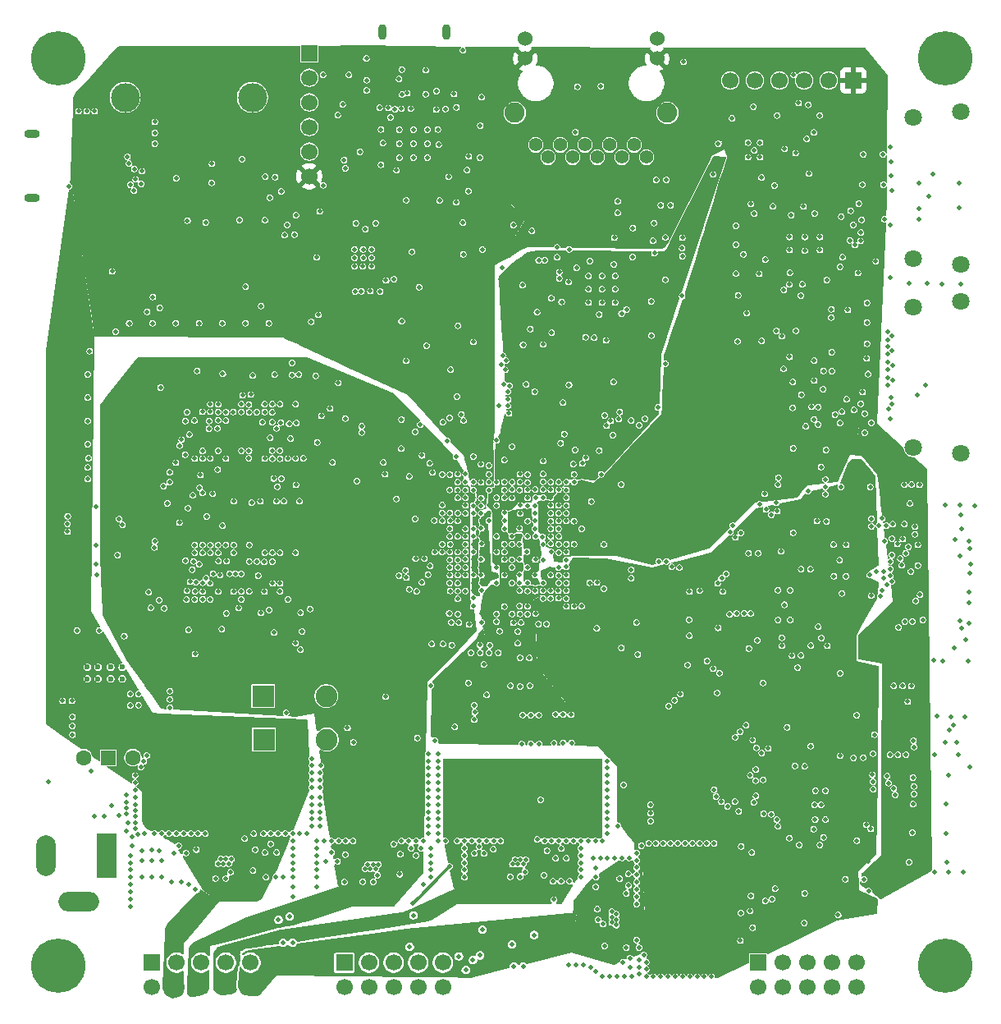
<source format=gbr>
%TF.GenerationSoftware,KiCad,Pcbnew,9.0.4*%
%TF.CreationDate,2025-11-23T15:58:38-06:00*%
%TF.ProjectId,zynq_test,7a796e71-5f74-4657-9374-2e6b69636164,rev?*%
%TF.SameCoordinates,Original*%
%TF.FileFunction,Copper,L3,Inr*%
%TF.FilePolarity,Positive*%
%FSLAX46Y46*%
G04 Gerber Fmt 4.6, Leading zero omitted, Abs format (unit mm)*
G04 Created by KiCad (PCBNEW 9.0.4) date 2025-11-23 15:58:38*
%MOMM*%
%LPD*%
G01*
G04 APERTURE LIST*
%TA.AperFunction,ComponentPad*%
%ADD10C,0.499999*%
%TD*%
%TA.AperFunction,ComponentPad*%
%ADD11R,1.700000X1.700000*%
%TD*%
%TA.AperFunction,ComponentPad*%
%ADD12C,1.700000*%
%TD*%
%TA.AperFunction,HeatsinkPad*%
%ADD13C,3.000000*%
%TD*%
%TA.AperFunction,ComponentPad*%
%ADD14C,5.600000*%
%TD*%
%TA.AperFunction,ComponentPad*%
%ADD15R,1.500000X1.500000*%
%TD*%
%TA.AperFunction,ComponentPad*%
%ADD16C,1.600000*%
%TD*%
%TA.AperFunction,ComponentPad*%
%ADD17R,2.250000X2.250000*%
%TD*%
%TA.AperFunction,ComponentPad*%
%ADD18C,2.250000*%
%TD*%
%TA.AperFunction,ComponentPad*%
%ADD19C,0.600000*%
%TD*%
%TA.AperFunction,ComponentPad*%
%ADD20C,1.397000*%
%TD*%
%TA.AperFunction,ComponentPad*%
%ADD21C,1.524000*%
%TD*%
%TA.AperFunction,ComponentPad*%
%ADD22C,2.082800*%
%TD*%
%TA.AperFunction,ComponentPad*%
%ADD23R,2.000000X4.600000*%
%TD*%
%TA.AperFunction,ComponentPad*%
%ADD24O,2.000000X4.200000*%
%TD*%
%TA.AperFunction,ComponentPad*%
%ADD25O,4.200000X2.000000*%
%TD*%
%TA.AperFunction,HeatsinkPad*%
%ADD26O,1.600000X0.900000*%
%TD*%
%TA.AperFunction,HeatsinkPad*%
%ADD27O,0.900000X1.600000*%
%TD*%
%TA.AperFunction,ComponentPad*%
%ADD28C,1.800000*%
%TD*%
%TA.AperFunction,ViaPad*%
%ADD29C,0.480000*%
%TD*%
%TA.AperFunction,Conductor*%
%ADD30C,0.200000*%
%TD*%
%TA.AperFunction,Conductor*%
%ADD31C,0.300000*%
%TD*%
G04 APERTURE END LIST*
D10*
%TO.N,GND*%
%TO.C,U1403*%
X139210001Y-126800000D03*
X139210001Y-127350001D03*
X139210001Y-127900000D03*
X139660000Y-127075001D03*
X139660000Y-127625002D03*
X139660000Y-128175001D03*
%TD*%
D11*
%TO.N,GND*%
%TO.C,J1302*%
X154280000Y-132060000D03*
D12*
%TO.N,+5V*%
X154280000Y-134600000D03*
%TO.N,/GPIO/GPIO0.OUT.15*%
X156820000Y-132060000D03*
%TO.N,/GPIO/GPIO0.OUT.21*%
X156820000Y-134600000D03*
%TO.N,/GPIO/GPIO2.OUT.6*%
X159360000Y-132060000D03*
%TO.N,/GPIO/GPIO1.OUT.9*%
X159360000Y-134600000D03*
%TO.N,unconnected-(J1302-Pin_7-Pad7)*%
X161900000Y-132060000D03*
%TO.N,unconnected-(J1302-Pin_8-Pad8)*%
X161900000Y-134600000D03*
%TO.N,unconnected-(J1302-Pin_9-Pad9)*%
X164440000Y-132060000D03*
%TO.N,unconnected-(J1302-Pin_10-Pad10)*%
X164440000Y-134600000D03*
%TD*%
D13*
%TO.N,GND*%
%TO.C,J1001*%
X102120000Y-42840000D03*
X88980000Y-42840000D03*
%TD*%
D14*
%TO.N,GND*%
%TO.C,H101*%
X82060000Y-38820000D03*
%TD*%
D11*
%TO.N,/Programmer/JTAG.Z.TMS.C*%
%TO.C,J701*%
X107970000Y-38280000D03*
D12*
%TO.N,/Programmer/JTAG.Z.TDI.C*%
X107970000Y-40820000D03*
%TO.N,/Programmer/JTAG.Z.TDO.C*%
X107970000Y-43360000D03*
%TO.N,/Programmer/JTAG.Z.CLK.C*%
X107970000Y-45900000D03*
%TO.N,GND*%
X107970000Y-48440000D03*
%TO.N,+3V3*%
X107970000Y-50980000D03*
%TD*%
D15*
%TO.N,Net-(SW1401-C)*%
%TO.C,SW1401*%
X87240000Y-110920000D03*
D16*
%TO.N,/Power/V_{in}*%
X84700000Y-110920000D03*
%TO.N,GND*%
X89780000Y-110920000D03*
%TD*%
D14*
%TO.N,GND*%
%TO.C,H104*%
X173600000Y-132400000D03*
%TD*%
D17*
%TO.N,GND*%
%TO.C,SW602*%
X103230000Y-104570000D03*
D18*
%TO.N,/Zynq PWR+JTAG/PROG*%
X109730000Y-104570000D03*
%TD*%
D10*
%TO.N,GND*%
%TO.C,U1401*%
X128939999Y-121899999D03*
X129490000Y-121899999D03*
X130039999Y-121899999D03*
X129215000Y-121450000D03*
X129765001Y-121450000D03*
X130315000Y-121450000D03*
%TD*%
%TO.N,GND*%
%TO.C,U1405*%
X98560000Y-121830000D03*
X99110001Y-121830000D03*
X99660000Y-121830000D03*
X98835001Y-121380001D03*
X99385002Y-121380001D03*
X99935001Y-121380001D03*
%TD*%
D17*
%TO.N,GND*%
%TO.C,SW601*%
X103290000Y-109050000D03*
D18*
%TO.N,/Zynq PWR+JTAG/PS_RST*%
X109790000Y-109050000D03*
%TD*%
D14*
%TO.N,GND*%
%TO.C,H103*%
X82060000Y-132400000D03*
%TD*%
D19*
%TO.N,GND*%
%TO.C,U501*%
X88680000Y-101580000D03*
X87480000Y-101580000D03*
X86180000Y-101580000D03*
X85080000Y-101580000D03*
X88680000Y-102780000D03*
X87480000Y-102780000D03*
X86180000Y-102780000D03*
X85080000Y-102780000D03*
%TD*%
D11*
%TO.N,GND*%
%TO.C,J1402*%
X91750000Y-132060000D03*
D12*
%TO.N,+5V*%
X91750000Y-134600000D03*
%TO.N,/Power/3V3_sense*%
X94290000Y-132060000D03*
%TO.N,+3V3*%
X94290000Y-134600000D03*
%TO.N,/Power/1V35_sense*%
X96830000Y-132060000D03*
%TO.N,+1V35*%
X96830000Y-134600000D03*
%TO.N,/Power/1V0_sense*%
X99370000Y-132060000D03*
%TO.N,+1V0*%
X99370000Y-134600000D03*
%TO.N,/Power/1V8_sense*%
X101910000Y-132060000D03*
%TO.N,+1V8*%
X101910000Y-134600000D03*
%TD*%
D20*
%TO.N,/ETHERNET/ETH_TX1_P*%
%TO.C,J1101*%
X131348400Y-47742801D03*
%TO.N,/ETHERNET/ETH_TX1_N*%
X132618400Y-49012801D03*
%TO.N,/ETHERNET/ETH_TX2_P*%
X133888400Y-47742801D03*
%TO.N,/ETHERNET/ETH_TX2_N*%
X135158400Y-49012801D03*
%TO.N,Net-(J1101-TRCT1)*%
X136428400Y-47742801D03*
X137698400Y-49012801D03*
%TO.N,/ETHERNET/ETH_TX3_P*%
X138968400Y-47742801D03*
%TO.N,/ETHERNET/ETH_TX3_N*%
X140238400Y-49012801D03*
%TO.N,/ETHERNET/ETH_TX4_P*%
X141508400Y-47742801D03*
%TO.N,/ETHERNET/ETH_TX4_N*%
X142778400Y-49012801D03*
D21*
%TO.N,+3V3*%
X143857900Y-38852801D03*
%TO.N,/ETHERNET/LED1*%
X143857900Y-36820801D03*
%TO.N,+3V3*%
X130268900Y-38852801D03*
%TO.N,/ETHERNET/LED2*%
X130268900Y-36820801D03*
D22*
%TO.N,Net-(C1122-Pad1)*%
X144937400Y-44440801D03*
X129189400Y-44440801D03*
%TD*%
D23*
%TO.N,/Power/V_{in}*%
%TO.C,J1401*%
X87070000Y-120990000D03*
D24*
%TO.N,GND*%
X80770000Y-120990000D03*
D25*
X84170000Y-125790000D03*
%TD*%
D14*
%TO.N,GND*%
%TO.C,H102*%
X173600000Y-38820000D03*
%TD*%
D11*
%TO.N,+3V3*%
%TO.C,J1303*%
X164130000Y-41100000D03*
D12*
%TO.N,+1V8*%
X161590000Y-41100000D03*
%TO.N,GND*%
X159050000Y-41100000D03*
%TO.N,/GPIO/MIO1.49*%
X156510000Y-41100000D03*
%TO.N,/GPIO/MIO1.50*%
X153970000Y-41100000D03*
%TO.N,/GPIO/MIO1.48*%
X151430000Y-41100000D03*
%TD*%
D26*
%TO.N,unconnected-(J1002-Shield-Pad6)_2*%
%TO.C,J1002*%
X79325000Y-46580000D03*
%TO.N,unconnected-(J1002-Shield-Pad6)_1*%
X79325000Y-53180000D03*
%TD*%
D11*
%TO.N,GND*%
%TO.C,J1301*%
X111600000Y-132060000D03*
D12*
%TO.N,+3V3*%
X111600000Y-134600000D03*
%TO.N,/GPIO/GPIO0.OUT.16*%
X114140000Y-132060000D03*
%TO.N,/GPIO/GPIO0.OUT.8*%
X114140000Y-134600000D03*
%TO.N,/GPIO/GPIO0.OUT.7*%
X116680000Y-132060000D03*
%TO.N,/GPIO/GPIO0.OUT.19*%
X116680000Y-134600000D03*
%TO.N,/GPIO/GPIO0.OUT.23*%
X119220000Y-132060000D03*
%TO.N,/GPIO/GPIO0.OUT.11*%
X119220000Y-134600000D03*
%TO.N,/GPIO/GPIO0.OUT.5*%
X121760000Y-132060000D03*
%TO.N,/GPIO/GPIO0.OUT.6*%
X121760000Y-134600000D03*
%TD*%
D27*
%TO.N,unconnected-(J702-Shield-Pad6)_4*%
%TO.C,J702*%
X122130000Y-36115000D03*
%TO.N,unconnected-(J702-Shield-Pad6)_5*%
X115530000Y-36115000D03*
%TD*%
D28*
%TO.N,/HDMI/HDMI_SHIELD*%
%TO.C,J801*%
X175210000Y-79550000D03*
X170310000Y-78950000D03*
X170310000Y-64450000D03*
X175210000Y-63850000D03*
%TD*%
D10*
%TO.N,GND*%
%TO.C,U1402*%
X113735001Y-122369999D03*
X114285002Y-122369999D03*
X114835001Y-122369999D03*
X114010002Y-121920000D03*
X114560003Y-121920000D03*
X115110002Y-121920000D03*
%TD*%
D28*
%TO.N,/HDMI/HDMI_SHIELD*%
%TO.C,J802*%
X175210000Y-60050000D03*
X170310000Y-59450000D03*
X170310000Y-44950000D03*
X175210000Y-44350000D03*
%TD*%
D29*
%TO.N,GND*%
X104970000Y-74470000D03*
%TO.N,+1V0*%
X130480000Y-90490000D03*
%TO.N,+1V8*%
X127730000Y-61560000D03*
%TO.N,/Cameras/CAM_RX.0.CAM_CLK_N*%
X141200000Y-91540000D03*
X144824228Y-90684228D03*
X135300000Y-88900000D03*
%TO.N,/Cameras/CAM_RX.0.CAM_CLK_P*%
X134510000Y-88910000D03*
X141200000Y-92420000D03*
X145375772Y-91235772D03*
%TO.N,/Cameras/CAM_RX.0.CAM_D0_N*%
X155114228Y-85324228D03*
%TO.N,/Cameras/CAM_RX.0.I2C_CLK*%
X149020000Y-100950000D03*
X133725000Y-89775000D03*
%TO.N,Net-(J801-SDA)*%
X160490000Y-74770000D03*
X164890000Y-74430000D03*
X168120000Y-74460000D03*
%TO.N,/Zynq Dram/DDR_L0.4*%
X107360000Y-80060000D03*
X123270000Y-83310000D03*
%TO.N,/Zynq Dram/DDR_L1.10*%
X122490000Y-85690000D03*
X104170000Y-74470000D03*
%TO.N,/Cameras/CAM_RX.0.CAM_D0_P*%
X155665772Y-85875772D03*
%TO.N,+1V8*%
X135290000Y-92900000D03*
X165860000Y-84010000D03*
X153350000Y-127950000D03*
X139510588Y-98920589D03*
X135920000Y-65180000D03*
X164600000Y-104470000D03*
X115300000Y-62840000D03*
X143597017Y-102907017D03*
X165660000Y-121580000D03*
X159730000Y-110770000D03*
X154630000Y-87930000D03*
X153650000Y-121710000D03*
X149500000Y-132000000D03*
X148000000Y-129250000D03*
X146190000Y-121550000D03*
X138500000Y-125000000D03*
X163380000Y-121040000D03*
X127300000Y-87310000D03*
X162750000Y-109740000D03*
X129690000Y-94500000D03*
X162960000Y-100570000D03*
X120020000Y-128650000D03*
X148000000Y-125500000D03*
X128110000Y-92890000D03*
X147250000Y-129750000D03*
X140960000Y-69210000D03*
X129710000Y-88110000D03*
X135810000Y-126090000D03*
X159370000Y-103770000D03*
X150357017Y-106147017D03*
X148000000Y-122250000D03*
X149500000Y-129250000D03*
X135860000Y-127090000D03*
X155170000Y-98810000D03*
X146190000Y-120800000D03*
X112780000Y-55820000D03*
X165500000Y-105520000D03*
X133330000Y-65860000D03*
X133700000Y-95340000D03*
X135320000Y-90540000D03*
X126512966Y-84886573D03*
X148000000Y-126750000D03*
X131460000Y-63950000D03*
X164340000Y-80840000D03*
X143280000Y-65490000D03*
X132900000Y-84100000D03*
X146190000Y-122300000D03*
X113360000Y-62830000D03*
X128210000Y-63140000D03*
X155300000Y-105050000D03*
X112710000Y-62850000D03*
X150080000Y-103220000D03*
X165660000Y-120090000D03*
X137075000Y-75270000D03*
X149500000Y-126750000D03*
X146200000Y-117500000D03*
X149500000Y-122250000D03*
X131320000Y-95290000D03*
X156770000Y-100400000D03*
X144200000Y-102280000D03*
X163530000Y-119470000D03*
X128890000Y-89690000D03*
X162840000Y-84010000D03*
X148000000Y-120750000D03*
X158550000Y-120920000D03*
X146370000Y-61780000D03*
X146300000Y-132050000D03*
X127300000Y-88910000D03*
X128530000Y-99130000D03*
X128100000Y-88140000D03*
X128005000Y-106240000D03*
X146175000Y-116650000D03*
X136900000Y-96880000D03*
X128910000Y-92100000D03*
X127320000Y-85730000D03*
X128100000Y-91290000D03*
X155020000Y-119560000D03*
X146175000Y-115825000D03*
X150270000Y-50070000D03*
X157770000Y-110720000D03*
X132920000Y-81700000D03*
X140620000Y-62360000D03*
X156410000Y-105060000D03*
X162490000Y-111970000D03*
X146320000Y-124250000D03*
X135590000Y-63450000D03*
X137770000Y-73210000D03*
X127300000Y-93700000D03*
X127310000Y-90540000D03*
X160050000Y-46470000D03*
X128540000Y-97900000D03*
X150860000Y-105590000D03*
X148000000Y-124250000D03*
X148000000Y-128000000D03*
X164100000Y-109520000D03*
X153840000Y-105070000D03*
X158070000Y-85670000D03*
X159740000Y-100380000D03*
X154790000Y-121410000D03*
X159740000Y-97230000D03*
X157300000Y-106800000D03*
X165010000Y-94210000D03*
X139120000Y-65050000D03*
X152550000Y-119040000D03*
X129690000Y-84130000D03*
X125740000Y-96060000D03*
X133040000Y-69310000D03*
X149500000Y-124250000D03*
X156040000Y-123460000D03*
X135120000Y-67630000D03*
X114820000Y-55820000D03*
X128220000Y-62180000D03*
X149500000Y-120750000D03*
X132160000Y-92150000D03*
X129700000Y-91340000D03*
X148000000Y-132000000D03*
X151150000Y-103480000D03*
X130500800Y-80890000D03*
X114280000Y-62800000D03*
X149500000Y-130750000D03*
X148000000Y-130750000D03*
X143010000Y-103590000D03*
X125980000Y-102855000D03*
X149500000Y-125500000D03*
X149500000Y-128000000D03*
X144820000Y-51330000D03*
X149790000Y-106690000D03*
X165780000Y-101740000D03*
%TO.N,/Cameras/CAM_RX.0.I2C_SDA*%
X134500000Y-90540000D03*
X149660000Y-101750000D03*
%TO.N,/Cameras/CAM_RX.0.CAM_D1_N*%
X151414228Y-87654228D03*
%TO.N,/Cameras/CAM_RX.0.CAM_D1_P*%
X151965772Y-88205772D03*
%TO.N,/Zynq Dram/DDR_CTR.WE*%
X95960000Y-83880000D03*
X99380000Y-75290000D03*
X124100000Y-90480000D03*
X98520000Y-76960000D03*
X99450000Y-90670000D03*
%TO.N,/Cameras/CAM_RX.1.CAM_D1_P*%
X154035772Y-113285772D03*
%TO.N,/Zynq Dram/DDR_L1.DQS_P*%
X121690000Y-85690000D03*
X104150000Y-75310000D03*
%TO.N,/Cameras/CAM_RX.1.CAM_D0_P*%
X154675772Y-110445772D03*
%TO.N,/Cameras/CAM_RX.1.CAM_D0_N*%
X154124228Y-109894228D03*
%TO.N,/Cameras/CAM_RX.1.I2C_CLK*%
X151900000Y-115450000D03*
X132090000Y-93700000D03*
%TO.N,/Cameras/CAM_RX.1.CAM_D1_N*%
X153484228Y-112734228D03*
%TO.N,/Cameras/CAM_RX.1.CAM_CLK_P*%
X132100000Y-94500000D03*
X150505772Y-115465772D03*
X155654228Y-116754228D03*
%TO.N,/Cameras/CAM_RX.1.I2C_SDA*%
X132890000Y-93700000D03*
X152300000Y-116450000D03*
%TO.N,/Cameras/CAM_RX.1.CAM_CLK_N*%
X156205772Y-117305772D03*
X149954228Y-114914228D03*
X132880000Y-94490000D03*
%TO.N,/Cameras/CAM_TX.2.I2C_CLK*%
X133680000Y-93710000D03*
X154800000Y-103210000D03*
%TO.N,+3V3*%
X124440000Y-47960000D03*
X158910000Y-60690000D03*
X152730000Y-43800000D03*
X109940000Y-59630000D03*
X124450000Y-50910000D03*
X161000000Y-51990000D03*
X106000000Y-112100000D03*
X116000000Y-40930000D03*
X169990000Y-112350000D03*
X95910000Y-64300000D03*
X93000000Y-112200000D03*
X119670000Y-64490000D03*
X158160000Y-47620000D03*
X86475000Y-107650000D03*
X169180000Y-98890000D03*
X163630000Y-60940000D03*
X103750000Y-115300000D03*
X101500000Y-112100000D03*
X156150000Y-83690000D03*
X125830000Y-38500000D03*
X153050000Y-61020000D03*
X95200000Y-114625000D03*
X163801751Y-67188249D03*
X134508248Y-87310000D03*
X126100000Y-44900000D03*
X154170000Y-45810000D03*
X151990000Y-57000000D03*
X124910000Y-81720000D03*
X99990000Y-64400000D03*
X91200000Y-112200000D03*
X153540000Y-52760000D03*
X165380000Y-59770000D03*
X163770000Y-77540000D03*
X166940000Y-80840000D03*
X160110000Y-61850000D03*
X87600000Y-107400000D03*
X153740000Y-59020000D03*
X94200000Y-113400000D03*
X168540000Y-99320000D03*
X112630000Y-54337500D03*
X168100000Y-105520000D03*
X135310000Y-84900000D03*
X143170000Y-90750000D03*
X126080000Y-43870000D03*
X120730000Y-71180000D03*
X124900000Y-91300000D03*
X110430000Y-59140000D03*
X94200000Y-112250000D03*
X98000000Y-112250000D03*
X125710000Y-83330000D03*
X96300000Y-113400000D03*
X96300000Y-114600000D03*
X105900000Y-107400000D03*
X98890000Y-125120000D03*
X106000000Y-113500000D03*
X158470000Y-44380000D03*
X154600000Y-42850000D03*
X137460000Y-88890000D03*
X103500000Y-113500000D03*
X158250000Y-83750000D03*
X110280000Y-68080000D03*
X158275000Y-83000000D03*
X91200000Y-113400000D03*
X97880000Y-125170000D03*
X164160000Y-73220000D03*
X95200000Y-51190000D03*
X155820000Y-55040000D03*
X115920000Y-39990000D03*
X92000000Y-114625000D03*
X128405000Y-47020000D03*
X141370000Y-57330000D03*
X136100000Y-82510000D03*
X119670000Y-70150000D03*
X164180000Y-70650000D03*
X93000000Y-114600000D03*
X129030000Y-56970000D03*
X94200000Y-114600000D03*
X119400000Y-53500000D03*
X91200000Y-114600000D03*
X152240000Y-64250000D03*
X133710000Y-90500000D03*
X121360000Y-64530000D03*
X162870000Y-55930000D03*
X96560000Y-122500000D03*
X146950000Y-85620000D03*
X124920000Y-92890000D03*
X111010000Y-67340000D03*
X156832500Y-80250000D03*
X146490000Y-83490000D03*
X99750000Y-113000000D03*
X141940000Y-87970000D03*
X127585000Y-54630000D03*
X105640000Y-114520000D03*
X158200000Y-67860000D03*
X142650000Y-53350000D03*
X165530000Y-65050000D03*
X124920000Y-93710000D03*
X97440000Y-64300000D03*
X155980000Y-53000000D03*
X142700000Y-54500000D03*
X86500000Y-106700000D03*
X101430000Y-113840000D03*
X142940000Y-56330000D03*
X115390000Y-45180000D03*
X93000000Y-113400000D03*
X128415000Y-48570000D03*
X96300000Y-112200000D03*
X86050000Y-60780000D03*
X160300000Y-79180000D03*
X158210000Y-76750000D03*
X132110000Y-87320000D03*
X121840000Y-70250000D03*
X163760000Y-76410000D03*
X124900000Y-88900000D03*
X157100000Y-49170000D03*
X103500000Y-112100000D03*
X110280000Y-46760000D03*
X124900000Y-90500000D03*
X161850000Y-66490000D03*
X113140000Y-50590000D03*
X98000000Y-113500000D03*
X139230000Y-82740000D03*
X165520000Y-63040000D03*
X158250000Y-82250000D03*
X151990000Y-55060000D03*
X110350000Y-50340000D03*
X103620000Y-57740000D03*
X163830000Y-53430000D03*
X159275000Y-74405000D03*
X86500000Y-108600000D03*
%TO.N,/Cameras/CAM_TX.2.I2C_SDA*%
X134505000Y-94525000D03*
X150080000Y-104240000D03*
%TO.N,/HDMI/RX.D1+*%
X167650000Y-68550000D03*
%TO.N,/Zynq Dram/DDR_L1.DM*%
X104950000Y-79260000D03*
X116970000Y-84240000D03*
%TO.N,Net-(J801-SCL)*%
X168020000Y-73820000D03*
X163420000Y-73970000D03*
X159810000Y-74740000D03*
%TO.N,/HDMI/RX.D1-*%
X167650000Y-69330000D03*
%TO.N,/HDMI/RX.CK+*%
X167680000Y-71710000D03*
%TO.N,/HDMI/HDMI.EN*%
X155030000Y-59570000D03*
X132920000Y-89690000D03*
X161870000Y-64680000D03*
%TO.N,/HDMI/HDMI_SHIELD*%
X171770000Y-62050000D03*
X173270000Y-62060000D03*
%TO.N,/HDMI/RX.D2-*%
X167700000Y-67870000D03*
%TO.N,/HDMI/RX_UTIL*%
X170680000Y-73520000D03*
%TO.N,Net-(J801-HPD)*%
X167920000Y-75970000D03*
X165980000Y-76390000D03*
X157890000Y-72180000D03*
%TO.N,/HDMI/RX_CEC*%
X171580000Y-72520000D03*
%TO.N,/HDMI/RX.D2+*%
X167710000Y-66980000D03*
%TO.N,/HDMI/RX.CK-*%
X167680000Y-72490000D03*
%TO.N,/HDMI/RX.D0-*%
X167710000Y-70920000D03*
%TO.N,/Zynq Dram/DDR_L2.DM*%
X104200000Y-92946515D03*
X118300000Y-93560000D03*
%TO.N,/USB_OTG/USB0.STP*%
X132900000Y-82500000D03*
X128590000Y-75430000D03*
%TO.N,/Boot/SD0.CMD*%
X134510000Y-82500000D03*
X142620000Y-75970000D03*
%TO.N,+1V0*%
X133250000Y-109425000D03*
X128000000Y-113500000D03*
X128880000Y-87300000D03*
X127250000Y-122500000D03*
X130470000Y-88880000D03*
X136750000Y-111750000D03*
X126510000Y-85730000D03*
X130840000Y-109485000D03*
X122540000Y-115370000D03*
X128050000Y-115250000D03*
X122500000Y-113500000D03*
X130500000Y-92110000D03*
X125720000Y-91310000D03*
X136700000Y-115115000D03*
X131310000Y-89700000D03*
X129100000Y-125260000D03*
X122500000Y-111750000D03*
X127320000Y-92120000D03*
X129750000Y-86530000D03*
X130510000Y-87340000D03*
X124000000Y-113500000D03*
X135050000Y-109400000D03*
X131700000Y-109500000D03*
X130490000Y-93730000D03*
X131310000Y-92930000D03*
X129930000Y-113030000D03*
X136750000Y-113500000D03*
X128100000Y-125290000D03*
X126000000Y-113500000D03*
X125980000Y-115330000D03*
X131840000Y-113540000D03*
X134000000Y-113500000D03*
X131320000Y-91320000D03*
X134000000Y-111700000D03*
X132000000Y-111700000D03*
X125750000Y-92880000D03*
X124000000Y-111750000D03*
X128890000Y-86500000D03*
X128000000Y-111750000D03*
X134180000Y-109395000D03*
X130000000Y-111700000D03*
X125740000Y-86490000D03*
X129900000Y-109500000D03*
X125730000Y-89670000D03*
X129730000Y-100615000D03*
X129930000Y-115280000D03*
X124040000Y-115370000D03*
X130680000Y-100630000D03*
X126000000Y-111750000D03*
X133940000Y-115070000D03*
X130510000Y-85740000D03*
X125720000Y-88100000D03*
%TO.N,/Zynq Dram/DDR_CTR.CLK_N*%
X100350000Y-91950000D03*
X100980000Y-79280000D03*
X100960000Y-93790000D03*
X122480000Y-89720000D03*
%TO.N,/Zynq Dram/DDR_L0.6*%
X117465000Y-79065000D03*
X106650000Y-76410000D03*
%TO.N,/Boot/QSPI0.SS-B*%
X123900000Y-76170000D03*
%TO.N,/Zynq Dram/DDR_L0.5*%
X108800000Y-78410000D03*
X115610000Y-80490000D03*
%TO.N,/Zynq Dram/DDR_L0.0*%
X106040000Y-78020000D03*
X123300000Y-82520000D03*
%TO.N,/Zynq Dram/DDR_L2.DQS_P*%
X104160000Y-90700000D03*
X120230000Y-92043485D03*
%TO.N,/USB_OTG/USB0.DATA-7*%
X135300000Y-82500000D03*
X130040000Y-68350000D03*
%TO.N,/Boot/QSPI0.IO-1*%
X124900000Y-83310000D03*
X122230000Y-78260000D03*
X117957278Y-70002722D03*
X105440000Y-57040000D03*
%TO.N,/USB_OTG/USB0.DATA-2*%
X127800000Y-70390000D03*
X130350000Y-72430000D03*
%TO.N,/Zynq Dram/DDR_CTR.CAS*%
X97620000Y-76980000D03*
X100970000Y-75270000D03*
X98050000Y-91950000D03*
X94570000Y-86690000D03*
X124100000Y-92110000D03*
X102700000Y-92150000D03*
%TO.N,/Zynq Dram/DDR_CTR.CLK_P*%
X100950000Y-91970000D03*
X101770000Y-93780000D03*
X101760000Y-79270000D03*
X121690000Y-89720000D03*
%TO.N,/Zynq Mio/ETH0.TX-CLK.Z*%
X136510000Y-80000000D03*
%TO.N,/Boot/SD0.DATA-0*%
X142020000Y-76630000D03*
X130499200Y-84148116D03*
%TO.N,/USB_OTG/USB0.DIR*%
X130501400Y-82548784D03*
X127540000Y-74610000D03*
%TO.N,/Zynq Dram/DDR_CTR.CS*%
X100150000Y-75270000D03*
X120460000Y-91150000D03*
X98010000Y-83710000D03*
X100170000Y-89800000D03*
%TO.N,/USB_OTG/USB0.DATA-3*%
X118570000Y-58760000D03*
X130500000Y-84930000D03*
%TO.N,/Programmer/JTAG.Z.TDO*%
X113890000Y-41060000D03*
X123870000Y-59020000D03*
X124880000Y-84920000D03*
X110910000Y-44670000D03*
%TO.N,/Zynq Dram/DDR_ADDR4*%
X123300000Y-90520000D03*
X88710000Y-86920000D03*
X97760000Y-94590000D03*
X96970000Y-80080000D03*
X96980000Y-94580000D03*
%TO.N,/Zynq Mio/SD0.CLK.Z*%
X139300000Y-77670000D03*
X132099999Y-83272770D03*
%TO.N,Net-(U202G-PS_DDR_VRN_502)*%
X124920000Y-85710000D03*
%TO.N,/Boot/QSPI0.IO-0*%
X92540000Y-64550000D03*
X126510000Y-81700000D03*
%TO.N,/Boot/SD0.DATA-3*%
X141200000Y-76150000D03*
X132099999Y-81672770D03*
%TO.N,/USB_OTG/USB0.DATA-1*%
X128060000Y-72420800D03*
X132910000Y-83300000D03*
%TO.N,/Boot/SD0.DATA-2*%
X131260000Y-84930000D03*
X144730000Y-70310000D03*
%TO.N,/Zynq Dram/DDR_L3.25*%
X120620000Y-99190000D03*
X122636821Y-96971529D03*
%TO.N,/Programmer/JTAG.Z.TMS*%
X123150000Y-53670000D03*
X124900000Y-88100000D03*
X113870000Y-38830000D03*
%TO.N,/Zynq Dram/DDR_L1.15*%
X112890000Y-82410000D03*
X104600000Y-76960000D03*
%TO.N,/Zynq Dram/DDR_ADDR5*%
X121700000Y-88910000D03*
X97780000Y-89790000D03*
X97750000Y-75260000D03*
X96970000Y-88990000D03*
%TO.N,/Zynq Dram/DDR_L3.29*%
X122680000Y-99320000D03*
X123310000Y-96128160D03*
%TO.N,/Zynq Dram/DDR_L2.17*%
X122503485Y-92096515D03*
X102570000Y-90690000D03*
%TO.N,/USB_OTG/USB0.DATA-0*%
X131230000Y-73180000D03*
X128470800Y-73180000D03*
%TO.N,/Zynq Mio/ETH0.TX-CTL.Z*%
X135400000Y-79200000D03*
X131300000Y-85720000D03*
%TO.N,/USB_OTG/USB0.DATA-4*%
X127930000Y-69460000D03*
X133720000Y-82510000D03*
%TO.N,/Boot/SD0.DATA-1*%
X128100800Y-80225000D03*
X143950000Y-74810000D03*
%TO.N,/Zynq Dram/DDR_ADDR2*%
X96610000Y-90980000D03*
X97640000Y-76210000D03*
X122490000Y-90520000D03*
%TO.N,/Programmer/JTAG.Z.CLK*%
X113900000Y-42120000D03*
X127310000Y-84920000D03*
%TO.N,/Boot/QSPI0.IO-3*%
X122460000Y-75880000D03*
X91250000Y-64950000D03*
%TO.N,/Zynq Dram/DDR_L0.DQS_P*%
X113380000Y-76755000D03*
X122500000Y-81730000D03*
%TO.N,Net-(U202G-PS_DDR_VRP_502)*%
X124100000Y-87340000D03*
%TO.N,/USB_OTG/USB0.DATA-6*%
X131318161Y-84128161D03*
X128910800Y-78846279D03*
%TO.N,+1V35*%
X105770000Y-74470000D03*
X116250000Y-112750000D03*
X110420000Y-79680000D03*
X113000000Y-125800000D03*
X103360000Y-71380000D03*
X114700000Y-112700000D03*
X102580000Y-89790000D03*
X106150000Y-84500000D03*
X113250000Y-112750000D03*
X118850000Y-116100000D03*
X124100000Y-92900000D03*
X120590244Y-94059000D03*
X122900000Y-80630000D03*
X110380000Y-116050000D03*
X109573517Y-71566483D03*
X115100000Y-114100000D03*
X103320000Y-92940000D03*
X124100000Y-86500000D03*
X102100000Y-95720000D03*
X105370000Y-95770000D03*
X112000000Y-114100000D03*
X114200000Y-114100000D03*
X111900000Y-122900000D03*
X91000000Y-102100000D03*
X116620000Y-114170000D03*
X106110000Y-95730000D03*
X92400000Y-102100000D03*
X103380000Y-79280000D03*
X110450000Y-114100000D03*
X101770000Y-89800000D03*
X94130000Y-83080000D03*
X108500000Y-94700000D03*
X96340000Y-97780000D03*
X114780000Y-73400000D03*
X100610000Y-71300000D03*
X121720000Y-83300000D03*
X83485000Y-105060000D03*
X105350000Y-71440000D03*
X98400000Y-86190000D03*
X124910000Y-84130000D03*
X98090000Y-70990000D03*
X107860000Y-71410000D03*
X113970000Y-125750000D03*
X114110000Y-73560000D03*
X92000000Y-87800000D03*
X92980000Y-96320000D03*
X105230000Y-70270000D03*
X97720000Y-82700000D03*
X106050000Y-82150000D03*
X100180000Y-80060000D03*
X118750000Y-112750000D03*
X107450000Y-82360000D03*
X112000000Y-112750000D03*
X110500000Y-112750000D03*
X102600000Y-82040000D03*
X92400000Y-100500000D03*
X91780000Y-71670000D03*
X100160000Y-94590000D03*
X107340000Y-89770000D03*
X118750000Y-114100000D03*
X105580000Y-82780000D03*
X107780000Y-84470000D03*
X121690000Y-91300000D03*
X118420000Y-75470000D03*
X105750000Y-89770000D03*
X124100000Y-95340000D03*
X103770000Y-84450000D03*
X91000000Y-100500000D03*
X117500000Y-112750000D03*
X123260000Y-88920000D03*
X104750000Y-95710000D03*
X119980000Y-86380000D03*
X91590000Y-96430000D03*
X110840000Y-74470000D03*
%TO.N,/Zynq Dram/DDR_ADDR9*%
X96130000Y-76170000D03*
X96970000Y-89800000D03*
X122500000Y-87296515D03*
X96160000Y-89790000D03*
%TO.N,/Zynq Dram/DDR_L2.22*%
X104970000Y-92950000D03*
X119040000Y-93770000D03*
%TO.N,/Zynq Dram/DDR_CTR.ODT*%
X100180000Y-88990000D03*
X124100000Y-91313485D03*
X101092500Y-73567500D03*
X100970000Y-74470000D03*
X100180000Y-84490000D03*
%TO.N,/Zynq Dram/DDR_L1.14*%
X104170000Y-80090000D03*
X120880000Y-86460000D03*
%TO.N,GND*%
X92750000Y-118750000D03*
X90300000Y-118800000D03*
X130450000Y-89670000D03*
X109500000Y-119500000D03*
X160990000Y-72930000D03*
X111690000Y-75950000D03*
X115390000Y-46140000D03*
X102140000Y-71530000D03*
X108053485Y-95583485D03*
X139750000Y-133500000D03*
X151990000Y-58020000D03*
X108250000Y-118000000D03*
X149750000Y-119750000D03*
X124000000Y-121750000D03*
X158370000Y-101620000D03*
X160680000Y-58577500D03*
X167950000Y-47950000D03*
X156387500Y-82062500D03*
X165820000Y-92080000D03*
X142000000Y-131750000D03*
X119990000Y-40040000D03*
X129690000Y-88900000D03*
X133400000Y-106450000D03*
X139540000Y-63990000D03*
X125720000Y-84955145D03*
X112060000Y-40520000D03*
X96250000Y-124500000D03*
X124000000Y-123250000D03*
X154810000Y-113200000D03*
X130950000Y-56600000D03*
X136000000Y-120250000D03*
X144250000Y-133500000D03*
X165970000Y-94210000D03*
X131650000Y-59640000D03*
X86000000Y-91000000D03*
X122030000Y-44040000D03*
X125710000Y-82530000D03*
X163830000Y-54520000D03*
X139910000Y-76010000D03*
X176200000Y-90990000D03*
X170130000Y-82775000D03*
X104390000Y-71420000D03*
X128120000Y-85660000D03*
X132100000Y-90530000D03*
X169800000Y-89170000D03*
X127750000Y-119500000D03*
X85760000Y-116940000D03*
X159690000Y-91490000D03*
X155340000Y-109970000D03*
X104970000Y-93780000D03*
X139540000Y-61250000D03*
X95000000Y-118750000D03*
X127300000Y-88100000D03*
X138750000Y-113500000D03*
X124660000Y-100100000D03*
X142750000Y-133500000D03*
X89488244Y-124004194D03*
X151940000Y-108810000D03*
X133750000Y-119500000D03*
X139500000Y-121250000D03*
X124270000Y-50330000D03*
X121090000Y-42190000D03*
X82525000Y-105060000D03*
X123210000Y-73690000D03*
X121250000Y-117250000D03*
X128900000Y-130150000D03*
X133000000Y-119500000D03*
X160680000Y-57227500D03*
X83030000Y-86800000D03*
X129030000Y-56010000D03*
X130840000Y-106535000D03*
X133700000Y-91320000D03*
X161900000Y-71070000D03*
X109100000Y-117250000D03*
X168090000Y-68950000D03*
X125055000Y-106240000D03*
X121430000Y-53470000D03*
X153250000Y-49000000D03*
X152780000Y-59020000D03*
X164490000Y-119470000D03*
X153060000Y-107570000D03*
X121250000Y-110500000D03*
X163360000Y-92210000D03*
X144040000Y-90680000D03*
X170260000Y-112970000D03*
X172780000Y-106650000D03*
X141750000Y-123000000D03*
X141250000Y-133500000D03*
X90000000Y-114250000D03*
X91850000Y-63410000D03*
X130490000Y-92880000D03*
X130500000Y-88110000D03*
X170770000Y-88970000D03*
X118720000Y-49060000D03*
X153250000Y-47500000D03*
X123680000Y-75520000D03*
X83050000Y-86020000D03*
X142000000Y-132500000D03*
X140025000Y-75270000D03*
X131300000Y-92100000D03*
X134850000Y-123670000D03*
X83170000Y-52020000D03*
X150300000Y-102200000D03*
X154500000Y-49000000D03*
X120170000Y-47610000D03*
X117270000Y-46160000D03*
X154410000Y-61030000D03*
X147210000Y-93790000D03*
X108750000Y-120250000D03*
X169550000Y-110610000D03*
X95500000Y-124000000D03*
X143175000Y-115775000D03*
X137370000Y-67610000D03*
X161250000Y-83750000D03*
X169837500Y-62050000D03*
X114405000Y-59390000D03*
X117490000Y-44000000D03*
X91750000Y-123250000D03*
X92030000Y-47610000D03*
X167070000Y-86260000D03*
X109100000Y-116500000D03*
X132250000Y-119500000D03*
X167180000Y-48710000D03*
X128100000Y-88910000D03*
X104970000Y-80090000D03*
X92040000Y-45370000D03*
X118250000Y-119500000D03*
X128110000Y-92110000D03*
X124910000Y-94470000D03*
X128100000Y-95330000D03*
X104700000Y-82980000D03*
X95750000Y-118750000D03*
X134510000Y-89730000D03*
X130480000Y-91320000D03*
X136800000Y-62620000D03*
X168000000Y-50940000D03*
X159110000Y-58650000D03*
X117490000Y-76060000D03*
X156270000Y-85490000D03*
X175160000Y-96770000D03*
X117510000Y-65910000D03*
X110250000Y-119500000D03*
X90000000Y-117000000D03*
X93565000Y-82515000D03*
X139800000Y-54750000D03*
X127860000Y-60440000D03*
X105090000Y-82150000D03*
X109050000Y-54590000D03*
X148000000Y-133500000D03*
X85200000Y-80050000D03*
X145250000Y-119750000D03*
X154440000Y-84800000D03*
X131310000Y-90490000D03*
X156340000Y-118000000D03*
X107000000Y-118750000D03*
X89500000Y-124750000D03*
X151990000Y-56080000D03*
X168450000Y-114740000D03*
X141750000Y-126000000D03*
X137500000Y-119500000D03*
X161250000Y-82250000D03*
X92620000Y-72750000D03*
X108750000Y-121750000D03*
X160100000Y-115780000D03*
X89890000Y-52450000D03*
X133550000Y-58310000D03*
X173680000Y-118720000D03*
X138750000Y-117250000D03*
X170560000Y-94750000D03*
X89500000Y-122500000D03*
X170100000Y-103530000D03*
X127310000Y-89720000D03*
X153740000Y-109110000D03*
X120500000Y-121750000D03*
X137575000Y-123250000D03*
X151140000Y-115940000D03*
X84020000Y-97800000D03*
X136800000Y-61250000D03*
X136750000Y-119500000D03*
X105950000Y-127300000D03*
X115900000Y-61700000D03*
X112655000Y-60265000D03*
X165530000Y-68240000D03*
X123300000Y-91300000D03*
X89400000Y-66120000D03*
X161030000Y-71040000D03*
X138750000Y-118000000D03*
X90900000Y-111300000D03*
X145750000Y-133500000D03*
X138600000Y-67890000D03*
X138750000Y-112000000D03*
X132470000Y-97130000D03*
X155820000Y-54080000D03*
X106255000Y-130000000D03*
X117550000Y-42560000D03*
X111690000Y-50160000D03*
X160200000Y-114330000D03*
X122518161Y-93728161D03*
X165860000Y-83000000D03*
X94200000Y-66120000D03*
X134510000Y-83310000D03*
X161890000Y-69120000D03*
X161370000Y-61660000D03*
X120250000Y-118750000D03*
X114405000Y-60265000D03*
X134750000Y-132250000D03*
X154050000Y-112140000D03*
X125760000Y-42830000D03*
X160360000Y-86520000D03*
X120250000Y-114250000D03*
X128890000Y-91290000D03*
X138170000Y-61250000D03*
X104750000Y-118750000D03*
X118720000Y-47610000D03*
X85440000Y-112320000D03*
X85120000Y-82200000D03*
X160090000Y-72030000D03*
X165640000Y-71370000D03*
X133690000Y-94470000D03*
X85120000Y-76200000D03*
X129713104Y-81686715D03*
X135214127Y-80655349D03*
X176130000Y-91880000D03*
X103500000Y-123250000D03*
X138250000Y-119500000D03*
X170290000Y-115710000D03*
X104500000Y-123250000D03*
X106250000Y-123250000D03*
X108750000Y-123250000D03*
X156760000Y-99390000D03*
X142500000Y-131250000D03*
X88320000Y-116870000D03*
X129490000Y-99130000D03*
X152460000Y-129780000D03*
X132910000Y-85720000D03*
X120250000Y-117250000D03*
X106250000Y-120250000D03*
X153310000Y-89830000D03*
X108750000Y-119500000D03*
X124750000Y-119500000D03*
X89515577Y-125493810D03*
X109100000Y-113250000D03*
X97900000Y-51650000D03*
X167250000Y-92400000D03*
X120500000Y-122500000D03*
X102940000Y-84490000D03*
X136000000Y-122500000D03*
X137250000Y-121250000D03*
X124110000Y-82490000D03*
X169210000Y-103505000D03*
X169390000Y-86840000D03*
X121250000Y-114250000D03*
X156150000Y-84650000D03*
X103800000Y-66120000D03*
X120250000Y-115000000D03*
X161850000Y-65530000D03*
X165530000Y-66050000D03*
X168070000Y-92750000D03*
X99050000Y-71330000D03*
X106250000Y-125250000D03*
X108640000Y-71550000D03*
X103450000Y-51005000D03*
X85320000Y-69000000D03*
X154860000Y-116690000D03*
X159110000Y-57227500D03*
X152510000Y-126930000D03*
X136000000Y-121000000D03*
X157520000Y-119210000D03*
X85840000Y-44270000D03*
X90720000Y-50440000D03*
X113530000Y-58515000D03*
X152180000Y-67990000D03*
X103400000Y-55500000D03*
X136080000Y-95300000D03*
X142750000Y-132000000D03*
X89500000Y-121000000D03*
X129720000Y-84900000D03*
X108750000Y-124250000D03*
X128270000Y-69990000D03*
X131650000Y-106525000D03*
X105360000Y-84490000D03*
X163550000Y-64750000D03*
X152520000Y-87750000D03*
X158160000Y-48580000D03*
X106250000Y-121750000D03*
X145070000Y-105590000D03*
X170210000Y-118640000D03*
X120250000Y-115750000D03*
X130750000Y-103500000D03*
X115230000Y-43900000D03*
X143500000Y-133500000D03*
X89500000Y-121750000D03*
X125750000Y-93660000D03*
X88000000Y-67000000D03*
X104590000Y-84490000D03*
X109390000Y-40520000D03*
X105760000Y-80070000D03*
X106900000Y-71410000D03*
X90600000Y-111900000D03*
X129500000Y-97900000D03*
X125720000Y-92110000D03*
X160080000Y-69980000D03*
X125730000Y-88880000D03*
X103380000Y-80080000D03*
X96600000Y-66120000D03*
X138750000Y-121250000D03*
X86050000Y-92100000D03*
X108250000Y-111000000D03*
X151340000Y-96150000D03*
X83550000Y-106700000D03*
X136250000Y-132250000D03*
X128120000Y-87300000D03*
X148250000Y-93700000D03*
X90000000Y-115000000D03*
X95500000Y-97740000D03*
X149750000Y-114210000D03*
X133960000Y-123660000D03*
X101780000Y-88990000D03*
X137659411Y-97579411D03*
X137500000Y-133000000D03*
X170950000Y-82790000D03*
X91620000Y-95470000D03*
X149500000Y-133500000D03*
X119000000Y-119500000D03*
X165520000Y-64040000D03*
X136900000Y-92880000D03*
X127000000Y-119500000D03*
X138250000Y-133500000D03*
X97280000Y-55740000D03*
X133130000Y-123690000D03*
X136000000Y-119500000D03*
X157860000Y-74840000D03*
X120250000Y-110500000D03*
X121250000Y-116500000D03*
X163310000Y-123450000D03*
X91800000Y-66120000D03*
X91400000Y-93860000D03*
X111000000Y-119500000D03*
X89220000Y-48960000D03*
X106600000Y-55000000D03*
X114405000Y-58515000D03*
X85120000Y-81000000D03*
X109420000Y-51900000D03*
X108250000Y-116500000D03*
X93010000Y-95510000D03*
X108250000Y-115000000D03*
X141750000Y-122250000D03*
X85120000Y-78600000D03*
X146470000Y-57310000D03*
X90000000Y-117610000D03*
X103250000Y-118750000D03*
X159730000Y-99370000D03*
X124440000Y-48920000D03*
X132270000Y-59630000D03*
X106250000Y-118750000D03*
X91000000Y-118750000D03*
X105500000Y-118750000D03*
X147180000Y-96700000D03*
X120920000Y-89720000D03*
X146602500Y-39182500D03*
X123830000Y-37980000D03*
X141750000Y-125250000D03*
X165080000Y-73220000D03*
X136800000Y-63990000D03*
X159060000Y-127950000D03*
X168730000Y-110615000D03*
X158860000Y-62110000D03*
X105700000Y-56000000D03*
X146000000Y-119750000D03*
X98960000Y-97660000D03*
X125000000Y-105500000D03*
X124000000Y-121000000D03*
X141750000Y-120750000D03*
X138750000Y-115000000D03*
X125720000Y-90460000D03*
X130000000Y-106525000D03*
X93600000Y-104050000D03*
X99380000Y-80080000D03*
X138750000Y-114250000D03*
X128180000Y-70930000D03*
X162120000Y-92200000D03*
X104000000Y-118750000D03*
X120250000Y-112000000D03*
X176080000Y-93880000D03*
X132100000Y-82472770D03*
X158550000Y-119920000D03*
X96420000Y-71030000D03*
X128470000Y-74640000D03*
X138000000Y-121250000D03*
X122560000Y-70910000D03*
X123000000Y-107750000D03*
X99750000Y-91950000D03*
X112655000Y-58515000D03*
X118090000Y-42400000D03*
X92040000Y-46510000D03*
X137570000Y-122330000D03*
X145682983Y-104992983D03*
X162750000Y-110730000D03*
X157010000Y-95160000D03*
X112655000Y-59390000D03*
X143750000Y-119750000D03*
X145000000Y-133500000D03*
X121250000Y-118000000D03*
X108250000Y-115750000D03*
X133770000Y-61500000D03*
X124000000Y-119500000D03*
X121250000Y-111250000D03*
X135450000Y-46420000D03*
X90000000Y-118200000D03*
X106250000Y-119500000D03*
X166000000Y-87070000D03*
X89500000Y-123250000D03*
X118890000Y-86310000D03*
X143280000Y-67390000D03*
X136000000Y-121750000D03*
X100960000Y-94590000D03*
X166440000Y-59750000D03*
X106250000Y-124250000D03*
X118720000Y-46160000D03*
X144500000Y-119750000D03*
X167890000Y-110610000D03*
X159210000Y-76760000D03*
X152442983Y-108232983D03*
X139540000Y-62620000D03*
X140189412Y-99599411D03*
X167770000Y-74960000D03*
X118340000Y-130420000D03*
X120080000Y-68450000D03*
X153540000Y-53830000D03*
X115570000Y-47540000D03*
X138170000Y-63990000D03*
X101750000Y-74510000D03*
X124000000Y-122500000D03*
X81050000Y-113370000D03*
X142000000Y-130500000D03*
X101400000Y-66120000D03*
X151590000Y-45000000D03*
X155980000Y-51940000D03*
X108250000Y-114000000D03*
X130055000Y-132475000D03*
X176150000Y-111840000D03*
X95410000Y-55540000D03*
X148250000Y-119750000D03*
X120170000Y-46160000D03*
X115380000Y-49780000D03*
X170050000Y-91730000D03*
X131175000Y-129200000D03*
X161240000Y-117320000D03*
X118910000Y-77310000D03*
X106600000Y-82790000D03*
X128110000Y-89700000D03*
X135640000Y-41737500D03*
X120250000Y-112750000D03*
X117270000Y-49060000D03*
X122910000Y-42480000D03*
X124000000Y-120250000D03*
X165150000Y-48710000D03*
X83032981Y-87613965D03*
X85120000Y-71400000D03*
X175650000Y-106720000D03*
X97930000Y-49680000D03*
X175940000Y-100980000D03*
X99000000Y-66120000D03*
X147500000Y-119750000D03*
X162840000Y-83000000D03*
X83525000Y-107650000D03*
X94240000Y-51190000D03*
X164970000Y-55460000D03*
X104800000Y-127625000D03*
X125585000Y-49040000D03*
X136490000Y-67560000D03*
X152240000Y-63250000D03*
X106190000Y-70210000D03*
X149660589Y-50789411D03*
X154210000Y-98810000D03*
X109100000Y-115750000D03*
X157540000Y-58577500D03*
X167220000Y-51840000D03*
X128160000Y-86460000D03*
X135500000Y-132250000D03*
X151680000Y-86970000D03*
X120250000Y-111250000D03*
X156040000Y-124420000D03*
X131320000Y-88110000D03*
X168290000Y-103510000D03*
X137540000Y-124230000D03*
X173960000Y-122690000D03*
X150650000Y-93790000D03*
X132890000Y-88870000D03*
X147250000Y-133500000D03*
X120500000Y-120250000D03*
X137000000Y-132500000D03*
X164590000Y-60940000D03*
X153530000Y-96060000D03*
X172510000Y-122720000D03*
X146500000Y-133500000D03*
X168120000Y-67460000D03*
X112520000Y-109330000D03*
X176670000Y-84940000D03*
X138750000Y-118750000D03*
X117250000Y-40950000D03*
X97250000Y-118750000D03*
X176080000Y-94910000D03*
X167990000Y-49440000D03*
X134180000Y-106445000D03*
X130490000Y-95320000D03*
X124100000Y-88910000D03*
X93500000Y-118750000D03*
X138170000Y-62620000D03*
X101415000Y-62370000D03*
X138750000Y-111250000D03*
X120700000Y-81520000D03*
X85010000Y-44265000D03*
X136000000Y-123250000D03*
X149000000Y-119750000D03*
X104310000Y-82120000D03*
X154310000Y-89830000D03*
X101040000Y-49200000D03*
X156660000Y-89650000D03*
X87540000Y-115850000D03*
X121250000Y-112750000D03*
X121250000Y-115000000D03*
X110390000Y-80480000D03*
X127300000Y-82540000D03*
X100780000Y-55490000D03*
X157900000Y-87730000D03*
X157600000Y-96730000D03*
X109100000Y-114000000D03*
X168780000Y-97470000D03*
X102970000Y-96000000D03*
X143200000Y-116650000D03*
X167600000Y-112820000D03*
X138380000Y-88940000D03*
X147200000Y-98340000D03*
X127300000Y-92890000D03*
X170930000Y-51710000D03*
X173900000Y-112730000D03*
X174226802Y-106679108D03*
X123330000Y-66380000D03*
X121250000Y-118750000D03*
X164470000Y-106540000D03*
X131300000Y-93720000D03*
X165140000Y-110910000D03*
X145270000Y-53950000D03*
X135000000Y-106500000D03*
X140500000Y-133500000D03*
X138750000Y-115750000D03*
X108190000Y-65970000D03*
X142000000Y-133250000D03*
X162070000Y-88950000D03*
X153892500Y-48310000D03*
X168200000Y-71980000D03*
X106970000Y-84480000D03*
X123300000Y-85720000D03*
X167370000Y-88610000D03*
X159720000Y-109730000D03*
X129690000Y-90480000D03*
X105770000Y-94590000D03*
X128100000Y-84120000D03*
X173710000Y-115670000D03*
X103360000Y-93790000D03*
X124400000Y-52500000D03*
X144250000Y-53960000D03*
X119310000Y-62410000D03*
X165500000Y-69750000D03*
X127490000Y-100110000D03*
X108250000Y-111750000D03*
X90000000Y-112750000D03*
X169230000Y-88370000D03*
X106450000Y-56990000D03*
X125830000Y-128650000D03*
X120500000Y-123250000D03*
X154640000Y-51110000D03*
X124461000Y-97180000D03*
X161250000Y-114330000D03*
X157600000Y-93650000D03*
X109100000Y-115000000D03*
X147020000Y-101360000D03*
X156340000Y-93650000D03*
X126510000Y-80810000D03*
X170890000Y-55440000D03*
X99020000Y-87010000D03*
X94750000Y-123750000D03*
X125635000Y-45740000D03*
X158100000Y-111770000D03*
X128860000Y-88100000D03*
X93600000Y-105750000D03*
X142750000Y-132750000D03*
X171280000Y-96710000D03*
X165990000Y-86280000D03*
X157540000Y-57227500D03*
X107750000Y-118750000D03*
X173580000Y-84910000D03*
X167320000Y-55420000D03*
X124900000Y-79860000D03*
X108250000Y-117250000D03*
X108750000Y-121000000D03*
X128110000Y-90500000D03*
X93605000Y-104900000D03*
X167920000Y-92160000D03*
X105250000Y-123250000D03*
X141750000Y-123750000D03*
X168180000Y-86850000D03*
X154500000Y-47500000D03*
X160780000Y-115790000D03*
X153880000Y-54820000D03*
X164110000Y-56000000D03*
X134500000Y-119500000D03*
X120250000Y-116500000D03*
X116140000Y-43920000D03*
X126250000Y-119500000D03*
X169870000Y-121690000D03*
X146290000Y-104370000D03*
X90000000Y-115750000D03*
X86790000Y-116960000D03*
X150990000Y-91980000D03*
X121250000Y-119500000D03*
X120170000Y-49060000D03*
X104970000Y-89800000D03*
X129690000Y-92080000D03*
X138750000Y-112750000D03*
X170780000Y-91110000D03*
X109100000Y-118000000D03*
X143000000Y-119750000D03*
X169380000Y-82780000D03*
X135250000Y-119500000D03*
X128750000Y-103500000D03*
X101740000Y-80040000D03*
X161300000Y-79180000D03*
X107080000Y-95970000D03*
X138070000Y-41680000D03*
X156350000Y-96710000D03*
X158200000Y-66900000D03*
X91200000Y-110700000D03*
X102250000Y-118750000D03*
X113550000Y-59390000D03*
X90000000Y-116400000D03*
X172390000Y-100900000D03*
X175170000Y-62060000D03*
X175140000Y-84910000D03*
X104150000Y-76330000D03*
X139000000Y-133500000D03*
X164140000Y-110930000D03*
X128630000Y-72560000D03*
X142250000Y-120000000D03*
X125502097Y-119517674D03*
X103830000Y-95700000D03*
X137080000Y-84510000D03*
X120250000Y-113500000D03*
X127310000Y-91330000D03*
X108250000Y-113250000D03*
X89500000Y-126250000D03*
X121250000Y-112000000D03*
X140250000Y-121250000D03*
X173330000Y-100930000D03*
X171010000Y-94120000D03*
X152010000Y-61020000D03*
X121250000Y-113500000D03*
X158470000Y-43420000D03*
X139800000Y-53550000D03*
X175170000Y-85900000D03*
X166880000Y-94310000D03*
X96660000Y-83090000D03*
X86000000Y-85000000D03*
X173760000Y-121690000D03*
X166089099Y-112684143D03*
X106250000Y-121000000D03*
X129690000Y-87270000D03*
X121250000Y-115750000D03*
X83550000Y-108550000D03*
X108750000Y-122500000D03*
X146750000Y-119750000D03*
X128890000Y-90510000D03*
X113510000Y-60265000D03*
X125720000Y-87280000D03*
X115850000Y-104630000D03*
X144720000Y-61640000D03*
X90750000Y-123250000D03*
X109100000Y-112500000D03*
X146170000Y-91330000D03*
X150180000Y-97530000D03*
X136140000Y-80590000D03*
X94250000Y-118750000D03*
X118720000Y-127170000D03*
X168060000Y-52460000D03*
X150190000Y-47600000D03*
X122420612Y-96030612D03*
X128900000Y-88900000D03*
X92750000Y-123250000D03*
X175450000Y-122700000D03*
X111750000Y-119500000D03*
X143200000Y-117450000D03*
X119430000Y-76580000D03*
X159530000Y-50700000D03*
X141750000Y-124500000D03*
X117270000Y-47610000D03*
X106250000Y-122500000D03*
X132120000Y-80340000D03*
X161225000Y-83000000D03*
X125000000Y-107000000D03*
X119750000Y-119500000D03*
X165060000Y-51830000D03*
X138750000Y-116500000D03*
X106580000Y-89800000D03*
X84160000Y-44260000D03*
X141000000Y-121250000D03*
X112500000Y-119500000D03*
X129730000Y-103565000D03*
X117530000Y-39970000D03*
X163390000Y-88970000D03*
X108920000Y-65260000D03*
X176070000Y-88620000D03*
X160180000Y-117280000D03*
X92030000Y-88610000D03*
X90640000Y-51750000D03*
X141750000Y-121500000D03*
X96500000Y-118750000D03*
X148750000Y-133500000D03*
X120250000Y-118000000D03*
X129730000Y-85750000D03*
X160655000Y-44700000D03*
X93750000Y-123750000D03*
X117980000Y-53440000D03*
X97380000Y-86040000D03*
X88890000Y-98380000D03*
X106200000Y-71460000D03*
X92000000Y-118750000D03*
X120500000Y-121000000D03*
X170890000Y-54340000D03*
X168200000Y-70470000D03*
X86000000Y-89000000D03*
X157290000Y-107790000D03*
X122000000Y-119500000D03*
X88360000Y-86310000D03*
X139440000Y-57300000D03*
X117500000Y-119500000D03*
X108250000Y-112500000D03*
X123250000Y-119500000D03*
X143760000Y-51350000D03*
X130510000Y-86530000D03*
X169120000Y-91090000D03*
X109150000Y-111750000D03*
X90000000Y-113500000D03*
X162709811Y-90552400D03*
X136090000Y-87310000D03*
X168100000Y-90020000D03*
X85120000Y-73800000D03*
%TO.N,/Zynq PWR+JTAG/VCC+PLL*%
X125980000Y-101305000D03*
X126500000Y-86500000D03*
X126590000Y-99320000D03*
X126530000Y-100110000D03*
X125590000Y-99300000D03*
X125620000Y-100100000D03*
%TO.N,/USB_OTG/USB0.NXT*%
X128510000Y-73980000D03*
X133700000Y-83300000D03*
%TO.N,/Boot/QSPI0.IO-2*%
X125700000Y-80670000D03*
X103010000Y-64350000D03*
%TO.N,V_{TT 0.675} REF*%
X101940000Y-73470000D03*
X124920000Y-87300000D03*
X96180000Y-100230000D03*
X124900000Y-92100000D03*
X88200000Y-90030000D03*
X98570000Y-79270000D03*
%TO.N,/Zynq Dram/DDR_L1.9*%
X122470000Y-83310000D03*
X103370000Y-74470000D03*
%TO.N,/Zynq Dram/DDR_CTR.BA0*%
X124103485Y-89668888D03*
X98575000Y-74485000D03*
X99370000Y-88990000D03*
X98540000Y-81210000D03*
%TO.N,/Zynq Dram/DDR_ADDR6*%
X96160000Y-94590000D03*
X96170000Y-80080000D03*
X96960000Y-93790000D03*
X123290000Y-89720000D03*
%TO.N,/Zynq Dram/DDR_L0.DQS_N*%
X121700000Y-81720000D03*
X113380000Y-77385000D03*
%TO.N,/Zynq Dram/DDR_CTR.BA1*%
X96750000Y-81780000D03*
X123290000Y-92930000D03*
X97770000Y-80070000D03*
X98580000Y-93790000D03*
%TO.N,/Zynq Dram/DDR_L0.2*%
X119620000Y-79750000D03*
X109220000Y-75670000D03*
%TO.N,/Zynq Dram/DDR_ADDR8*%
X117930000Y-91620000D03*
X95310000Y-94620000D03*
X95900000Y-91530000D03*
X95170000Y-79680000D03*
%TO.N,/Zynq Dram/DDR_L0.1*%
X110130000Y-74910000D03*
X123300000Y-81690000D03*
%TO.N,/Zynq Dram/DDR_L0.DM*%
X120390000Y-80560000D03*
X105910000Y-76490000D03*
%TO.N,/Zynq Mio/ETH0.TXD-1.Z*%
X138100000Y-81700000D03*
X135300000Y-81700000D03*
%TO.N,/Programmer/JTAG.Z.TDI*%
X111420000Y-43560000D03*
X125700000Y-85740000D03*
X125840000Y-58540000D03*
%TO.N,/HDMI/RX.D0+*%
X167710000Y-70140000D03*
%TO.N,/Programmer/FTDI_VPHY*%
X121070000Y-44090000D03*
%TO.N,+1V8_FTDI*%
X122350000Y-51030000D03*
X116980000Y-50350000D03*
X123170000Y-43860000D03*
X116820000Y-44060000D03*
%TO.N,Net-(U702-EECS)*%
X116350000Y-44900000D03*
%TO.N,Net-(U702-REF)*%
X119990000Y-42510000D03*
%TO.N,/Zynq PWR+JTAG/DONE*%
X129700000Y-92910000D03*
X126290000Y-104440000D03*
%TO.N,Net-(U702-EECLK)*%
X121245000Y-46145000D03*
%TO.N,Net-(U702-EEDATA)*%
X121330000Y-47720000D03*
%TO.N,/Programmer/FTDI_VPLL*%
X118450000Y-44000000D03*
%TO.N,/Boot/SD0.DATA1_SD*%
X157040000Y-48150000D03*
%TO.N,/Boot/SD0.CLK_SD*%
X159480000Y-43600000D03*
%TO.N,/Boot/SD0.DATA2_SD*%
X153810000Y-43800000D03*
%TO.N,/Boot/SD0.DATA0_SD*%
X159310000Y-47120000D03*
%TO.N,/USB_OTG/REF-26MHz*%
X116720000Y-61570000D03*
%TO.N,/USB_OTG/USB_OTG.D-*%
X90065772Y-51284228D03*
X89925772Y-50215772D03*
%TO.N,+5V_{USB_OTG}*%
X108740000Y-59330000D03*
X103900000Y-53180000D03*
%TO.N,/USB_OTG/USB_OTG.D+*%
X89514228Y-51835772D03*
X89374228Y-49664228D03*
%TO.N,+5V*%
X140000000Y-123400000D03*
X118500000Y-120250000D03*
X104600000Y-120700000D03*
X89250000Y-117600000D03*
X94000000Y-120750000D03*
X105080000Y-52550000D03*
X133400000Y-121300000D03*
X103400000Y-120700000D03*
X140700000Y-124900000D03*
X92750000Y-121500000D03*
X90750000Y-120500000D03*
X91750000Y-121500000D03*
X89700000Y-119100000D03*
X95250000Y-120750000D03*
X110900000Y-121600000D03*
X89100000Y-115500000D03*
X141050000Y-131600000D03*
X89100000Y-114750000D03*
X164840624Y-57650624D03*
X111700000Y-120900000D03*
X140350000Y-132000000D03*
X109700000Y-121600000D03*
X90750000Y-121500000D03*
X125500000Y-120100000D03*
X175000000Y-54250000D03*
X140900000Y-124100000D03*
X91710000Y-120470000D03*
X92500000Y-120500000D03*
X164680000Y-53790000D03*
X89100000Y-116700000D03*
X167970000Y-61437500D03*
X96340000Y-120390000D03*
X119500000Y-120250000D03*
X117370000Y-120860000D03*
X104000000Y-119800000D03*
X126970000Y-120360000D03*
X132200000Y-123050000D03*
X140900000Y-122900000D03*
X119000000Y-121000000D03*
X89700000Y-120000000D03*
X125000000Y-120800000D03*
X134500000Y-121300000D03*
X129095000Y-132475000D03*
X175000000Y-51710000D03*
X89100000Y-116100000D03*
X126000000Y-120800000D03*
X110300000Y-120700000D03*
X132500000Y-120500000D03*
X153730000Y-128450000D03*
X134000000Y-120300000D03*
X140700000Y-130500000D03*
X104452500Y-51057500D03*
X105295000Y-130000000D03*
X102400000Y-120400000D03*
X141050000Y-132500000D03*
X94500000Y-120000000D03*
X89100000Y-118500000D03*
%TO.N,/Zynq Dram/DDR_L2.20*%
X124086896Y-93733285D03*
X104345000Y-98025000D03*
%TO.N,/HDMI/TX_UTIL*%
X172300000Y-50740000D03*
%TO.N,Net-(J802-HPD)*%
X157560000Y-60920000D03*
X164900000Y-56770000D03*
%TO.N,/HDMI/TX_CEC*%
X171890000Y-53080000D03*
%TO.N,/HDMI/RX_EQ0*%
X153130000Y-65090000D03*
X156920000Y-70840000D03*
%TO.N,/Zynq Dram/DDR_ADDR13*%
X124100000Y-84120000D03*
X95210000Y-90600000D03*
X96040000Y-90680000D03*
X95180000Y-76210000D03*
%TO.N,/HDMI/HDMI.RX.CLK_N*%
X133700001Y-86510000D03*
%TO.N,/HDMI/HDMI.RX.D2_P*%
X133690000Y-84910000D03*
%TO.N,/HDMI/HDMI.RX.SDA*%
X160070000Y-76040000D03*
X132900000Y-86528161D03*
%TO.N,/HDMI/HDMI.CTR.SCL*%
X162740000Y-60300000D03*
X133730000Y-88110000D03*
X162935000Y-75255000D03*
X162740000Y-76410000D03*
%TO.N,/HDMI/HDMI.RX.D0_P*%
X134490000Y-85720000D03*
%TO.N,/HDMI/HDMI.RX.SCL*%
X160490000Y-76560000D03*
X132900000Y-87317411D03*
%TO.N,/HDMI/RX_TXPRE*%
X158750000Y-73500000D03*
%TO.N,/Zynq Dram/DDR_ADDR1*%
X117250000Y-92140000D03*
X97733862Y-92945087D03*
X96970000Y-79290000D03*
X97000000Y-92880000D03*
%TO.N,/HDMI/HDMI.RX.CLK_P*%
X133696150Y-87310000D03*
%TO.N,/HDMI/RX_SWG*%
X157540000Y-69590000D03*
X154670000Y-67960000D03*
%TO.N,/HDMI/HDMI.RX.D2_N*%
X134520000Y-84120000D03*
%TO.N,/HDMI/HDMI.RX.D1_N*%
X134510000Y-84920000D03*
%TO.N,/HDMI/HDMI.CTR.SDA*%
X163010000Y-59310000D03*
X157910000Y-79010000D03*
X133710000Y-88910000D03*
X162220000Y-75540000D03*
%TO.N,/HDMI/HDMI.RX.D1_P*%
X133690000Y-85720000D03*
%TO.N,/HDMI/HDMI.RX.D0_N*%
X135290000Y-86529200D03*
%TO.N,/HDMI/TX_EQ0*%
X158980000Y-54090000D03*
%TO.N,/HDMI/HDMI.TX.D1_P*%
X157505772Y-62134228D03*
X156745772Y-67465772D03*
%TO.N,/Zynq Dram/DDR_L1.11*%
X122510000Y-86500000D03*
X105060000Y-76370000D03*
%TO.N,/HDMI/HDMI.TX.SCL*%
X131290000Y-86500000D03*
X158710000Y-63270000D03*
X164270000Y-58070000D03*
%TO.N,/HDMI/TX_TXPRE*%
X162870000Y-55130000D03*
%TO.N,/HDMI/HDMI.TX.D1_N*%
X156954228Y-62685772D03*
X156194228Y-66914228D03*
%TO.N,/HDMI/TX_SWG*%
X157710000Y-54970000D03*
%TO.N,/HDMI/HDMI.TX.SDA*%
X132900000Y-88120000D03*
X163760000Y-57580000D03*
%TO.N,/HDMI/HDMI.TX.HDP*%
X131270000Y-87310000D03*
X160120000Y-54810000D03*
%TO.N,/ETHERNET/ETH0_INT*%
X131480000Y-64990000D03*
X132060000Y-88170000D03*
%TO.N,/ETHERNET/ETH_VDD_1V1*%
X140710000Y-64710000D03*
X134020000Y-63920000D03*
X140200000Y-65130000D03*
X137910000Y-65220000D03*
X146470000Y-59210000D03*
X146460000Y-58380000D03*
%TO.N,/ETHERNET/ETH0.MDIO*%
X128902160Y-83270375D03*
X132100000Y-68310000D03*
%TO.N,/ETHERNET/ETH_1V1*%
X144730000Y-57295000D03*
X143440000Y-57630000D03*
X139410000Y-60060000D03*
X136930000Y-59720000D03*
X135560000Y-60410000D03*
X143590000Y-58910000D03*
%TO.N,Net-(U1002-V_{DD15})*%
X113770000Y-56410000D03*
%TO.N,/ETHERNET/ETH_A_3V3*%
X134800000Y-58510000D03*
X141340000Y-59300000D03*
%TO.N,/ETHERNET/ETH0.MDC*%
X128100999Y-82490000D03*
X133000000Y-67110000D03*
%TO.N,/ETHERNET/ETH_LDO*%
X141370000Y-56310000D03*
X143560000Y-55790000D03*
X134732500Y-61870000D03*
%TO.N,/ETHERNET/ETH0.TXD-2*%
X143250000Y-63870000D03*
X130790000Y-66730000D03*
%TO.N,/ETHERNET/REF-25MHz*%
X133780000Y-60850000D03*
%TO.N,/Zynq PWR+JTAG/PROG*%
X124900000Y-89700000D03*
%TO.N,/Zynq PWR+JTAG/INIT*%
X124400000Y-103210000D03*
X128890000Y-92900000D03*
%TO.N,/Zynq PWR+JTAG/PS_RST*%
X128910000Y-82520000D03*
%TO.N,Net-(U1102A-ISET)*%
X133550000Y-59330000D03*
%TO.N,Net-(U401A-ZQ)*%
X103130000Y-76330000D03*
%TO.N,/Zynq Dram/DDR_ADDR14*%
X93570000Y-81490000D03*
X94600000Y-78740000D03*
X124100000Y-84910000D03*
X95346515Y-93716364D03*
X95680000Y-92780000D03*
%TO.N,Net-(U402A-ZQ)*%
X100160000Y-93790000D03*
%TO.N,/Zynq Dram/DDR_CTR.CLK_E*%
X95470000Y-85190000D03*
X122500000Y-91300000D03*
X100680000Y-95490000D03*
%TO.N,/Zynq Dram/DDR_L3.27*%
X121770000Y-99190000D03*
X123420000Y-96990000D03*
%TO.N,/Zynq Dram/DDR_L1.12*%
X103960000Y-77930000D03*
X122480000Y-88110000D03*
%TO.N,/Zynq Dram/DDR_ADDR12*%
X97350000Y-92410000D03*
X123300000Y-84130000D03*
X94800000Y-78140000D03*
X92950000Y-82910000D03*
%TO.N,/Zynq Mio/ETH0.TXD-3.Z*%
X137910000Y-79250000D03*
%TO.N,/Zynq Dram/DDR_L1.DQS_N*%
X121700000Y-84880000D03*
X103380000Y-75280000D03*
%TO.N,/Zynq Mio/PS-CLK-33.33M*%
X125720000Y-84160000D03*
X124900000Y-68060000D03*
%TO.N,/Zynq Dram/DDR_ADDR3*%
X97780000Y-89000000D03*
X97760000Y-74480000D03*
X98580000Y-75280000D03*
X98560000Y-89000000D03*
X122510000Y-88920000D03*
%TO.N,/Zynq Dram/DDR_CTR.RAS*%
X123300000Y-92100000D03*
X102030000Y-84620000D03*
X101780000Y-90690000D03*
X101770000Y-75290000D03*
%TO.N,/Zynq Dram/DDR_CTR.BA2*%
X124100000Y-88120000D03*
X99380000Y-76160000D03*
X98580000Y-89800000D03*
X96970000Y-83620000D03*
%TO.N,/Zynq Mio/0.9_Vref*%
X128910000Y-84140000D03*
%TO.N,/Zynq Dram/DDR_L2.23*%
X107060000Y-99790000D03*
X123290000Y-94530000D03*
%TO.N,/Zynq Dram/DDR_L2.18*%
X122480000Y-92910000D03*
X107230000Y-97896515D03*
%TO.N,/Zynq Dram/DDR_ADDR0*%
X98570000Y-76120000D03*
X119870000Y-90400000D03*
X98610000Y-90650000D03*
%TO.N,/Zynq Mio/ETH0.TXD-2.Z*%
X128100000Y-83320000D03*
X127310000Y-78210000D03*
%TO.N,/Zynq Dram/DDR_ADDR7*%
X96950000Y-75260000D03*
X123290000Y-88100000D03*
X96170000Y-88990000D03*
%TO.N,/Zynq Dram/DDR_CTR.RST*%
X95360000Y-75290000D03*
X92490000Y-94670000D03*
X124100000Y-81690000D03*
X92010000Y-89240000D03*
%TO.N,/Zynq Dram/DDR_L2.19*%
X104170000Y-89800000D03*
X118000000Y-92350000D03*
%TO.N,/Zynq Dram/DDR_ADDR10*%
X95600000Y-77610000D03*
X99410000Y-96040000D03*
X98770000Y-92110000D03*
X124100000Y-85730000D03*
X93320000Y-84690000D03*
%TO.N,/Zynq Dram/DDR_L1.13*%
X121710000Y-86500000D03*
X104140000Y-79250000D03*
%TO.N,/Zynq Dram/DDR_L0.3*%
X123110000Y-79890000D03*
X106570000Y-74470000D03*
%TO.N,/Zynq Dram/DDR_L2.21*%
X123300000Y-93730000D03*
X106570000Y-99120000D03*
%TO.N,/Zynq Dram/DDR_L2.DQS_N*%
X103330000Y-90740000D03*
X119590000Y-92850000D03*
%TO.N,/Zynq Dram/DDR_L0.7*%
X106560000Y-80070000D03*
X115800000Y-81680000D03*
%TO.N,/Zynq Dram/DDR_ADDR11*%
X94220000Y-80500000D03*
X96180000Y-93780000D03*
X123300000Y-86502804D03*
X96280000Y-92830000D03*
%TO.N,/Zynq Mio/ETH0.TXD-0.Z*%
X132100000Y-84100000D03*
X140170000Y-82740000D03*
%TO.N,/Programmer/UART0.TX*%
X126510000Y-82520000D03*
X113200000Y-48450000D03*
%TO.N,/Zynq Dram/DDR_L2.16*%
X103380000Y-89790000D03*
X118950000Y-90400000D03*
%TO.N,/ETHERNET/ETH0.RX-CTL*%
X131300002Y-83272769D03*
X134780000Y-72480000D03*
%TO.N,/Programmer/UART0.RX*%
X124910000Y-82500000D03*
X111570000Y-49300000D03*
%TO.N,/ETHERNET/ETH0.RXD-1*%
X134290000Y-77560000D03*
%TO.N,/ETHERNET/ETH0.RXD-0*%
X134150000Y-74330000D03*
X129690000Y-83320000D03*
%TO.N,/ETHERNET/ETH0.RX-CLK*%
X133930000Y-78490000D03*
%TO.N,/ETHERNET/ETH0.RXD-3*%
X139370000Y-72190000D03*
%TO.N,/Zynq Dram/DDR_L1.8*%
X118290000Y-81930000D03*
X102560000Y-75290000D03*
%TO.N,/ETHERNET/ETH0.RXD-2*%
X132900000Y-84900000D03*
%TO.N,/Power/PWR_ON_RST*%
X120520000Y-103480000D03*
X126510000Y-83330000D03*
X123820000Y-55760000D03*
X119120000Y-108890000D03*
%TO.N,/Zynq FPGA/CLK_125M*%
X134499999Y-86510000D03*
X132950000Y-63540000D03*
%TO.N,/Zynq FPGA/ETH0_RST*%
X132090000Y-88930000D03*
X129980000Y-62190000D03*
X146460000Y-63310000D03*
%TO.N,/Cameras/CAM_RX.1.LN_CLK_N*%
X131640000Y-97130000D03*
%TO.N,/Cameras/CAM_RX.1.LN_CLK_P*%
X131330000Y-96070000D03*
%TO.N,/Cameras/CAM_TX.2.CAM_D1_P*%
X134510000Y-95320000D03*
%TO.N,/Cameras/CAM_TX.2.CAM_D1_N*%
X135300000Y-95320000D03*
%TO.N,/Cameras/CAM_TX.2.LN_1_P*%
X141880000Y-100270000D03*
X134500000Y-93710000D03*
%TO.N,/Cameras/CAM_TX.2.LN_1_N*%
X134510000Y-92910000D03*
X141740000Y-96990000D03*
%TO.N,/Cameras/CAM_TX.2.CAM_D0_N*%
X134520000Y-92100000D03*
%TO.N,/Cameras/CAM_TX.2.LN_0_N*%
X133710000Y-92120000D03*
%TO.N,/Cameras/CAM_TX.2.LN_0_P*%
X132880000Y-92110000D03*
%TO.N,/Cameras/CAM_TX.2.CAM_D0_P*%
X133725000Y-92905000D03*
%TO.N,/Power/1V0_sense*%
X122450000Y-122125000D03*
X118645000Y-125955000D03*
X131500000Y-119340000D03*
X131840000Y-115250000D03*
%TO.N,/Power/1V35_sense*%
X116690000Y-119820000D03*
%TO.N,/Power/1V8_sense*%
X141760000Y-129710000D03*
%TO.N,/GPIO/GPIO0.15*%
X129710000Y-96100000D03*
X140410000Y-113730000D03*
X153570000Y-125170000D03*
%TO.N,/GPIO/GPIO0.12*%
X127300000Y-96100000D03*
%TO.N,/GPIO/GPIO0.16*%
X129030000Y-97010000D03*
%TO.N,/GPIO/GPIO0.23*%
X105580000Y-106310000D03*
X124880000Y-95320000D03*
%TO.N,/GPIO/GPIO2.5*%
X159430000Y-83440000D03*
X138380000Y-93480000D03*
%TO.N,/GPIO/GPIO1.9*%
X132100000Y-92890000D03*
X155030000Y-125690000D03*
%TO.N,/GPIO/GPIO0.11*%
X120940000Y-109140000D03*
X128900000Y-96100000D03*
%TO.N,/GPIO/MIO1.50*%
X130500000Y-81730000D03*
X139090000Y-76180000D03*
%TO.N,/GPIO/GPIO0.5*%
X125760000Y-96980000D03*
%TO.N,/GPIO/GPIO0.21*%
X129690000Y-95270000D03*
X153460000Y-126720000D03*
X139830000Y-117950000D03*
%TO.N,/GPIO/MIO0.7*%
X127310000Y-84100000D03*
%TO.N,/GPIO/GPIO0.7*%
X127300000Y-96880000D03*
%TO.N,/GPIO/MIO1.49*%
X130470000Y-83300000D03*
X138660000Y-76700000D03*
%TO.N,/GPIO/GPIO0.8*%
X127620000Y-97870000D03*
%TO.N,/GPIO/GPIO0.19*%
X129830000Y-96990000D03*
%TO.N,/GPIO/GPIO2.6*%
X155730000Y-125510000D03*
X137660000Y-92860000D03*
%TO.N,/GPIO/GPIO2.8*%
X156347500Y-82767500D03*
X134480000Y-91260000D03*
%TO.N,/GPIO/MIO1.48*%
X129710000Y-82520000D03*
X138450000Y-75640000D03*
%TO.N,/GPIO/MIO0.8*%
X124110000Y-83310000D03*
X87630000Y-60780000D03*
%TO.N,/Power/PG_3V3*%
X98305000Y-123375000D03*
X111920000Y-107850000D03*
%TO.N,/Power/3V3_sense*%
X101310000Y-119270000D03*
%TO.N,+V_{TT} 0V675*%
X110980000Y-72280000D03*
X90350000Y-105500000D03*
X90350000Y-104350000D03*
X86300000Y-97800000D03*
X89500000Y-104350000D03*
X89500000Y-105550000D03*
%TO.N,/Boot/SD0.CMD_SD*%
X157960000Y-40530000D03*
%TO.N,/Boot/SD0.DATA3_SD*%
X156255000Y-44700000D03*
%TO.N,/Boot/QSPI0.SCLK*%
X121755000Y-76335000D03*
%TO.N,Net-(U1502-VDD)*%
X161355000Y-86555000D03*
X162950000Y-93980000D03*
%TO.N,/Cameras/RX0/CAM_RX.OUT.CAM_D1_N*%
X168665772Y-88885772D03*
X169525772Y-89844228D03*
%TO.N,/Cameras/RX0/CAM_RX.OUT.CAM_D0_P*%
X166740000Y-87000000D03*
X170480000Y-87880000D03*
%TO.N,/Cameras/RX0/CAM_RX.OUT.CAM_CLK_P*%
X167290000Y-91760000D03*
X167940000Y-91470000D03*
%TO.N,/Cameras/RX0/CAM_RX.OUT.CAM_D0_N*%
X170480000Y-87100000D03*
X167520000Y-87000000D03*
%TO.N,/Cameras/RX0/CAM_RX.OUT.CAM_D1_P*%
X168974228Y-90395772D03*
X168114228Y-88334228D03*
%TO.N,/Cameras/RX0/CAM_RX.OUT.CAM_CLK_N*%
X166510000Y-91760000D03*
X167940000Y-90690000D03*
%TO.N,Net-(U1602-VDD)*%
X159100000Y-111810000D03*
X161030000Y-119130000D03*
%TO.N,/Cameras/RX1/CAM_PWR*%
X165700000Y-124680000D03*
X166150000Y-110490000D03*
%TO.N,/Cameras/RX1/CAM_RX.OUT.CAM_D0_N*%
X166170000Y-114179496D03*
%TO.N,/Cameras/RX1/CAM_RX.OUT.CAM_D1_N*%
X168305772Y-114085772D03*
%TO.N,/Cameras/RX1/CAM_RX.OUT.CAM_CLK_P*%
X170370000Y-113880000D03*
%TO.N,/Cameras/RX1/CAM_RX.OUT.CAM_CLK_N*%
X170370000Y-114660000D03*
%TO.N,/Cameras/RX1/CAM_RX.OUT.CAM_D1_P*%
X167754228Y-113534228D03*
%TO.N,/Cameras/RX1/CAM_RX.OUT.CAM_D0_P*%
X166170000Y-113399496D03*
%TO.N,Net-(U1701-VDD)*%
X156740000Y-98550000D03*
X158730000Y-91490000D03*
%TO.N,/Cameras/TX2/CAM_PWR*%
X162750000Y-102210000D03*
X169960000Y-84710000D03*
%TO.N,/Cameras/TX2/TX.SCL*%
X161440000Y-99380000D03*
X174640000Y-88420000D03*
%TO.N,/Cameras/TX2/TX.SDA*%
X153340000Y-99660000D03*
X175290000Y-87340000D03*
%TO.N,/Cameras/TX2/CAM_TX.OUT.0_N*%
X169430000Y-96880000D03*
X167044228Y-93665772D03*
%TO.N,/Cameras/TX2/CAM_TX.OUT.0_P*%
X170210000Y-96880000D03*
X167595772Y-93114228D03*
%TO.N,/Cameras/TX2/CAM_TX.0_N*%
X150114750Y-92954982D03*
%TO.N,/Cameras/TX2/CAM_TX.0_P*%
X150530000Y-92410000D03*
%TO.N,/Cameras/TX2/CAM_TX.1_N*%
X152070000Y-96040000D03*
%TO.N,/Cameras/TX2/CAM_TX.1_P*%
X152850000Y-96040000D03*
%TO.N,/Cameras/RX0/RX.SDA*%
X174560000Y-99610000D03*
X169740000Y-105140000D03*
%TO.N,/Cameras/RX0/RX.SCL*%
X166290000Y-108540000D03*
X175750000Y-98740000D03*
%TO.N,/Cameras/RX1/RX.SCL*%
X170390000Y-109810000D03*
X162550000Y-127140000D03*
%TO.N,/Cameras/RX1/RX.SDA*%
X165210000Y-123460000D03*
X159090000Y-124900000D03*
X170335000Y-109165000D03*
%TO.N,+5V_HDMI.RX*%
X164190000Y-75060000D03*
X165300000Y-77420000D03*
X165290000Y-75450000D03*
%TO.N,Net-(J802-+5V)*%
X167960000Y-56030000D03*
%TO.N,/Power/2.2MHz_Sync*%
X138310000Y-128090000D03*
%TO.N,/Power/Vcc1V0*%
X129735000Y-123185000D03*
%TO.N,/Power/PG_1.0V*%
X138460000Y-130340000D03*
X128710000Y-123200000D03*
%TO.N,/Power/PG_1.8V*%
X137700000Y-126540000D03*
X117320000Y-122930000D03*
%TO.N,/Power/Vcc1V35*%
X114570000Y-123720000D03*
%TO.N,/Power/Vcc1V8*%
X137780000Y-127610000D03*
%TO.N,/Power/Vcc1V*%
X99360000Y-123375000D03*
%TO.N,/Cameras/CAM0.GPIO1*%
X175270000Y-97550000D03*
X173600000Y-109360000D03*
%TO.N,/Cameras/CAM2.GPIO1*%
X176110000Y-89320000D03*
X173990000Y-108050000D03*
%TO.N,/Cameras/CAM1.GPIO0*%
X174990000Y-110610000D03*
%TO.N,/Cameras/CAM1.GPIO1*%
X172530000Y-110585000D03*
%TO.N,/Cameras/CAM0.GPIO0*%
X174790000Y-109380000D03*
X176090000Y-97100000D03*
%TO.N,/Cameras/CAM2.GPIO0*%
X175160000Y-90160000D03*
X174410000Y-107560000D03*
%TO.N,/Cameras/RX0.CTR.SCL*%
X160830000Y-98580000D03*
X153840000Y-115520000D03*
%TO.N,/Cameras/RX1.CTR.SCL*%
X160670000Y-119920000D03*
%TO.N,/Cameras/TX2.CTR.SCL*%
X157790000Y-100400000D03*
X165440000Y-117830000D03*
%TO.N,/Cameras/CAM_CTR.SCL*%
X129700000Y-93690000D03*
X153650000Y-120690000D03*
%TO.N,/Cameras/CAM_CTR.SDA*%
X130500000Y-96120000D03*
X152550000Y-120060000D03*
%TO.N,/Cameras/TX2.CTR.SDA*%
X165920000Y-118270000D03*
X158720000Y-100380000D03*
%TO.N,/Cameras/RX1.CTR.SDA*%
X160020000Y-118290000D03*
%TO.N,/Cameras/RX0.CTR.SDA*%
X160490000Y-97420000D03*
X154070000Y-114850000D03*
%TO.N,Net-(Q1301-D)*%
X160790000Y-80950000D03*
%TO.N,Net-(Q1302-D)*%
X154960000Y-83720000D03*
%TO.N,/GPIO/GPIO0.OUT.16*%
X124870000Y-131790000D03*
%TO.N,/GPIO/GPIO0.OUT.19*%
X125600000Y-131310000D03*
%TO.N,/GPIO/GPIO0.OUT.7*%
X123420000Y-131410000D03*
%TO.N,/GPIO/GPIO0.OUT.8*%
X124130000Y-132810000D03*
%TO.N,/Power/~{2.2MHz_Sync}*%
X133225000Y-125550000D03*
X115025000Y-123025000D03*
%TO.N,/Power/400kHz_Sync*%
X119725000Y-123950000D03*
X130225000Y-122700000D03*
%TO.N,/Power/~{400kHz_Sync}*%
X99850000Y-122730001D03*
%TO.N,/Power/PG_1.35V*%
X111600000Y-123750000D03*
X102180000Y-122560000D03*
X113500000Y-123700000D03*
%TD*%
D30*
%TO.N,+1V35*%
X124910000Y-84130000D02*
X124890000Y-84110000D01*
D31*
%TO.N,/Power/1V0_sense*%
X119287500Y-125312500D02*
X118880000Y-125720000D01*
X118645000Y-125955000D02*
X119287500Y-125312500D01*
X122450000Y-122125000D02*
X121512500Y-123062500D01*
X121512500Y-123087500D02*
X119287500Y-125312500D01*
X121512500Y-123062500D02*
X121512500Y-123087500D01*
%TD*%
%TA.AperFunction,Conductor*%
%TO.N,+3V3*%
G36*
X129613514Y-37666422D02*
G01*
X129648128Y-37680843D01*
X129662409Y-37715521D01*
X129647986Y-37750139D01*
X129635656Y-37759079D01*
X129607466Y-37773443D01*
X129570182Y-37800530D01*
X130132957Y-38363305D01*
X130072819Y-38379420D01*
X129956980Y-38446299D01*
X129862398Y-38540881D01*
X129795519Y-38656720D01*
X129779404Y-38716858D01*
X129216629Y-38154083D01*
X129189541Y-38191369D01*
X129099358Y-38368362D01*
X129037975Y-38557281D01*
X129037974Y-38557284D01*
X129006900Y-38753479D01*
X129006900Y-38952122D01*
X129037974Y-39148317D01*
X129037975Y-39148320D01*
X129099358Y-39337239D01*
X129189539Y-39514229D01*
X129216630Y-39551516D01*
X129779404Y-38988742D01*
X129795519Y-39048882D01*
X129862398Y-39164721D01*
X129956980Y-39259303D01*
X130072819Y-39326182D01*
X130132957Y-39342296D01*
X129570183Y-39905069D01*
X129607471Y-39932161D01*
X129784461Y-40022342D01*
X129974016Y-40083932D01*
X130002533Y-40108288D01*
X130005476Y-40145676D01*
X129993523Y-40165181D01*
X129972525Y-40186179D01*
X129972515Y-40186191D01*
X129826804Y-40376084D01*
X129826794Y-40376099D01*
X129707109Y-40583401D01*
X129615502Y-40804557D01*
X129615498Y-40804567D01*
X129553547Y-41035770D01*
X129553545Y-41035778D01*
X129553545Y-41035782D01*
X129522300Y-41273112D01*
X129522300Y-41512490D01*
X129553545Y-41749820D01*
X129553546Y-41749824D01*
X129553547Y-41749831D01*
X129615498Y-41981034D01*
X129615502Y-41981044D01*
X129622457Y-41997834D01*
X129707107Y-42202197D01*
X129707109Y-42202200D01*
X129826794Y-42409502D01*
X129826804Y-42409517D01*
X129972511Y-42599406D01*
X129972522Y-42599418D01*
X130141782Y-42768678D01*
X130141794Y-42768689D01*
X130331683Y-42914396D01*
X130331692Y-42914402D01*
X130331696Y-42914405D01*
X130539004Y-43034094D01*
X130760160Y-43125700D01*
X130760163Y-43125700D01*
X130760166Y-43125702D01*
X130991369Y-43187653D01*
X130991370Y-43187653D01*
X130991381Y-43187656D01*
X131228711Y-43218901D01*
X131228715Y-43218901D01*
X131468085Y-43218901D01*
X131468089Y-43218901D01*
X131705419Y-43187656D01*
X131936640Y-43125700D01*
X132157796Y-43034094D01*
X132365104Y-42914405D01*
X132555015Y-42768681D01*
X132724280Y-42599416D01*
X132843844Y-42443598D01*
X132869995Y-42409517D01*
X132869996Y-42409514D01*
X132870004Y-42409505D01*
X132989693Y-42202197D01*
X133081299Y-41981041D01*
X133090535Y-41946574D01*
X133143252Y-41749831D01*
X133143251Y-41749831D01*
X133143255Y-41749820D01*
X133150779Y-41692670D01*
X135299500Y-41692670D01*
X135299500Y-41782329D01*
X135322704Y-41868925D01*
X135322705Y-41868928D01*
X135334333Y-41889068D01*
X135367529Y-41946568D01*
X135367531Y-41946570D01*
X135367532Y-41946572D01*
X135430928Y-42009968D01*
X135508572Y-42054795D01*
X135551872Y-42066397D01*
X135595170Y-42078000D01*
X135595172Y-42078000D01*
X135684830Y-42078000D01*
X135719468Y-42068718D01*
X135771428Y-42054795D01*
X135849072Y-42009968D01*
X135912468Y-41946572D01*
X135957295Y-41868928D01*
X135980500Y-41782328D01*
X135980500Y-41692672D01*
X135980500Y-41692669D01*
X135980499Y-41692668D01*
X135967631Y-41644642D01*
X135965092Y-41635170D01*
X137729500Y-41635170D01*
X137729500Y-41724829D01*
X137744907Y-41782328D01*
X137752705Y-41811428D01*
X137773114Y-41846778D01*
X137797529Y-41889068D01*
X137797531Y-41889070D01*
X137797532Y-41889072D01*
X137860928Y-41952468D01*
X137938572Y-41997295D01*
X137981872Y-42008897D01*
X138025170Y-42020500D01*
X138025172Y-42020500D01*
X138114830Y-42020500D01*
X138154144Y-42009965D01*
X138201428Y-41997295D01*
X138279072Y-41952468D01*
X138342468Y-41889072D01*
X138387295Y-41811428D01*
X138410500Y-41724828D01*
X138410500Y-41635172D01*
X138410500Y-41635170D01*
X138391945Y-41565925D01*
X138387295Y-41548572D01*
X138342468Y-41470928D01*
X138279072Y-41407532D01*
X138279070Y-41407531D01*
X138279068Y-41407529D01*
X138226623Y-41377251D01*
X138201428Y-41362705D01*
X138201425Y-41362704D01*
X138114830Y-41339500D01*
X138114828Y-41339500D01*
X138025172Y-41339500D01*
X138025170Y-41339500D01*
X137938574Y-41362704D01*
X137938572Y-41362705D01*
X137860931Y-41407529D01*
X137860925Y-41407534D01*
X137797534Y-41470925D01*
X137797529Y-41470931D01*
X137752705Y-41548572D01*
X137752704Y-41548574D01*
X137729500Y-41635170D01*
X135965092Y-41635170D01*
X135961067Y-41620150D01*
X135957295Y-41606072D01*
X135912468Y-41528428D01*
X135849072Y-41465032D01*
X135849070Y-41465031D01*
X135849068Y-41465029D01*
X135806778Y-41440614D01*
X135771428Y-41420205D01*
X135771425Y-41420204D01*
X135684830Y-41397000D01*
X135684828Y-41397000D01*
X135595172Y-41397000D01*
X135595170Y-41397000D01*
X135508574Y-41420204D01*
X135508572Y-41420205D01*
X135430931Y-41465029D01*
X135430925Y-41465034D01*
X135367534Y-41528425D01*
X135367529Y-41528431D01*
X135322705Y-41606072D01*
X135322704Y-41606074D01*
X135299500Y-41692670D01*
X133150779Y-41692670D01*
X133174500Y-41512490D01*
X133174500Y-41273112D01*
X133143255Y-41035782D01*
X133108750Y-40907007D01*
X133081301Y-40804567D01*
X133081297Y-40804557D01*
X133080432Y-40802468D01*
X132989693Y-40583405D01*
X132870004Y-40376097D01*
X132870001Y-40376093D01*
X132869995Y-40376084D01*
X132724288Y-40186195D01*
X132724277Y-40186183D01*
X132555017Y-40016923D01*
X132555005Y-40016912D01*
X132365116Y-39871205D01*
X132365101Y-39871195D01*
X132157799Y-39751510D01*
X132157800Y-39751510D01*
X132157796Y-39751508D01*
X131990305Y-39682130D01*
X131936643Y-39659903D01*
X131936633Y-39659899D01*
X131705430Y-39597948D01*
X131705423Y-39597947D01*
X131705419Y-39597946D01*
X131468089Y-39566701D01*
X131401486Y-39566701D01*
X131366838Y-39552349D01*
X131352486Y-39517701D01*
X131357827Y-39495456D01*
X131438440Y-39337242D01*
X131499824Y-39148320D01*
X131499825Y-39148317D01*
X131530900Y-38952122D01*
X131530900Y-38753479D01*
X131499825Y-38557284D01*
X131499824Y-38557281D01*
X131438441Y-38368362D01*
X131348260Y-38191372D01*
X131321168Y-38154084D01*
X130758395Y-38716858D01*
X130742281Y-38656720D01*
X130675402Y-38540881D01*
X130580820Y-38446299D01*
X130464981Y-38379420D01*
X130404840Y-38363305D01*
X130967615Y-37800531D01*
X130930326Y-37773438D01*
X130907456Y-37761786D01*
X130883099Y-37733269D01*
X130886042Y-37695882D01*
X130914559Y-37671525D01*
X130929793Y-37669128D01*
X143154746Y-37694263D01*
X143189362Y-37708685D01*
X143203643Y-37743363D01*
X143189220Y-37777981D01*
X143183445Y-37782904D01*
X143159183Y-37800531D01*
X143721957Y-38363305D01*
X143661819Y-38379420D01*
X143545980Y-38446299D01*
X143451398Y-38540881D01*
X143384519Y-38656720D01*
X143368404Y-38716859D01*
X142805629Y-38154083D01*
X142778541Y-38191369D01*
X142688358Y-38368362D01*
X142626975Y-38557281D01*
X142626974Y-38557284D01*
X142595900Y-38753479D01*
X142595900Y-38952122D01*
X142626974Y-39148317D01*
X142626975Y-39148320D01*
X142688359Y-39337242D01*
X142768973Y-39495456D01*
X142771916Y-39532843D01*
X142747559Y-39561360D01*
X142725314Y-39566701D01*
X142658711Y-39566701D01*
X142421381Y-39597946D01*
X142421377Y-39597946D01*
X142421369Y-39597948D01*
X142190166Y-39659899D01*
X142190156Y-39659903D01*
X142044888Y-39720075D01*
X141969004Y-39751508D01*
X141969001Y-39751509D01*
X141969000Y-39751510D01*
X141761698Y-39871195D01*
X141761683Y-39871205D01*
X141571794Y-40016912D01*
X141571782Y-40016923D01*
X141402522Y-40186183D01*
X141402511Y-40186195D01*
X141256804Y-40376084D01*
X141256794Y-40376099D01*
X141137109Y-40583401D01*
X141045502Y-40804557D01*
X141045498Y-40804567D01*
X140983547Y-41035770D01*
X140983545Y-41035778D01*
X140983545Y-41035782D01*
X140952300Y-41273112D01*
X140952300Y-41512490D01*
X140983545Y-41749820D01*
X140983546Y-41749824D01*
X140983547Y-41749831D01*
X141045498Y-41981034D01*
X141045502Y-41981044D01*
X141052457Y-41997834D01*
X141137107Y-42202197D01*
X141137109Y-42202200D01*
X141256794Y-42409502D01*
X141256804Y-42409517D01*
X141402511Y-42599406D01*
X141402522Y-42599418D01*
X141571782Y-42768678D01*
X141571794Y-42768689D01*
X141761683Y-42914396D01*
X141761692Y-42914402D01*
X141761696Y-42914405D01*
X141969004Y-43034094D01*
X142190160Y-43125700D01*
X142190163Y-43125700D01*
X142190166Y-43125702D01*
X142421369Y-43187653D01*
X142421370Y-43187653D01*
X142421381Y-43187656D01*
X142658711Y-43218901D01*
X142658715Y-43218901D01*
X142898085Y-43218901D01*
X142898089Y-43218901D01*
X143135419Y-43187656D01*
X143366640Y-43125700D01*
X143587796Y-43034094D01*
X143795104Y-42914405D01*
X143985015Y-42768681D01*
X144154280Y-42599416D01*
X144273844Y-42443598D01*
X144299995Y-42409517D01*
X144299996Y-42409514D01*
X144300004Y-42409505D01*
X144419693Y-42202197D01*
X144511299Y-41981041D01*
X144520535Y-41946574D01*
X144573252Y-41749831D01*
X144573251Y-41749831D01*
X144573255Y-41749820D01*
X144604500Y-41512490D01*
X144604500Y-41273112D01*
X144573255Y-41035782D01*
X144572824Y-41034174D01*
X144568132Y-41016659D01*
X144565379Y-41006384D01*
X150479500Y-41006384D01*
X150479500Y-41193616D01*
X150495313Y-41273112D01*
X150516026Y-41377248D01*
X150516029Y-41377258D01*
X150587675Y-41550225D01*
X150587676Y-41550227D01*
X150587678Y-41550231D01*
X150665955Y-41667381D01*
X150682852Y-41692670D01*
X150691698Y-41705908D01*
X150824092Y-41838302D01*
X150979769Y-41942322D01*
X151004268Y-41952470D01*
X151152741Y-42013970D01*
X151152743Y-42013970D01*
X151152749Y-42013973D01*
X151336384Y-42050500D01*
X151336387Y-42050500D01*
X151523613Y-42050500D01*
X151523616Y-42050500D01*
X151707251Y-42013973D01*
X151880231Y-41942322D01*
X152035908Y-41838302D01*
X152168302Y-41705908D01*
X152272322Y-41550231D01*
X152343973Y-41377251D01*
X152380500Y-41193616D01*
X152380500Y-41006384D01*
X153019500Y-41006384D01*
X153019500Y-41193616D01*
X153035313Y-41273112D01*
X153056026Y-41377248D01*
X153056029Y-41377258D01*
X153127675Y-41550225D01*
X153127676Y-41550227D01*
X153127678Y-41550231D01*
X153205955Y-41667381D01*
X153222852Y-41692670D01*
X153231698Y-41705908D01*
X153364092Y-41838302D01*
X153519769Y-41942322D01*
X153544268Y-41952470D01*
X153692741Y-42013970D01*
X153692743Y-42013970D01*
X153692749Y-42013973D01*
X153876384Y-42050500D01*
X153876387Y-42050500D01*
X154063613Y-42050500D01*
X154063616Y-42050500D01*
X154247251Y-42013973D01*
X154420231Y-41942322D01*
X154575908Y-41838302D01*
X154708302Y-41705908D01*
X154812322Y-41550231D01*
X154883973Y-41377251D01*
X154920500Y-41193616D01*
X154920500Y-41006384D01*
X155559500Y-41006384D01*
X155559500Y-41193616D01*
X155575313Y-41273112D01*
X155596026Y-41377248D01*
X155596029Y-41377258D01*
X155667675Y-41550225D01*
X155667676Y-41550227D01*
X155667678Y-41550231D01*
X155745955Y-41667381D01*
X155762852Y-41692670D01*
X155771698Y-41705908D01*
X155904092Y-41838302D01*
X156059769Y-41942322D01*
X156084268Y-41952470D01*
X156232741Y-42013970D01*
X156232743Y-42013970D01*
X156232749Y-42013973D01*
X156416384Y-42050500D01*
X156416387Y-42050500D01*
X156603613Y-42050500D01*
X156603616Y-42050500D01*
X156787251Y-42013973D01*
X156960231Y-41942322D01*
X157115908Y-41838302D01*
X157248302Y-41705908D01*
X157352322Y-41550231D01*
X157423973Y-41377251D01*
X157460500Y-41193616D01*
X157460500Y-41006384D01*
X157423973Y-40822749D01*
X157416439Y-40804561D01*
X157352324Y-40649774D01*
X157352322Y-40649769D01*
X157248302Y-40494092D01*
X157239380Y-40485170D01*
X157619500Y-40485170D01*
X157619500Y-40574829D01*
X157639581Y-40649769D01*
X157642705Y-40661428D01*
X157663114Y-40696778D01*
X157687529Y-40739068D01*
X157687531Y-40739070D01*
X157687532Y-40739072D01*
X157750928Y-40802468D01*
X157750929Y-40802469D01*
X157750931Y-40802470D01*
X157767339Y-40811943D01*
X157828572Y-40847295D01*
X157871872Y-40858897D01*
X157915170Y-40870500D01*
X157915172Y-40870500D01*
X158004830Y-40870500D01*
X158057266Y-40856449D01*
X158094448Y-40861343D01*
X158117279Y-40891096D01*
X158118007Y-40913337D01*
X158099500Y-41006384D01*
X158099500Y-41193616D01*
X158115313Y-41273112D01*
X158136026Y-41377248D01*
X158136029Y-41377258D01*
X158207675Y-41550225D01*
X158207676Y-41550227D01*
X158207678Y-41550231D01*
X158285955Y-41667381D01*
X158302852Y-41692670D01*
X158311698Y-41705908D01*
X158444092Y-41838302D01*
X158599769Y-41942322D01*
X158624268Y-41952470D01*
X158772741Y-42013970D01*
X158772743Y-42013970D01*
X158772749Y-42013973D01*
X158956384Y-42050500D01*
X158956387Y-42050500D01*
X159143613Y-42050500D01*
X159143616Y-42050500D01*
X159327251Y-42013973D01*
X159500231Y-41942322D01*
X159655908Y-41838302D01*
X159788302Y-41705908D01*
X159892322Y-41550231D01*
X159963973Y-41377251D01*
X160000500Y-41193616D01*
X160000500Y-41006384D01*
X160639500Y-41006384D01*
X160639500Y-41193616D01*
X160655313Y-41273112D01*
X160676026Y-41377248D01*
X160676029Y-41377258D01*
X160747675Y-41550225D01*
X160747676Y-41550227D01*
X160747678Y-41550231D01*
X160825955Y-41667381D01*
X160842852Y-41692670D01*
X160851698Y-41705908D01*
X160984092Y-41838302D01*
X161139769Y-41942322D01*
X161164268Y-41952470D01*
X161312741Y-42013970D01*
X161312743Y-42013970D01*
X161312749Y-42013973D01*
X161496384Y-42050500D01*
X161496387Y-42050500D01*
X161683613Y-42050500D01*
X161683616Y-42050500D01*
X161867251Y-42013973D01*
X162040231Y-41942322D01*
X162195908Y-41838302D01*
X162328302Y-41705908D01*
X162432322Y-41550231D01*
X162503973Y-41377251D01*
X162540500Y-41193616D01*
X162540500Y-41006384D01*
X162503973Y-40822749D01*
X162496439Y-40804561D01*
X162432324Y-40649774D01*
X162432322Y-40649769D01*
X162328302Y-40494092D01*
X162195908Y-40361698D01*
X162040231Y-40257678D01*
X162040227Y-40257676D01*
X162040225Y-40257675D01*
X162012353Y-40246130D01*
X161906213Y-40202165D01*
X162780000Y-40202165D01*
X162780000Y-40850000D01*
X163696988Y-40850000D01*
X163664075Y-40907007D01*
X163630000Y-41034174D01*
X163630000Y-41165826D01*
X163664075Y-41292993D01*
X163696988Y-41350000D01*
X162780000Y-41350000D01*
X162780000Y-41997834D01*
X162786401Y-42057372D01*
X162786401Y-42057373D01*
X162836648Y-42192091D01*
X162922811Y-42307188D01*
X163037908Y-42393351D01*
X163172626Y-42443598D01*
X163232166Y-42450000D01*
X163880000Y-42450000D01*
X163880000Y-41533012D01*
X163937007Y-41565925D01*
X164064174Y-41600000D01*
X164195826Y-41600000D01*
X164322993Y-41565925D01*
X164380000Y-41533012D01*
X164380000Y-42450000D01*
X165027834Y-42450000D01*
X165087372Y-42443598D01*
X165087373Y-42443598D01*
X165222091Y-42393351D01*
X165337188Y-42307188D01*
X165423351Y-42192091D01*
X165473598Y-42057373D01*
X165473598Y-42057372D01*
X165480000Y-41997834D01*
X165480000Y-41350000D01*
X164563012Y-41350000D01*
X164595925Y-41292993D01*
X164630000Y-41165826D01*
X164630000Y-41034174D01*
X164595925Y-40907007D01*
X164563012Y-40850000D01*
X165480000Y-40850000D01*
X165480000Y-40202165D01*
X165473598Y-40142627D01*
X165473598Y-40142626D01*
X165423351Y-40007908D01*
X165337188Y-39892811D01*
X165222091Y-39806648D01*
X165087373Y-39756401D01*
X165027834Y-39750000D01*
X164380000Y-39750000D01*
X164380000Y-40666988D01*
X164322993Y-40634075D01*
X164195826Y-40600000D01*
X164064174Y-40600000D01*
X163937007Y-40634075D01*
X163880000Y-40666988D01*
X163880000Y-39750000D01*
X163232166Y-39750000D01*
X163172627Y-39756401D01*
X163172626Y-39756401D01*
X163037908Y-39806648D01*
X162922811Y-39892811D01*
X162836648Y-40007908D01*
X162786401Y-40142626D01*
X162786401Y-40142627D01*
X162780000Y-40202165D01*
X161906213Y-40202165D01*
X161867258Y-40186029D01*
X161867248Y-40186026D01*
X161793194Y-40171296D01*
X161683616Y-40149500D01*
X161496384Y-40149500D01*
X161417550Y-40165181D01*
X161312751Y-40186026D01*
X161312741Y-40186029D01*
X161139774Y-40257675D01*
X161139770Y-40257677D01*
X161139769Y-40257678D01*
X161100195Y-40284120D01*
X160984092Y-40361697D01*
X160851697Y-40494092D01*
X160774120Y-40610195D01*
X160758165Y-40634075D01*
X160747675Y-40649774D01*
X160676029Y-40822741D01*
X160676026Y-40822751D01*
X160668350Y-40861343D01*
X160639500Y-41006384D01*
X160000500Y-41006384D01*
X159963973Y-40822749D01*
X159956439Y-40804561D01*
X159892324Y-40649774D01*
X159892322Y-40649769D01*
X159788302Y-40494092D01*
X159655908Y-40361698D01*
X159500231Y-40257678D01*
X159500227Y-40257676D01*
X159500225Y-40257675D01*
X159327258Y-40186029D01*
X159327248Y-40186026D01*
X159253194Y-40171296D01*
X159143616Y-40149500D01*
X158956384Y-40149500D01*
X158877550Y-40165181D01*
X158772751Y-40186026D01*
X158772741Y-40186029D01*
X158599774Y-40257675D01*
X158599770Y-40257677D01*
X158599769Y-40257678D01*
X158573358Y-40275325D01*
X158444091Y-40361697D01*
X158364763Y-40441026D01*
X158330115Y-40455378D01*
X158295467Y-40441026D01*
X158282785Y-40419060D01*
X158277296Y-40398576D01*
X158277295Y-40398572D01*
X158232468Y-40320928D01*
X158169072Y-40257532D01*
X158169070Y-40257531D01*
X158169068Y-40257529D01*
X158126778Y-40233114D01*
X158091428Y-40212705D01*
X158091425Y-40212704D01*
X158004830Y-40189500D01*
X158004828Y-40189500D01*
X157915172Y-40189500D01*
X157915170Y-40189500D01*
X157828574Y-40212704D01*
X157828572Y-40212705D01*
X157750931Y-40257529D01*
X157750925Y-40257534D01*
X157687534Y-40320925D01*
X157687529Y-40320931D01*
X157642705Y-40398572D01*
X157642704Y-40398574D01*
X157619500Y-40485170D01*
X157239380Y-40485170D01*
X157115908Y-40361698D01*
X156960231Y-40257678D01*
X156960227Y-40257676D01*
X156960225Y-40257675D01*
X156787258Y-40186029D01*
X156787248Y-40186026D01*
X156713194Y-40171296D01*
X156603616Y-40149500D01*
X156416384Y-40149500D01*
X156337550Y-40165181D01*
X156232751Y-40186026D01*
X156232741Y-40186029D01*
X156059774Y-40257675D01*
X156059770Y-40257677D01*
X156059769Y-40257678D01*
X156020195Y-40284120D01*
X155904092Y-40361697D01*
X155771697Y-40494092D01*
X155694120Y-40610195D01*
X155678165Y-40634075D01*
X155667675Y-40649774D01*
X155596029Y-40822741D01*
X155596026Y-40822751D01*
X155588350Y-40861343D01*
X155559500Y-41006384D01*
X154920500Y-41006384D01*
X154883973Y-40822749D01*
X154876439Y-40804561D01*
X154812324Y-40649774D01*
X154812322Y-40649769D01*
X154708302Y-40494092D01*
X154575908Y-40361698D01*
X154420231Y-40257678D01*
X154420227Y-40257676D01*
X154420225Y-40257675D01*
X154247258Y-40186029D01*
X154247248Y-40186026D01*
X154173194Y-40171296D01*
X154063616Y-40149500D01*
X153876384Y-40149500D01*
X153797550Y-40165181D01*
X153692751Y-40186026D01*
X153692741Y-40186029D01*
X153519774Y-40257675D01*
X153519770Y-40257677D01*
X153519769Y-40257678D01*
X153480195Y-40284120D01*
X153364092Y-40361697D01*
X153231697Y-40494092D01*
X153154120Y-40610195D01*
X153138165Y-40634075D01*
X153127675Y-40649774D01*
X153056029Y-40822741D01*
X153056026Y-40822751D01*
X153048350Y-40861343D01*
X153019500Y-41006384D01*
X152380500Y-41006384D01*
X152343973Y-40822749D01*
X152336439Y-40804561D01*
X152272324Y-40649774D01*
X152272322Y-40649769D01*
X152168302Y-40494092D01*
X152035908Y-40361698D01*
X151880231Y-40257678D01*
X151880227Y-40257676D01*
X151880225Y-40257675D01*
X151707258Y-40186029D01*
X151707248Y-40186026D01*
X151633194Y-40171296D01*
X151523616Y-40149500D01*
X151336384Y-40149500D01*
X151257550Y-40165181D01*
X151152751Y-40186026D01*
X151152741Y-40186029D01*
X150979774Y-40257675D01*
X150979770Y-40257677D01*
X150979769Y-40257678D01*
X150940195Y-40284120D01*
X150824092Y-40361697D01*
X150691697Y-40494092D01*
X150614120Y-40610195D01*
X150598165Y-40634075D01*
X150587675Y-40649774D01*
X150516029Y-40822741D01*
X150516026Y-40822751D01*
X150508350Y-40861343D01*
X150479500Y-41006384D01*
X144565379Y-41006384D01*
X144511301Y-40804567D01*
X144511297Y-40804557D01*
X144510432Y-40802468D01*
X144419693Y-40583405D01*
X144300004Y-40376097D01*
X144300001Y-40376093D01*
X144299995Y-40376084D01*
X144154288Y-40186195D01*
X144154277Y-40186183D01*
X144133276Y-40165182D01*
X144118924Y-40130534D01*
X144133276Y-40095886D01*
X144152782Y-40083932D01*
X144342338Y-40022342D01*
X144519332Y-39932159D01*
X144556615Y-39905069D01*
X143993841Y-39342296D01*
X144053981Y-39326182D01*
X144169820Y-39259303D01*
X144264402Y-39164721D01*
X144331281Y-39048882D01*
X144347395Y-38988743D01*
X144910168Y-39551516D01*
X144937258Y-39514233D01*
X145027441Y-39337239D01*
X145088824Y-39148320D01*
X145088826Y-39148315D01*
X145090512Y-39137670D01*
X146262000Y-39137670D01*
X146262000Y-39137672D01*
X146262000Y-39227328D01*
X146285205Y-39313928D01*
X146298665Y-39337242D01*
X146330029Y-39391568D01*
X146330031Y-39391570D01*
X146330032Y-39391572D01*
X146393428Y-39454968D01*
X146471072Y-39499795D01*
X146514372Y-39511397D01*
X146557670Y-39523000D01*
X146557672Y-39523000D01*
X146647330Y-39523000D01*
X146681968Y-39513718D01*
X146733928Y-39499795D01*
X146811572Y-39454968D01*
X146874968Y-39391572D01*
X146919795Y-39313928D01*
X146943000Y-39227328D01*
X146943000Y-39137672D01*
X146943000Y-39137670D01*
X146931397Y-39094372D01*
X146919795Y-39051072D01*
X146874968Y-38973428D01*
X146811572Y-38910032D01*
X146811570Y-38910031D01*
X146811568Y-38910029D01*
X146769278Y-38885614D01*
X146733928Y-38865205D01*
X146733925Y-38865204D01*
X146647330Y-38842000D01*
X146647328Y-38842000D01*
X146557672Y-38842000D01*
X146557670Y-38842000D01*
X146471074Y-38865204D01*
X146471072Y-38865205D01*
X146393431Y-38910029D01*
X146393425Y-38910034D01*
X146330034Y-38973425D01*
X146330029Y-38973431D01*
X146285205Y-39051072D01*
X146285204Y-39051074D01*
X146262000Y-39137670D01*
X145090512Y-39137670D01*
X145092234Y-39126796D01*
X145092234Y-39126795D01*
X145119900Y-38952122D01*
X145119900Y-38753479D01*
X145088825Y-38557284D01*
X145088824Y-38557281D01*
X145027441Y-38368362D01*
X144937260Y-38191372D01*
X144910168Y-38154084D01*
X144347394Y-38716858D01*
X144331281Y-38656720D01*
X144264402Y-38540881D01*
X144169820Y-38446299D01*
X144053981Y-38379420D01*
X143993840Y-38363305D01*
X144556615Y-37800531D01*
X144536346Y-37785804D01*
X144516751Y-37753827D01*
X144525506Y-37717360D01*
X144557483Y-37697765D01*
X144565234Y-37697163D01*
X165376813Y-37739952D01*
X165411431Y-37754375D01*
X165414665Y-37757960D01*
X167419078Y-40212704D01*
X167658811Y-40506297D01*
X167669855Y-40537688D01*
X167609679Y-47900984D01*
X167609649Y-47904614D01*
X167609500Y-47905172D01*
X167609500Y-47922992D01*
X167609498Y-47923238D01*
X167609498Y-47923244D01*
X167603928Y-48604747D01*
X167589294Y-48639277D01*
X167554530Y-48653345D01*
X167520000Y-48638711D01*
X167507600Y-48617029D01*
X167497296Y-48578576D01*
X167497295Y-48578572D01*
X167458338Y-48511096D01*
X167452470Y-48500931D01*
X167452465Y-48500925D01*
X167389074Y-48437534D01*
X167389068Y-48437529D01*
X167346778Y-48413114D01*
X167311428Y-48392705D01*
X167311425Y-48392704D01*
X167224830Y-48369500D01*
X167224828Y-48369500D01*
X167135172Y-48369500D01*
X167135170Y-48369500D01*
X167048574Y-48392704D01*
X167048572Y-48392705D01*
X166970931Y-48437529D01*
X166970925Y-48437534D01*
X166907534Y-48500925D01*
X166907529Y-48500931D01*
X166862705Y-48578572D01*
X166862704Y-48578574D01*
X166839500Y-48665170D01*
X166839500Y-48754829D01*
X166862704Y-48841425D01*
X166862705Y-48841428D01*
X166883114Y-48876778D01*
X166907529Y-48919068D01*
X166907531Y-48919070D01*
X166907532Y-48919072D01*
X166970928Y-48982468D01*
X167048572Y-49027295D01*
X167091872Y-49038897D01*
X167135170Y-49050500D01*
X167135172Y-49050500D01*
X167224830Y-49050500D01*
X167261588Y-49040650D01*
X167311428Y-49027295D01*
X167389072Y-48982468D01*
X167452468Y-48919072D01*
X167497295Y-48841428D01*
X167505819Y-48809617D01*
X167528649Y-48779864D01*
X167565831Y-48774969D01*
X167595584Y-48797799D01*
X167602147Y-48822699D01*
X167579447Y-51600335D01*
X167564813Y-51634865D01*
X167530049Y-51648933D01*
X167495519Y-51634299D01*
X167493379Y-51631839D01*
X167429074Y-51567534D01*
X167429068Y-51567529D01*
X167379777Y-51539072D01*
X167351428Y-51522705D01*
X167351425Y-51522704D01*
X167264830Y-51499500D01*
X167264828Y-51499500D01*
X167175172Y-51499500D01*
X167175170Y-51499500D01*
X167088574Y-51522704D01*
X167088572Y-51522705D01*
X167010931Y-51567529D01*
X167010925Y-51567534D01*
X166947534Y-51630925D01*
X166947529Y-51630931D01*
X166902705Y-51708572D01*
X166902704Y-51708574D01*
X166879500Y-51795170D01*
X166879500Y-51884829D01*
X166900025Y-51961427D01*
X166902705Y-51971428D01*
X166910442Y-51984829D01*
X166947529Y-52049068D01*
X166947531Y-52049070D01*
X166947532Y-52049072D01*
X167010928Y-52112468D01*
X167088572Y-52157295D01*
X167131872Y-52168897D01*
X167175170Y-52180500D01*
X167175172Y-52180500D01*
X167264830Y-52180500D01*
X167299468Y-52171218D01*
X167351428Y-52157295D01*
X167429072Y-52112468D01*
X167491843Y-52049696D01*
X167526490Y-52035345D01*
X167561138Y-52049697D01*
X167575490Y-52084345D01*
X167575488Y-52084745D01*
X167560007Y-53979119D01*
X167559963Y-53980847D01*
X167513171Y-55057531D01*
X167497328Y-55091523D01*
X167462089Y-55104357D01*
X167451534Y-55102733D01*
X167364830Y-55079500D01*
X167364828Y-55079500D01*
X167275172Y-55079500D01*
X167275170Y-55079500D01*
X167188574Y-55102704D01*
X167188572Y-55102705D01*
X167110931Y-55147529D01*
X167110925Y-55147534D01*
X167047534Y-55210925D01*
X167047529Y-55210931D01*
X167002705Y-55288572D01*
X167002704Y-55288574D01*
X166979500Y-55375170D01*
X166979500Y-55464829D01*
X166993622Y-55517532D01*
X167002705Y-55551428D01*
X167019737Y-55580928D01*
X167047529Y-55629068D01*
X167047531Y-55629070D01*
X167047532Y-55629072D01*
X167110928Y-55692468D01*
X167110929Y-55692469D01*
X167110931Y-55692470D01*
X167127339Y-55701943D01*
X167188572Y-55737295D01*
X167217969Y-55745172D01*
X167275170Y-55760500D01*
X167275172Y-55760500D01*
X167364830Y-55760500D01*
X167401207Y-55750752D01*
X167419470Y-55745858D01*
X167456652Y-55750752D01*
X167479483Y-55780505D01*
X167481107Y-55795315D01*
X166584801Y-76419500D01*
X166581521Y-76494984D01*
X166272960Y-76216422D01*
X166252468Y-76180928D01*
X166189072Y-76117532D01*
X166189070Y-76117531D01*
X166189068Y-76117529D01*
X166146068Y-76092704D01*
X166117912Y-76076448D01*
X166000000Y-75970000D01*
X164800000Y-76180000D01*
X164470000Y-78240000D01*
X163690000Y-79700000D01*
X163812132Y-79712804D01*
X162551455Y-82464990D01*
X162523977Y-82490514D01*
X162512681Y-82493242D01*
X161486850Y-82615002D01*
X161450752Y-82604835D01*
X161432417Y-82572119D01*
X161442584Y-82536021D01*
X161456579Y-82523907D01*
X161459072Y-82522468D01*
X161522468Y-82459072D01*
X161567295Y-82381428D01*
X161590500Y-82294828D01*
X161590500Y-82205172D01*
X161590500Y-82205170D01*
X161578897Y-82161872D01*
X161567295Y-82118572D01*
X161531943Y-82057339D01*
X161522470Y-82040931D01*
X161522465Y-82040925D01*
X161459074Y-81977534D01*
X161459068Y-81977529D01*
X161416778Y-81953114D01*
X161381428Y-81932705D01*
X161381425Y-81932704D01*
X161294830Y-81909500D01*
X161294828Y-81909500D01*
X161205172Y-81909500D01*
X161205170Y-81909500D01*
X161118574Y-81932704D01*
X161118572Y-81932705D01*
X161040931Y-81977529D01*
X161040925Y-81977534D01*
X160977534Y-82040925D01*
X160977529Y-82040931D01*
X160932705Y-82118572D01*
X160932704Y-82118574D01*
X160909500Y-82205170D01*
X160909500Y-82294829D01*
X160932267Y-82379795D01*
X160932705Y-82381428D01*
X160948376Y-82408572D01*
X160977529Y-82459068D01*
X160977531Y-82459070D01*
X160977532Y-82459072D01*
X161040928Y-82522468D01*
X161040929Y-82522469D01*
X161040931Y-82522470D01*
X161064403Y-82536021D01*
X161118572Y-82567295D01*
X161118573Y-82567295D01*
X161121353Y-82568900D01*
X161120529Y-82570325D01*
X161143265Y-82593035D01*
X161143286Y-82630538D01*
X161116782Y-82657072D01*
X161103781Y-82660470D01*
X159459483Y-82855639D01*
X159029999Y-83150000D01*
X158372431Y-84082372D01*
X158340733Y-84102415D01*
X158338602Y-84102735D01*
X156344689Y-84357664D01*
X156313976Y-84351496D01*
X156294387Y-84340187D01*
X156281428Y-84332705D01*
X156281425Y-84332704D01*
X156194830Y-84309500D01*
X156194828Y-84309500D01*
X156105172Y-84309500D01*
X156105170Y-84309500D01*
X156018574Y-84332704D01*
X156018572Y-84332705D01*
X155940927Y-84377531D01*
X155916347Y-84402111D01*
X155887914Y-84416065D01*
X154714532Y-84566086D01*
X154678344Y-84556245D01*
X154673670Y-84552130D01*
X154649074Y-84527534D01*
X154649068Y-84527529D01*
X154602250Y-84500500D01*
X154571428Y-84482705D01*
X154571425Y-84482704D01*
X154484830Y-84459500D01*
X154484828Y-84459500D01*
X154395172Y-84459500D01*
X154395170Y-84459500D01*
X154308574Y-84482704D01*
X154308572Y-84482705D01*
X154230931Y-84527529D01*
X154230925Y-84527534D01*
X154167535Y-84590924D01*
X154167528Y-84590933D01*
X154151558Y-84618593D01*
X154121804Y-84641422D01*
X154115338Y-84642695D01*
X153980001Y-84659998D01*
X153980001Y-84659999D01*
X151932825Y-86681205D01*
X151898086Y-86695335D01*
X151873900Y-86688772D01*
X151839578Y-86668957D01*
X151811428Y-86652705D01*
X151811425Y-86652704D01*
X151724830Y-86629500D01*
X151724828Y-86629500D01*
X151635172Y-86629500D01*
X151635170Y-86629500D01*
X151548574Y-86652704D01*
X151548572Y-86652705D01*
X151470931Y-86697529D01*
X151470925Y-86697534D01*
X151407534Y-86760925D01*
X151407529Y-86760931D01*
X151362705Y-86838572D01*
X151362704Y-86838574D01*
X151339500Y-86925170D01*
X151339500Y-87014829D01*
X151347569Y-87044943D01*
X151362705Y-87101428D01*
X151384150Y-87138572D01*
X151396244Y-87159520D01*
X151401138Y-87196702D01*
X151388234Y-87218888D01*
X151253256Y-87352153D01*
X151243331Y-87359719D01*
X151205159Y-87381758D01*
X151205152Y-87381763D01*
X151141763Y-87445152D01*
X151141758Y-87445159D01*
X151122130Y-87479155D01*
X151114121Y-87489523D01*
X149258811Y-89321300D01*
X149238111Y-89333469D01*
X145166636Y-90521561D01*
X145129355Y-90517490D01*
X145110475Y-90499023D01*
X145096696Y-90475156D01*
X145033300Y-90411760D01*
X145033298Y-90411759D01*
X145033296Y-90411757D01*
X144991006Y-90387342D01*
X144955656Y-90366933D01*
X144955653Y-90366932D01*
X144869058Y-90343728D01*
X144869056Y-90343728D01*
X144779400Y-90343728D01*
X144779398Y-90343728D01*
X144692802Y-90366932D01*
X144692800Y-90366933D01*
X144615159Y-90411757D01*
X144615153Y-90411762D01*
X144551762Y-90475153D01*
X144551757Y-90475159D01*
X144506933Y-90552800D01*
X144506932Y-90552802D01*
X144483728Y-90639398D01*
X144483728Y-90684095D01*
X144479027Y-90695441D01*
X144477693Y-90707655D01*
X144472113Y-90712135D01*
X144469376Y-90718743D01*
X144448449Y-90731135D01*
X144443221Y-90732660D01*
X144405940Y-90728585D01*
X144382460Y-90699341D01*
X144380500Y-90685620D01*
X144380500Y-90635170D01*
X144364330Y-90574828D01*
X144357295Y-90548572D01*
X144320692Y-90485172D01*
X144312470Y-90470931D01*
X144312465Y-90470925D01*
X144249074Y-90407534D01*
X144249068Y-90407529D01*
X144206778Y-90383114D01*
X144171428Y-90362705D01*
X144171425Y-90362704D01*
X144084830Y-90339500D01*
X144084828Y-90339500D01*
X143995172Y-90339500D01*
X143995170Y-90339500D01*
X143908574Y-90362704D01*
X143908572Y-90362705D01*
X143830931Y-90407529D01*
X143830925Y-90407534D01*
X143767534Y-90470925D01*
X143767529Y-90470931D01*
X143722705Y-90548572D01*
X143722704Y-90548574D01*
X143699500Y-90635170D01*
X143699500Y-90724829D01*
X143722704Y-90811425D01*
X143722705Y-90811428D01*
X143742874Y-90846363D01*
X143756464Y-90869902D01*
X143761358Y-90907084D01*
X143738527Y-90936837D01*
X143727754Y-90941439D01*
X143402481Y-91036357D01*
X143377354Y-91036974D01*
X139670003Y-90150000D01*
X139669995Y-90149999D01*
X135410002Y-90109999D01*
X134608962Y-90212884D01*
X134590038Y-90211613D01*
X134544831Y-90199500D01*
X134544828Y-90199500D01*
X134455172Y-90199500D01*
X134455170Y-90199500D01*
X134368574Y-90222704D01*
X134368572Y-90222705D01*
X134330172Y-90244874D01*
X134330171Y-90244875D01*
X134321663Y-90249786D01*
X134320000Y-90250000D01*
X134319649Y-90250948D01*
X134313420Y-90254545D01*
X134313418Y-90254545D01*
X134290934Y-90267528D01*
X134290924Y-90267535D01*
X134227534Y-90330925D01*
X134227529Y-90330931D01*
X134182705Y-90408572D01*
X134182704Y-90408574D01*
X134159500Y-90495170D01*
X134159500Y-90584829D01*
X134170916Y-90627433D01*
X134169548Y-90657102D01*
X134129152Y-90766408D01*
X134103679Y-90793933D01*
X134079121Y-90798253D01*
X133236241Y-90728013D01*
X133202904Y-90710833D01*
X133191327Y-90680473D01*
X133171874Y-89941263D01*
X133185308Y-89906254D01*
X133186172Y-89905367D01*
X133192468Y-89899072D01*
X133237295Y-89821428D01*
X133257096Y-89747532D01*
X133260500Y-89734829D01*
X133260500Y-89730170D01*
X133384500Y-89730170D01*
X133384500Y-89819829D01*
X133395647Y-89861428D01*
X133407705Y-89906428D01*
X133426549Y-89939068D01*
X133452529Y-89984068D01*
X133452531Y-89984070D01*
X133452532Y-89984072D01*
X133515928Y-90047468D01*
X133593572Y-90092295D01*
X133636872Y-90103897D01*
X133680170Y-90115500D01*
X133680172Y-90115500D01*
X133769830Y-90115500D01*
X133804468Y-90106218D01*
X133856428Y-90092295D01*
X133934072Y-90047468D01*
X133997468Y-89984072D01*
X134042295Y-89906428D01*
X134065071Y-89821429D01*
X134065500Y-89819829D01*
X134065500Y-89730170D01*
X134055980Y-89694643D01*
X134053442Y-89685170D01*
X134169500Y-89685170D01*
X134169500Y-89774829D01*
X134179173Y-89810928D01*
X134192705Y-89861428D01*
X134202892Y-89879072D01*
X134237529Y-89939068D01*
X134237531Y-89939070D01*
X134237532Y-89939072D01*
X134300928Y-90002468D01*
X134378572Y-90047295D01*
X134421872Y-90058897D01*
X134465170Y-90070500D01*
X134465172Y-90070500D01*
X134554830Y-90070500D01*
X134589468Y-90061218D01*
X134641428Y-90047295D01*
X134719072Y-90002468D01*
X134782468Y-89939072D01*
X134827295Y-89861428D01*
X134850500Y-89774828D01*
X134850500Y-89685172D01*
X134850500Y-89685170D01*
X134838897Y-89641872D01*
X134827295Y-89598572D01*
X134782468Y-89520928D01*
X134719072Y-89457532D01*
X134719070Y-89457531D01*
X134719068Y-89457529D01*
X134676778Y-89433114D01*
X134641428Y-89412705D01*
X134641425Y-89412704D01*
X134554830Y-89389500D01*
X134554828Y-89389500D01*
X134465172Y-89389500D01*
X134465170Y-89389500D01*
X134378574Y-89412704D01*
X134378572Y-89412705D01*
X134300931Y-89457529D01*
X134300925Y-89457534D01*
X134237534Y-89520925D01*
X134237529Y-89520931D01*
X134192705Y-89598572D01*
X134192704Y-89598574D01*
X134169500Y-89685170D01*
X134053442Y-89685170D01*
X134045403Y-89655172D01*
X134042295Y-89643572D01*
X134006943Y-89582339D01*
X133997470Y-89565931D01*
X133997465Y-89565925D01*
X133934074Y-89502534D01*
X133934068Y-89502529D01*
X133862010Y-89460928D01*
X133856428Y-89457705D01*
X133856425Y-89457704D01*
X133769830Y-89434500D01*
X133769828Y-89434500D01*
X133680172Y-89434500D01*
X133680170Y-89434500D01*
X133593574Y-89457704D01*
X133593572Y-89457705D01*
X133515931Y-89502529D01*
X133515925Y-89502534D01*
X133452534Y-89565925D01*
X133452529Y-89565931D01*
X133407705Y-89643572D01*
X133407704Y-89643574D01*
X133384500Y-89730170D01*
X133260500Y-89730170D01*
X133260500Y-89645170D01*
X133248013Y-89598572D01*
X133237295Y-89558572D01*
X133201943Y-89497339D01*
X133192470Y-89480931D01*
X133192465Y-89480925D01*
X133129074Y-89417534D01*
X133129068Y-89417529D01*
X133080518Y-89389500D01*
X133051428Y-89372705D01*
X133051425Y-89372704D01*
X132964830Y-89349500D01*
X132964828Y-89349500D01*
X132875172Y-89349500D01*
X132875169Y-89349500D01*
X132790273Y-89372248D01*
X132757057Y-89369408D01*
X132411511Y-89209926D01*
X132406853Y-89204883D01*
X132400321Y-89202780D01*
X132394589Y-89191604D01*
X132386066Y-89182376D01*
X132383207Y-89169416D01*
X132379720Y-89126566D01*
X132386124Y-89098097D01*
X132407295Y-89061428D01*
X132427820Y-88984829D01*
X132430500Y-88974829D01*
X132430500Y-88885169D01*
X132416961Y-88834642D01*
X132414423Y-88825170D01*
X132549500Y-88825170D01*
X132549500Y-88914829D01*
X132568257Y-88984828D01*
X132572705Y-89001428D01*
X132590025Y-89031427D01*
X132617529Y-89079068D01*
X132617531Y-89079070D01*
X132617532Y-89079072D01*
X132680928Y-89142468D01*
X132758572Y-89187295D01*
X132795892Y-89197295D01*
X132845170Y-89210500D01*
X132845172Y-89210500D01*
X132934830Y-89210500D01*
X132984108Y-89197295D01*
X133021428Y-89187295D01*
X133099072Y-89142468D01*
X133162468Y-89079072D01*
X133207295Y-89001428D01*
X133224698Y-88936478D01*
X133230500Y-88914829D01*
X133230500Y-88865170D01*
X133369500Y-88865170D01*
X133369500Y-88954829D01*
X133390025Y-89031427D01*
X133392705Y-89041428D01*
X133410025Y-89071427D01*
X133437529Y-89119068D01*
X133437531Y-89119070D01*
X133437532Y-89119072D01*
X133500928Y-89182468D01*
X133578572Y-89227295D01*
X133621872Y-89238897D01*
X133665170Y-89250500D01*
X133665172Y-89250500D01*
X133754830Y-89250500D01*
X133789468Y-89241218D01*
X133841428Y-89227295D01*
X133919072Y-89182468D01*
X133982468Y-89119072D01*
X134027295Y-89041428D01*
X134050500Y-88954828D01*
X134050500Y-88865172D01*
X134050500Y-88865170D01*
X134169500Y-88865170D01*
X134169500Y-88954829D01*
X134190025Y-89031427D01*
X134192705Y-89041428D01*
X134210025Y-89071427D01*
X134237529Y-89119068D01*
X134237531Y-89119070D01*
X134237532Y-89119072D01*
X134300928Y-89182468D01*
X134378572Y-89227295D01*
X134421872Y-89238897D01*
X134465170Y-89250500D01*
X134465172Y-89250500D01*
X134554830Y-89250500D01*
X134589468Y-89241218D01*
X134641428Y-89227295D01*
X134719072Y-89182468D01*
X134782468Y-89119072D01*
X134827295Y-89041428D01*
X134850500Y-88954828D01*
X134850500Y-88865172D01*
X134850500Y-88865170D01*
X134850358Y-88864640D01*
X134850358Y-88864639D01*
X134847821Y-88855170D01*
X134959500Y-88855170D01*
X134959500Y-88944829D01*
X134974666Y-89001427D01*
X134982705Y-89031428D01*
X135000024Y-89061426D01*
X135027529Y-89109068D01*
X135027531Y-89109070D01*
X135027532Y-89109072D01*
X135090928Y-89172468D01*
X135168572Y-89217295D01*
X135205604Y-89227218D01*
X135255170Y-89240500D01*
X135255172Y-89240500D01*
X135344830Y-89240500D01*
X135394108Y-89227295D01*
X135431428Y-89217295D01*
X135509072Y-89172468D01*
X135572468Y-89109072D01*
X135617295Y-89031428D01*
X135637820Y-88954829D01*
X135640500Y-88944829D01*
X135640500Y-88895170D01*
X138039500Y-88895170D01*
X138039500Y-88984829D01*
X138062704Y-89071425D01*
X138062705Y-89071428D01*
X138072892Y-89089072D01*
X138107529Y-89149068D01*
X138107531Y-89149070D01*
X138107532Y-89149072D01*
X138170928Y-89212468D01*
X138248572Y-89257295D01*
X138291872Y-89268897D01*
X138335170Y-89280500D01*
X138335172Y-89280500D01*
X138424830Y-89280500D01*
X138459468Y-89271218D01*
X138511428Y-89257295D01*
X138589072Y-89212468D01*
X138652468Y-89149072D01*
X138697295Y-89071428D01*
X138720500Y-88984828D01*
X138720500Y-88895172D01*
X138720500Y-88895170D01*
X138708897Y-88851872D01*
X138697295Y-88808572D01*
X138652468Y-88730928D01*
X138589072Y-88667532D01*
X138589070Y-88667531D01*
X138589068Y-88667529D01*
X138537113Y-88637534D01*
X138511428Y-88622705D01*
X138511425Y-88622704D01*
X138424830Y-88599500D01*
X138424828Y-88599500D01*
X138335172Y-88599500D01*
X138335170Y-88599500D01*
X138248574Y-88622704D01*
X138248572Y-88622705D01*
X138170931Y-88667529D01*
X138170925Y-88667534D01*
X138107534Y-88730925D01*
X138107529Y-88730931D01*
X138062705Y-88808572D01*
X138062704Y-88808574D01*
X138039500Y-88895170D01*
X135640500Y-88895170D01*
X135640500Y-88855170D01*
X135619975Y-88778574D01*
X135617295Y-88768572D01*
X135578243Y-88700931D01*
X135572470Y-88690931D01*
X135572465Y-88690925D01*
X135509074Y-88627534D01*
X135509068Y-88627529D01*
X135460518Y-88599500D01*
X135431428Y-88582705D01*
X135431425Y-88582704D01*
X135344830Y-88559500D01*
X135344828Y-88559500D01*
X135255172Y-88559500D01*
X135255170Y-88559500D01*
X135168574Y-88582704D01*
X135168572Y-88582705D01*
X135090931Y-88627529D01*
X135090925Y-88627534D01*
X135027534Y-88690925D01*
X135027529Y-88690931D01*
X134982705Y-88768572D01*
X134982704Y-88768574D01*
X134959500Y-88855170D01*
X134847821Y-88855170D01*
X134835334Y-88808572D01*
X134827295Y-88778572D01*
X134782468Y-88700928D01*
X134719072Y-88637532D01*
X134719070Y-88637531D01*
X134719068Y-88637529D01*
X134676070Y-88612705D01*
X134641428Y-88592705D01*
X134641425Y-88592704D01*
X134554830Y-88569500D01*
X134554828Y-88569500D01*
X134465172Y-88569500D01*
X134465170Y-88569500D01*
X134378574Y-88592704D01*
X134378572Y-88592705D01*
X134300931Y-88637529D01*
X134300925Y-88637534D01*
X134237534Y-88700925D01*
X134237529Y-88700931D01*
X134192705Y-88778572D01*
X134192704Y-88778574D01*
X134169500Y-88865170D01*
X134050500Y-88865170D01*
X134035334Y-88808572D01*
X134027295Y-88778572D01*
X133982468Y-88700928D01*
X133919072Y-88637532D01*
X133919070Y-88637531D01*
X133919068Y-88637529D01*
X133876070Y-88612705D01*
X133841428Y-88592705D01*
X133841425Y-88592704D01*
X133754830Y-88569500D01*
X133754828Y-88569500D01*
X133665172Y-88569500D01*
X133665170Y-88569500D01*
X133578574Y-88592704D01*
X133578572Y-88592705D01*
X133500931Y-88637529D01*
X133500925Y-88637534D01*
X133437534Y-88700925D01*
X133437529Y-88700931D01*
X133392705Y-88778572D01*
X133392704Y-88778574D01*
X133369500Y-88865170D01*
X133230500Y-88865170D01*
X133230500Y-88825170D01*
X133215334Y-88768572D01*
X133207295Y-88738572D01*
X133170435Y-88674728D01*
X133162470Y-88660931D01*
X133162465Y-88660925D01*
X133099074Y-88597534D01*
X133099068Y-88597529D01*
X133050518Y-88569500D01*
X133021428Y-88552705D01*
X133021425Y-88552704D01*
X132987709Y-88543669D01*
X132957956Y-88520838D01*
X132953062Y-88483656D01*
X132975893Y-88453903D01*
X132987706Y-88449010D01*
X133031428Y-88437295D01*
X133109072Y-88392468D01*
X133172468Y-88329072D01*
X133217295Y-88251428D01*
X133240500Y-88164828D01*
X133240500Y-88075172D01*
X133240500Y-88075170D01*
X133240358Y-88074640D01*
X133240358Y-88074639D01*
X133237821Y-88065170D01*
X133389500Y-88065170D01*
X133389500Y-88154829D01*
X133410025Y-88231428D01*
X133412705Y-88241428D01*
X133428912Y-88269500D01*
X133457529Y-88319068D01*
X133457531Y-88319070D01*
X133457532Y-88319072D01*
X133520928Y-88382468D01*
X133598572Y-88427295D01*
X133641872Y-88438897D01*
X133685170Y-88450500D01*
X133685172Y-88450500D01*
X133774830Y-88450500D01*
X133809468Y-88441218D01*
X133861428Y-88427295D01*
X133939072Y-88382468D01*
X134002468Y-88319072D01*
X134047295Y-88241428D01*
X134067820Y-88164829D01*
X134070500Y-88154829D01*
X134070500Y-88065170D01*
X134051356Y-87993728D01*
X134047295Y-87978572D01*
X134008243Y-87910931D01*
X134002470Y-87900931D01*
X134002465Y-87900925D01*
X133939074Y-87837534D01*
X133939068Y-87837529D01*
X133896778Y-87813114D01*
X133861428Y-87792705D01*
X133861425Y-87792704D01*
X133774830Y-87769500D01*
X133774828Y-87769500D01*
X133685172Y-87769500D01*
X133685170Y-87769500D01*
X133598574Y-87792704D01*
X133598572Y-87792705D01*
X133520931Y-87837529D01*
X133520925Y-87837534D01*
X133457534Y-87900925D01*
X133457529Y-87900931D01*
X133412705Y-87978572D01*
X133412704Y-87978574D01*
X133389500Y-88065170D01*
X133237821Y-88065170D01*
X133226406Y-88022575D01*
X133217295Y-87988572D01*
X133172468Y-87910928D01*
X133109072Y-87847532D01*
X133109070Y-87847531D01*
X133109068Y-87847529D01*
X133066778Y-87823114D01*
X133031428Y-87802705D01*
X133031425Y-87802704D01*
X132944830Y-87779500D01*
X132944828Y-87779500D01*
X132855172Y-87779500D01*
X132855170Y-87779500D01*
X132768574Y-87802704D01*
X132768572Y-87802705D01*
X132690931Y-87847529D01*
X132690925Y-87847534D01*
X132627534Y-87910925D01*
X132627529Y-87910931D01*
X132582705Y-87988572D01*
X132582704Y-87988574D01*
X132559500Y-88075170D01*
X132559500Y-88164829D01*
X132580025Y-88241427D01*
X132582705Y-88251428D01*
X132593139Y-88269500D01*
X132627529Y-88329068D01*
X132627531Y-88329070D01*
X132627532Y-88329072D01*
X132690928Y-88392468D01*
X132768572Y-88437295D01*
X132799123Y-88445481D01*
X132802290Y-88446330D01*
X132832042Y-88469160D01*
X132836937Y-88506343D01*
X132814107Y-88536095D01*
X132802290Y-88540990D01*
X132758574Y-88552704D01*
X132758572Y-88552705D01*
X132680931Y-88597529D01*
X132680925Y-88597534D01*
X132617534Y-88660925D01*
X132617529Y-88660931D01*
X132572705Y-88738572D01*
X132572704Y-88738574D01*
X132549500Y-88825170D01*
X132414423Y-88825170D01*
X132409975Y-88808574D01*
X132407295Y-88798572D01*
X132368243Y-88730931D01*
X132362470Y-88720931D01*
X132362465Y-88720925D01*
X132358047Y-88716507D01*
X132343857Y-88685835D01*
X132321727Y-88413882D01*
X132331128Y-88382008D01*
X132330861Y-88381854D01*
X132331501Y-88380745D01*
X132331700Y-88380071D01*
X132332460Y-88379079D01*
X132332468Y-88379072D01*
X132377295Y-88301428D01*
X132400500Y-88214828D01*
X132400500Y-88125172D01*
X132400500Y-88125170D01*
X132385464Y-88069059D01*
X132377295Y-88038572D01*
X132332468Y-87960928D01*
X132269072Y-87897532D01*
X132269070Y-87897531D01*
X132269068Y-87897529D01*
X132209779Y-87863300D01*
X132191428Y-87852705D01*
X132191425Y-87852704D01*
X132104830Y-87829500D01*
X132104828Y-87829500D01*
X132015172Y-87829500D01*
X132015169Y-87829500D01*
X131928935Y-87852607D01*
X131891753Y-87847712D01*
X131889073Y-87846047D01*
X131661820Y-87694545D01*
X131640952Y-87663385D01*
X131640000Y-87653775D01*
X131640000Y-87272581D01*
X132559500Y-87272581D01*
X132559500Y-87362240D01*
X132580718Y-87441425D01*
X132582705Y-87448839D01*
X132595747Y-87471428D01*
X132627529Y-87526479D01*
X132627531Y-87526481D01*
X132627532Y-87526483D01*
X132690928Y-87589879D01*
X132768572Y-87634706D01*
X132811872Y-87646308D01*
X132855170Y-87657911D01*
X132855172Y-87657911D01*
X132944830Y-87657911D01*
X132979468Y-87648629D01*
X133031428Y-87634706D01*
X133109072Y-87589879D01*
X133172468Y-87526483D01*
X133217295Y-87448839D01*
X133240500Y-87362239D01*
X133240500Y-87272583D01*
X133240500Y-87272580D01*
X133240499Y-87272578D01*
X133238514Y-87265170D01*
X133355650Y-87265170D01*
X133355650Y-87354829D01*
X133375151Y-87427606D01*
X133378855Y-87441428D01*
X133383134Y-87448839D01*
X133423679Y-87519068D01*
X133423681Y-87519070D01*
X133423682Y-87519072D01*
X133487078Y-87582468D01*
X133564722Y-87627295D01*
X133592380Y-87634706D01*
X133651320Y-87650500D01*
X133651322Y-87650500D01*
X133740980Y-87650500D01*
X133775618Y-87641218D01*
X133827578Y-87627295D01*
X133905222Y-87582468D01*
X133968618Y-87519072D01*
X134013445Y-87441428D01*
X134034664Y-87362239D01*
X134036650Y-87354829D01*
X134036650Y-87265170D01*
X135749500Y-87265170D01*
X135749500Y-87354829D01*
X135769001Y-87427606D01*
X135772705Y-87441428D01*
X135776984Y-87448839D01*
X135817529Y-87519068D01*
X135817531Y-87519070D01*
X135817532Y-87519072D01*
X135880928Y-87582468D01*
X135958572Y-87627295D01*
X135986230Y-87634706D01*
X136045170Y-87650500D01*
X136045172Y-87650500D01*
X136134830Y-87650500D01*
X136169468Y-87641218D01*
X136221428Y-87627295D01*
X136299072Y-87582468D01*
X136362468Y-87519072D01*
X136407295Y-87441428D01*
X136428514Y-87362239D01*
X136430500Y-87354829D01*
X136430500Y-87265170D01*
X136409281Y-87185985D01*
X136407295Y-87178572D01*
X136367242Y-87109197D01*
X136362470Y-87100931D01*
X136362465Y-87100925D01*
X136299074Y-87037534D01*
X136299068Y-87037529D01*
X136256778Y-87013114D01*
X136221428Y-86992705D01*
X136221425Y-86992704D01*
X136134830Y-86969500D01*
X136134828Y-86969500D01*
X136045172Y-86969500D01*
X136045170Y-86969500D01*
X135958574Y-86992704D01*
X135958572Y-86992705D01*
X135880931Y-87037529D01*
X135880925Y-87037534D01*
X135817534Y-87100925D01*
X135817529Y-87100931D01*
X135772705Y-87178572D01*
X135772704Y-87178574D01*
X135749500Y-87265170D01*
X134036650Y-87265170D01*
X134015431Y-87185985D01*
X134013445Y-87178572D01*
X133973392Y-87109197D01*
X133968620Y-87100931D01*
X133968615Y-87100925D01*
X133905224Y-87037534D01*
X133905218Y-87037529D01*
X133862928Y-87013114D01*
X133827578Y-86992705D01*
X133827575Y-86992704D01*
X133740980Y-86969500D01*
X133740978Y-86969500D01*
X133651322Y-86969500D01*
X133651320Y-86969500D01*
X133564724Y-86992704D01*
X133564722Y-86992705D01*
X133487081Y-87037529D01*
X133487075Y-87037534D01*
X133423684Y-87100925D01*
X133423679Y-87100931D01*
X133378855Y-87178572D01*
X133378854Y-87178574D01*
X133355650Y-87265170D01*
X133238514Y-87265170D01*
X133218505Y-87190500D01*
X133217295Y-87185983D01*
X133180625Y-87122468D01*
X133172470Y-87108342D01*
X133172465Y-87108336D01*
X133109074Y-87044945D01*
X133109068Y-87044940D01*
X133056910Y-87014828D01*
X133031428Y-87000116D01*
X133031425Y-87000115D01*
X132944830Y-86976911D01*
X132944828Y-86976911D01*
X132855172Y-86976911D01*
X132855170Y-86976911D01*
X132768574Y-87000115D01*
X132768572Y-87000116D01*
X132690931Y-87044940D01*
X132690925Y-87044945D01*
X132627534Y-87108336D01*
X132627529Y-87108342D01*
X132582705Y-87185983D01*
X132582704Y-87185985D01*
X132559500Y-87272581D01*
X131640000Y-87272581D01*
X131640000Y-86483331D01*
X132559500Y-86483331D01*
X132559500Y-86572990D01*
X132580860Y-86652704D01*
X132582705Y-86659589D01*
X132583305Y-86660628D01*
X132627529Y-86737229D01*
X132627531Y-86737231D01*
X132627532Y-86737233D01*
X132690928Y-86800629D01*
X132690929Y-86800630D01*
X132690931Y-86800631D01*
X132692731Y-86801670D01*
X132768572Y-86845456D01*
X132811872Y-86857058D01*
X132855170Y-86868661D01*
X132855172Y-86868661D01*
X132944830Y-86868661D01*
X132979468Y-86859379D01*
X133031428Y-86845456D01*
X133109072Y-86800629D01*
X133172468Y-86737233D01*
X133217295Y-86659589D01*
X133240007Y-86574828D01*
X133240500Y-86572990D01*
X133240500Y-86483330D01*
X133238172Y-86474642D01*
X133235634Y-86465170D01*
X133359501Y-86465170D01*
X133359501Y-86554829D01*
X133369308Y-86591428D01*
X133382706Y-86641428D01*
X133393791Y-86660628D01*
X133427530Y-86719068D01*
X133427532Y-86719070D01*
X133427533Y-86719072D01*
X133490929Y-86782468D01*
X133568573Y-86827295D01*
X133610658Y-86838572D01*
X133655171Y-86850500D01*
X133655173Y-86850500D01*
X133744831Y-86850500D01*
X133779469Y-86841218D01*
X133831429Y-86827295D01*
X133909073Y-86782468D01*
X133972469Y-86719072D01*
X134017296Y-86641428D01*
X134040501Y-86554828D01*
X134040501Y-86465172D01*
X134040501Y-86465170D01*
X134159499Y-86465170D01*
X134159499Y-86554829D01*
X134169306Y-86591428D01*
X134182704Y-86641428D01*
X134193789Y-86660628D01*
X134227528Y-86719068D01*
X134227530Y-86719070D01*
X134227531Y-86719072D01*
X134290927Y-86782468D01*
X134368571Y-86827295D01*
X134410656Y-86838572D01*
X134455169Y-86850500D01*
X134455171Y-86850500D01*
X134544829Y-86850500D01*
X134579467Y-86841218D01*
X134631427Y-86827295D01*
X134709071Y-86782468D01*
X134772467Y-86719072D01*
X134817294Y-86641428D01*
X134840499Y-86554828D01*
X134840499Y-86484370D01*
X134949500Y-86484370D01*
X134949500Y-86574029D01*
X134972704Y-86660625D01*
X134972705Y-86660628D01*
X134973167Y-86661428D01*
X135017529Y-86738268D01*
X135017531Y-86738270D01*
X135017532Y-86738272D01*
X135080928Y-86801668D01*
X135080929Y-86801669D01*
X135080931Y-86801670D01*
X135086997Y-86805172D01*
X135158572Y-86846495D01*
X135201872Y-86858097D01*
X135245170Y-86869700D01*
X135245172Y-86869700D01*
X135334830Y-86869700D01*
X135369468Y-86860418D01*
X135421428Y-86846495D01*
X135499072Y-86801668D01*
X135562468Y-86738272D01*
X135607295Y-86660628D01*
X135630500Y-86574028D01*
X135630500Y-86484372D01*
X135630500Y-86484370D01*
X135607509Y-86398572D01*
X135607295Y-86397772D01*
X135562468Y-86320128D01*
X135499072Y-86256732D01*
X135499070Y-86256731D01*
X135499068Y-86256729D01*
X135431174Y-86217532D01*
X135421428Y-86211905D01*
X135421425Y-86211904D01*
X135334830Y-86188700D01*
X135334828Y-86188700D01*
X135245172Y-86188700D01*
X135245170Y-86188700D01*
X135158574Y-86211904D01*
X135158572Y-86211905D01*
X135080931Y-86256729D01*
X135080925Y-86256734D01*
X135017534Y-86320125D01*
X135017529Y-86320131D01*
X134972705Y-86397772D01*
X134972704Y-86397774D01*
X134949500Y-86484370D01*
X134840499Y-86484370D01*
X134840499Y-86465172D01*
X134840499Y-86465170D01*
X134822439Y-86397774D01*
X134817294Y-86378572D01*
X134772467Y-86300928D01*
X134709071Y-86237532D01*
X134709069Y-86237531D01*
X134709067Y-86237529D01*
X134662883Y-86210866D01*
X134631427Y-86192705D01*
X134631424Y-86192704D01*
X134544829Y-86169500D01*
X134544827Y-86169500D01*
X134455171Y-86169500D01*
X134455169Y-86169500D01*
X134368573Y-86192704D01*
X134368571Y-86192705D01*
X134290930Y-86237529D01*
X134290924Y-86237534D01*
X134227533Y-86300925D01*
X134227528Y-86300931D01*
X134182704Y-86378572D01*
X134182703Y-86378574D01*
X134159499Y-86465170D01*
X134040501Y-86465170D01*
X134022441Y-86397774D01*
X134017296Y-86378572D01*
X133972469Y-86300928D01*
X133909073Y-86237532D01*
X133909071Y-86237531D01*
X133909069Y-86237529D01*
X133862885Y-86210866D01*
X133831429Y-86192705D01*
X133831426Y-86192704D01*
X133744831Y-86169500D01*
X133744829Y-86169500D01*
X133655173Y-86169500D01*
X133655171Y-86169500D01*
X133568575Y-86192704D01*
X133568573Y-86192705D01*
X133490932Y-86237529D01*
X133490926Y-86237534D01*
X133427535Y-86300925D01*
X133427530Y-86300931D01*
X133382706Y-86378572D01*
X133382705Y-86378574D01*
X133359501Y-86465170D01*
X133235634Y-86465170D01*
X133222236Y-86415172D01*
X133217295Y-86396733D01*
X133172468Y-86319089D01*
X133109072Y-86255693D01*
X133109070Y-86255692D01*
X133109068Y-86255690D01*
X133060295Y-86227532D01*
X133031428Y-86210866D01*
X133031425Y-86210865D01*
X132944830Y-86187661D01*
X132944828Y-86187661D01*
X132855172Y-86187661D01*
X132855170Y-86187661D01*
X132768574Y-86210865D01*
X132768572Y-86210866D01*
X132690931Y-86255690D01*
X132690925Y-86255695D01*
X132627534Y-86319086D01*
X132627529Y-86319092D01*
X132582705Y-86396733D01*
X132582704Y-86396735D01*
X132559500Y-86483331D01*
X131640000Y-86483331D01*
X131640000Y-85771838D01*
X131640001Y-85771593D01*
X131640025Y-85766596D01*
X131640500Y-85764828D01*
X131640500Y-85675172D01*
X131640499Y-85675170D01*
X132569500Y-85675170D01*
X132569500Y-85764829D01*
X132590937Y-85844831D01*
X132592705Y-85851428D01*
X132602892Y-85869072D01*
X132637529Y-85929068D01*
X132637531Y-85929070D01*
X132637532Y-85929072D01*
X132700928Y-85992468D01*
X132778572Y-86037295D01*
X132815892Y-86047295D01*
X132865170Y-86060500D01*
X132865172Y-86060500D01*
X132954830Y-86060500D01*
X133004108Y-86047295D01*
X133041428Y-86037295D01*
X133119072Y-85992468D01*
X133182468Y-85929072D01*
X133227295Y-85851428D01*
X133245141Y-85784828D01*
X133250500Y-85764829D01*
X133250500Y-85675170D01*
X133349500Y-85675170D01*
X133349500Y-85764829D01*
X133370937Y-85844831D01*
X133372705Y-85851428D01*
X133382892Y-85869072D01*
X133417529Y-85929068D01*
X133417531Y-85929070D01*
X133417532Y-85929072D01*
X133480928Y-85992468D01*
X133558572Y-86037295D01*
X133595892Y-86047295D01*
X133645170Y-86060500D01*
X133645172Y-86060500D01*
X133734830Y-86060500D01*
X133784108Y-86047295D01*
X133821428Y-86037295D01*
X133899072Y-85992468D01*
X133962468Y-85929072D01*
X134007295Y-85851428D01*
X134025141Y-85784828D01*
X134030500Y-85764829D01*
X134030500Y-85675170D01*
X134149500Y-85675170D01*
X134149500Y-85764829D01*
X134170937Y-85844831D01*
X134172705Y-85851428D01*
X134182892Y-85869072D01*
X134217529Y-85929068D01*
X134217531Y-85929070D01*
X134217532Y-85929072D01*
X134280928Y-85992468D01*
X134358572Y-86037295D01*
X134395892Y-86047295D01*
X134445170Y-86060500D01*
X134445172Y-86060500D01*
X134534830Y-86060500D01*
X134584108Y-86047295D01*
X134621428Y-86037295D01*
X134699072Y-85992468D01*
X134762468Y-85929072D01*
X134807295Y-85851428D01*
X134825141Y-85784828D01*
X134830500Y-85764829D01*
X134830500Y-85675170D01*
X134815334Y-85618572D01*
X134807295Y-85588572D01*
X134771943Y-85527339D01*
X134762470Y-85510931D01*
X134762465Y-85510925D01*
X134699074Y-85447534D01*
X134699068Y-85447529D01*
X134656070Y-85422705D01*
X134621428Y-85402705D01*
X134621425Y-85402704D01*
X134534830Y-85379500D01*
X134534828Y-85379500D01*
X134445172Y-85379500D01*
X134445170Y-85379500D01*
X134358574Y-85402704D01*
X134358572Y-85402705D01*
X134280931Y-85447529D01*
X134280925Y-85447534D01*
X134217534Y-85510925D01*
X134217529Y-85510931D01*
X134172705Y-85588572D01*
X134172704Y-85588574D01*
X134149500Y-85675170D01*
X134030500Y-85675170D01*
X134015334Y-85618572D01*
X134007295Y-85588572D01*
X133971943Y-85527339D01*
X133962470Y-85510931D01*
X133962465Y-85510925D01*
X133899074Y-85447534D01*
X133899068Y-85447529D01*
X133856070Y-85422705D01*
X133821428Y-85402705D01*
X133821425Y-85402704D01*
X133734830Y-85379500D01*
X133734828Y-85379500D01*
X133645172Y-85379500D01*
X133645170Y-85379500D01*
X133558574Y-85402704D01*
X133558572Y-85402705D01*
X133480931Y-85447529D01*
X133480925Y-85447534D01*
X133417534Y-85510925D01*
X133417529Y-85510931D01*
X133372705Y-85588572D01*
X133372704Y-85588574D01*
X133349500Y-85675170D01*
X133250500Y-85675170D01*
X133235334Y-85618572D01*
X133227295Y-85588572D01*
X133191943Y-85527339D01*
X133182470Y-85510931D01*
X133182465Y-85510925D01*
X133119074Y-85447534D01*
X133119068Y-85447529D01*
X133076070Y-85422705D01*
X133041428Y-85402705D01*
X133041425Y-85402704D01*
X132954830Y-85379500D01*
X132954828Y-85379500D01*
X132865172Y-85379500D01*
X132865170Y-85379500D01*
X132778574Y-85402704D01*
X132778572Y-85402705D01*
X132700931Y-85447529D01*
X132700925Y-85447534D01*
X132637534Y-85510925D01*
X132637529Y-85510931D01*
X132592705Y-85588572D01*
X132592704Y-85588574D01*
X132569500Y-85675170D01*
X131640499Y-85675170D01*
X131640483Y-85675111D01*
X131640484Y-85675048D01*
X131640419Y-85674552D01*
X131640000Y-85668160D01*
X131640000Y-85120001D01*
X131640000Y-85120000D01*
X131599306Y-85016232D01*
X131597596Y-84985664D01*
X131600500Y-84974828D01*
X131600500Y-84885172D01*
X131600500Y-84885169D01*
X131600499Y-84885168D01*
X131595000Y-84864642D01*
X131592462Y-84855170D01*
X132559500Y-84855170D01*
X132559500Y-84944829D01*
X132577265Y-85011127D01*
X132582705Y-85031428D01*
X132594250Y-85051425D01*
X132627529Y-85109068D01*
X132627531Y-85109070D01*
X132627532Y-85109072D01*
X132690928Y-85172468D01*
X132768572Y-85217295D01*
X132811872Y-85228897D01*
X132855170Y-85240500D01*
X132855172Y-85240500D01*
X132944830Y-85240500D01*
X132979468Y-85231218D01*
X133031428Y-85217295D01*
X133109072Y-85172468D01*
X133172468Y-85109072D01*
X133217295Y-85031428D01*
X133237820Y-84954829D01*
X133240500Y-84944829D01*
X133240500Y-84865170D01*
X133349500Y-84865170D01*
X133349500Y-84954829D01*
X133370025Y-85031427D01*
X133372705Y-85041428D01*
X133384252Y-85061428D01*
X133417529Y-85119068D01*
X133417531Y-85119070D01*
X133417532Y-85119072D01*
X133480928Y-85182468D01*
X133558572Y-85227295D01*
X133595888Y-85237294D01*
X133645170Y-85250500D01*
X133645172Y-85250500D01*
X133734830Y-85250500D01*
X133769468Y-85241218D01*
X133821428Y-85227295D01*
X133899072Y-85182468D01*
X133962468Y-85119072D01*
X134007295Y-85041428D01*
X134027820Y-84964829D01*
X134030500Y-84954829D01*
X134030500Y-84875170D01*
X134169500Y-84875170D01*
X134169500Y-84964829D01*
X134190025Y-85041427D01*
X134192705Y-85051428D01*
X134204852Y-85072468D01*
X134237529Y-85129068D01*
X134237531Y-85129070D01*
X134237532Y-85129072D01*
X134300928Y-85192468D01*
X134378572Y-85237295D01*
X134415892Y-85247295D01*
X134465170Y-85260500D01*
X134465172Y-85260500D01*
X134554830Y-85260500D01*
X134589468Y-85251218D01*
X134641428Y-85237295D01*
X134719072Y-85192468D01*
X134782468Y-85129072D01*
X134827295Y-85051428D01*
X134847727Y-84975177D01*
X134850500Y-84964829D01*
X134850500Y-84875170D01*
X134829975Y-84798574D01*
X134827295Y-84788572D01*
X134788243Y-84720931D01*
X134782470Y-84710931D01*
X134782465Y-84710925D01*
X134719074Y-84647534D01*
X134719068Y-84647529D01*
X134662109Y-84614645D01*
X134641428Y-84602705D01*
X134641425Y-84602704D01*
X134554830Y-84579500D01*
X134554828Y-84579500D01*
X134465172Y-84579500D01*
X134465170Y-84579500D01*
X134378574Y-84602704D01*
X134378572Y-84602705D01*
X134300931Y-84647529D01*
X134300925Y-84647534D01*
X134237534Y-84710925D01*
X134237529Y-84710931D01*
X134192705Y-84788572D01*
X134192704Y-84788574D01*
X134169500Y-84875170D01*
X134030500Y-84875170D01*
X134030500Y-84865170D01*
X134018897Y-84821872D01*
X134007295Y-84778572D01*
X133968243Y-84710931D01*
X133962470Y-84700931D01*
X133962465Y-84700925D01*
X133899074Y-84637534D01*
X133899068Y-84637529D01*
X133854415Y-84611750D01*
X133821428Y-84592705D01*
X133821425Y-84592704D01*
X133734830Y-84569500D01*
X133734828Y-84569500D01*
X133645172Y-84569500D01*
X133645170Y-84569500D01*
X133558574Y-84592704D01*
X133558572Y-84592705D01*
X133480931Y-84637529D01*
X133480925Y-84637534D01*
X133417534Y-84700925D01*
X133417529Y-84700931D01*
X133372705Y-84778572D01*
X133372704Y-84778574D01*
X133349500Y-84865170D01*
X133240500Y-84865170D01*
X133240500Y-84855170D01*
X133225334Y-84798572D01*
X133217295Y-84768572D01*
X133178243Y-84700931D01*
X133172470Y-84690931D01*
X133172465Y-84690925D01*
X133109074Y-84627534D01*
X133109068Y-84627529D01*
X133053635Y-84595526D01*
X133031428Y-84582705D01*
X133031425Y-84582704D01*
X132944830Y-84559500D01*
X132944828Y-84559500D01*
X132855172Y-84559500D01*
X132855170Y-84559500D01*
X132768574Y-84582704D01*
X132768572Y-84582705D01*
X132690931Y-84627529D01*
X132690925Y-84627534D01*
X132627534Y-84690925D01*
X132627529Y-84690931D01*
X132582705Y-84768572D01*
X132582704Y-84768574D01*
X132559500Y-84855170D01*
X131592462Y-84855170D01*
X131582959Y-84819711D01*
X131577295Y-84798572D01*
X131532468Y-84720928D01*
X131469072Y-84657532D01*
X131466801Y-84655261D01*
X131467503Y-84654558D01*
X131450586Y-84625258D01*
X131460292Y-84589033D01*
X131463636Y-84585119D01*
X131577587Y-84465170D01*
X136739500Y-84465170D01*
X136739500Y-84554829D01*
X136761661Y-84637534D01*
X136762705Y-84641428D01*
X136783114Y-84676778D01*
X136807529Y-84719068D01*
X136807531Y-84719070D01*
X136807532Y-84719072D01*
X136870928Y-84782468D01*
X136870929Y-84782469D01*
X136870931Y-84782470D01*
X136881504Y-84788574D01*
X136948572Y-84827295D01*
X136991872Y-84838897D01*
X137035170Y-84850500D01*
X137035172Y-84850500D01*
X137124830Y-84850500D01*
X137159468Y-84841218D01*
X137211428Y-84827295D01*
X137289072Y-84782468D01*
X137352468Y-84719072D01*
X137397295Y-84641428D01*
X137398339Y-84637534D01*
X137420500Y-84554829D01*
X137420500Y-84465170D01*
X137403205Y-84400629D01*
X137397295Y-84378572D01*
X137352468Y-84300928D01*
X137289072Y-84237532D01*
X137289070Y-84237531D01*
X137289068Y-84237529D01*
X137232426Y-84204828D01*
X137211428Y-84192705D01*
X137211425Y-84192704D01*
X137124830Y-84169500D01*
X137124828Y-84169500D01*
X137035172Y-84169500D01*
X137035170Y-84169500D01*
X136948574Y-84192704D01*
X136948572Y-84192705D01*
X136870931Y-84237529D01*
X136870925Y-84237534D01*
X136807534Y-84300925D01*
X136807529Y-84300931D01*
X136762705Y-84378572D01*
X136762704Y-84378574D01*
X136739500Y-84465170D01*
X131577587Y-84465170D01*
X131616336Y-84424382D01*
X131649820Y-84409174D01*
X131919782Y-84397925D01*
X131946316Y-84404446D01*
X131968572Y-84417295D01*
X132020532Y-84431218D01*
X132055170Y-84440500D01*
X132055172Y-84440500D01*
X132144830Y-84440500D01*
X132188128Y-84428897D01*
X132231428Y-84417295D01*
X132281404Y-84388441D01*
X132303850Y-84381922D01*
X132665933Y-84366836D01*
X132692467Y-84373356D01*
X132768572Y-84417295D01*
X132811872Y-84428897D01*
X132855170Y-84440500D01*
X132855172Y-84440500D01*
X132944830Y-84440500D01*
X132979468Y-84431218D01*
X133031428Y-84417295D01*
X133109072Y-84372468D01*
X133172468Y-84309072D01*
X133217295Y-84231428D01*
X133240500Y-84144828D01*
X133240500Y-84075170D01*
X134179500Y-84075170D01*
X134179500Y-84164829D01*
X134198981Y-84237532D01*
X134202705Y-84251428D01*
X134207417Y-84259589D01*
X134247529Y-84329068D01*
X134247531Y-84329070D01*
X134247532Y-84329072D01*
X134310928Y-84392468D01*
X134310929Y-84392469D01*
X134310931Y-84392470D01*
X134327339Y-84401943D01*
X134388572Y-84437295D01*
X134431872Y-84448897D01*
X134475170Y-84460500D01*
X134475172Y-84460500D01*
X134564830Y-84460500D01*
X134599468Y-84451218D01*
X134651428Y-84437295D01*
X134729072Y-84392468D01*
X134792468Y-84329072D01*
X134837295Y-84251428D01*
X134860500Y-84164828D01*
X134860500Y-84075172D01*
X134860500Y-84075170D01*
X134848013Y-84028572D01*
X134837295Y-83988572D01*
X134792468Y-83910928D01*
X134729072Y-83847532D01*
X134729070Y-83847531D01*
X134729068Y-83847529D01*
X134680518Y-83819500D01*
X134651428Y-83802705D01*
X134651425Y-83802704D01*
X134564830Y-83779500D01*
X134564828Y-83779500D01*
X134475172Y-83779500D01*
X134475170Y-83779500D01*
X134388574Y-83802704D01*
X134388572Y-83802705D01*
X134310931Y-83847529D01*
X134310925Y-83847534D01*
X134247534Y-83910925D01*
X134247529Y-83910931D01*
X134202705Y-83988572D01*
X134202704Y-83988574D01*
X134179500Y-84075170D01*
X133240500Y-84075170D01*
X133240500Y-84055172D01*
X133235252Y-84035590D01*
X133234834Y-84032431D01*
X133238575Y-84018419D01*
X133240574Y-84002199D01*
X133291543Y-83910457D01*
X133299880Y-83899458D01*
X133524940Y-83676464D01*
X133525809Y-83675170D01*
X154619500Y-83675170D01*
X154619500Y-83764829D01*
X154642704Y-83851425D01*
X154642705Y-83851428D01*
X154663114Y-83886778D01*
X154687529Y-83929068D01*
X154687531Y-83929070D01*
X154687532Y-83929072D01*
X154750928Y-83992468D01*
X154828572Y-84037295D01*
X154871872Y-84048897D01*
X154915170Y-84060500D01*
X154915172Y-84060500D01*
X155004830Y-84060500D01*
X155039468Y-84051218D01*
X155091428Y-84037295D01*
X155169072Y-83992468D01*
X155232468Y-83929072D01*
X155277295Y-83851428D01*
X155300500Y-83764828D01*
X155300500Y-83675172D01*
X155300500Y-83675170D01*
X155285860Y-83620538D01*
X155277295Y-83588572D01*
X155232468Y-83510928D01*
X155169072Y-83447532D01*
X155169070Y-83447531D01*
X155169068Y-83447529D01*
X155126778Y-83423114D01*
X155091428Y-83402705D01*
X155091425Y-83402704D01*
X155004830Y-83379500D01*
X155004828Y-83379500D01*
X154915172Y-83379500D01*
X154915170Y-83379500D01*
X154828574Y-83402704D01*
X154828572Y-83402705D01*
X154750931Y-83447529D01*
X154750925Y-83447534D01*
X154687534Y-83510925D01*
X154687529Y-83510931D01*
X154642705Y-83588572D01*
X154642704Y-83588574D01*
X154619500Y-83675170D01*
X133525809Y-83675170D01*
X133545740Y-83645488D01*
X133576970Y-83624726D01*
X133599102Y-83625476D01*
X133655170Y-83640500D01*
X133655172Y-83640500D01*
X133744830Y-83640500D01*
X133794108Y-83627295D01*
X133831428Y-83617295D01*
X133909072Y-83572468D01*
X133972468Y-83509072D01*
X134017295Y-83431428D01*
X134037820Y-83354829D01*
X134040500Y-83344829D01*
X134040500Y-83255170D01*
X134026430Y-83202664D01*
X134031324Y-83165482D01*
X134046723Y-83149115D01*
X134078153Y-83128325D01*
X134153855Y-83053318D01*
X134188569Y-83039126D01*
X134223150Y-83053637D01*
X134237342Y-83088351D01*
X134230779Y-83112624D01*
X134192705Y-83178572D01*
X134192704Y-83178574D01*
X134169500Y-83265170D01*
X134169500Y-83354829D01*
X134190025Y-83431427D01*
X134192705Y-83441428D01*
X134204252Y-83461428D01*
X134237529Y-83519068D01*
X134237531Y-83519070D01*
X134237532Y-83519072D01*
X134300928Y-83582468D01*
X134300929Y-83582469D01*
X134300931Y-83582470D01*
X134311504Y-83588574D01*
X134378572Y-83627295D01*
X134421872Y-83638897D01*
X134465170Y-83650500D01*
X134465172Y-83650500D01*
X134554830Y-83650500D01*
X134589468Y-83641218D01*
X134641428Y-83627295D01*
X134719072Y-83582468D01*
X134782468Y-83519072D01*
X134827295Y-83441428D01*
X134850500Y-83354828D01*
X134850500Y-83265172D01*
X134850500Y-83265170D01*
X134838897Y-83221872D01*
X134827295Y-83178572D01*
X134782468Y-83100928D01*
X134719072Y-83037532D01*
X134719070Y-83037531D01*
X134719068Y-83037529D01*
X134674092Y-83011563D01*
X134641428Y-82992705D01*
X134641425Y-82992704D01*
X134554830Y-82969500D01*
X134554828Y-82969500D01*
X134465172Y-82969500D01*
X134465170Y-82969500D01*
X134378574Y-82992704D01*
X134378572Y-82992705D01*
X134314839Y-83029500D01*
X134277657Y-83034394D01*
X134247904Y-83011563D01*
X134243010Y-82974381D01*
X134255850Y-82952259D01*
X134333489Y-82875333D01*
X134333834Y-82874990D01*
X134333907Y-82874918D01*
X134333990Y-82874834D01*
X134333994Y-82874830D01*
X134353861Y-82845097D01*
X134385043Y-82824261D01*
X134407286Y-82824989D01*
X134465170Y-82840500D01*
X134465172Y-82840500D01*
X134554830Y-82840500D01*
X134589468Y-82831218D01*
X134641428Y-82817295D01*
X134719072Y-82772468D01*
X134782468Y-82709072D01*
X134823918Y-82637275D01*
X134824015Y-82637201D01*
X134824032Y-82637078D01*
X134824035Y-82637074D01*
X134838934Y-82625753D01*
X134853667Y-82614448D01*
X134922799Y-82596274D01*
X134959956Y-82601345D01*
X134980857Y-82628716D01*
X134981476Y-82628460D01*
X134982441Y-82630791D01*
X134982584Y-82630978D01*
X134982705Y-82631428D01*
X134993932Y-82650874D01*
X135027529Y-82709068D01*
X135027531Y-82709070D01*
X135027532Y-82709072D01*
X135090928Y-82772468D01*
X135168572Y-82817295D01*
X135197286Y-82824989D01*
X135255170Y-82840500D01*
X135255172Y-82840500D01*
X135344830Y-82840500D01*
X135379468Y-82831218D01*
X135431428Y-82817295D01*
X135509072Y-82772468D01*
X135572468Y-82709072D01*
X135580494Y-82695170D01*
X139829500Y-82695170D01*
X139829500Y-82784829D01*
X139845649Y-82845097D01*
X139852705Y-82871428D01*
X139868580Y-82898925D01*
X139897529Y-82949068D01*
X139897531Y-82949070D01*
X139897532Y-82949072D01*
X139960928Y-83012468D01*
X139960929Y-83012469D01*
X139960931Y-83012470D01*
X139977339Y-83021943D01*
X140038572Y-83057295D01*
X140077269Y-83067664D01*
X140125170Y-83080500D01*
X140125172Y-83080500D01*
X140214830Y-83080500D01*
X140262731Y-83067664D01*
X140301428Y-83057295D01*
X140379072Y-83012468D01*
X140442468Y-82949072D01*
X140487295Y-82871428D01*
X140508453Y-82792468D01*
X140510500Y-82784829D01*
X140510500Y-82722670D01*
X156007000Y-82722670D01*
X156007000Y-82812329D01*
X156030020Y-82898238D01*
X156030205Y-82898928D01*
X156050614Y-82934278D01*
X156075029Y-82976568D01*
X156075031Y-82976570D01*
X156075032Y-82976572D01*
X156138428Y-83039968D01*
X156216072Y-83084795D01*
X156259372Y-83096397D01*
X156302670Y-83108000D01*
X156302672Y-83108000D01*
X156392330Y-83108000D01*
X156426968Y-83098718D01*
X156478928Y-83084795D01*
X156556572Y-83039968D01*
X156619968Y-82976572D01*
X156664795Y-82898928D01*
X156682198Y-82833978D01*
X156688000Y-82812329D01*
X156688000Y-82722670D01*
X156673206Y-82667461D01*
X156664795Y-82636072D01*
X156619968Y-82558428D01*
X156556572Y-82495032D01*
X156556569Y-82495030D01*
X156556565Y-82495027D01*
X156510678Y-82468535D01*
X156487848Y-82438783D01*
X156492743Y-82401600D01*
X156516433Y-82380827D01*
X156518913Y-82379798D01*
X156518928Y-82379795D01*
X156596572Y-82334968D01*
X156659968Y-82271572D01*
X156704795Y-82193928D01*
X156728000Y-82107328D01*
X156728000Y-82017672D01*
X156728000Y-82017670D01*
X156715887Y-81972468D01*
X156704795Y-81931072D01*
X156659968Y-81853428D01*
X156596572Y-81790032D01*
X156596570Y-81790031D01*
X156596568Y-81790029D01*
X156554278Y-81765614D01*
X156518928Y-81745205D01*
X156518925Y-81745204D01*
X156432330Y-81722000D01*
X156432328Y-81722000D01*
X156342672Y-81722000D01*
X156342670Y-81722000D01*
X156256074Y-81745204D01*
X156256072Y-81745205D01*
X156178431Y-81790029D01*
X156178425Y-81790034D01*
X156115034Y-81853425D01*
X156115029Y-81853431D01*
X156070205Y-81931072D01*
X156070204Y-81931074D01*
X156047000Y-82017670D01*
X156047000Y-82017672D01*
X156047000Y-82107328D01*
X156070205Y-82193928D01*
X156076697Y-82205172D01*
X156115029Y-82271568D01*
X156115031Y-82271570D01*
X156115032Y-82271572D01*
X156178428Y-82334968D01*
X156178429Y-82334969D01*
X156178431Y-82334970D01*
X156183884Y-82338118D01*
X156224320Y-82361463D01*
X156247151Y-82391216D01*
X156242257Y-82428398D01*
X156218576Y-82449168D01*
X156216072Y-82450205D01*
X156138431Y-82495029D01*
X156138425Y-82495034D01*
X156075034Y-82558425D01*
X156075029Y-82558431D01*
X156030205Y-82636072D01*
X156030204Y-82636074D01*
X156007000Y-82722670D01*
X140510500Y-82722670D01*
X140510500Y-82695170D01*
X140494664Y-82636072D01*
X140487295Y-82608572D01*
X140450493Y-82544828D01*
X140442470Y-82530931D01*
X140442465Y-82530925D01*
X140379074Y-82467534D01*
X140379068Y-82467529D01*
X140329276Y-82438783D01*
X140301428Y-82422705D01*
X140301425Y-82422704D01*
X140214830Y-82399500D01*
X140214828Y-82399500D01*
X140125172Y-82399500D01*
X140125170Y-82399500D01*
X140038574Y-82422704D01*
X140038572Y-82422705D01*
X139960931Y-82467529D01*
X139960925Y-82467534D01*
X139897534Y-82530925D01*
X139897529Y-82530931D01*
X139852705Y-82608572D01*
X139852704Y-82608574D01*
X139829500Y-82695170D01*
X135580494Y-82695170D01*
X135617295Y-82631428D01*
X135640500Y-82544828D01*
X135640500Y-82455172D01*
X135640498Y-82455167D01*
X135640082Y-82452007D01*
X135649783Y-82415780D01*
X135676200Y-82398215D01*
X135847985Y-82353055D01*
X135848778Y-82352855D01*
X135854737Y-82351406D01*
X135861629Y-82351480D01*
X135896069Y-82346087D01*
X135920687Y-82337893D01*
X135919912Y-82335566D01*
X135939691Y-82330759D01*
X135940895Y-82330504D01*
X135941159Y-82330351D01*
X135953197Y-82325396D01*
X136125281Y-82280158D01*
X136150411Y-82280217D01*
X136184471Y-82289344D01*
X136196286Y-82294238D01*
X136240964Y-82320030D01*
X136255880Y-82328642D01*
X136257779Y-82329738D01*
X136261092Y-82331831D01*
X136270210Y-82338118D01*
X136270213Y-82338119D01*
X136270216Y-82338121D01*
X136287966Y-82346087D01*
X136302004Y-82352387D01*
X136339057Y-82361457D01*
X136592488Y-82376240D01*
X136605915Y-82378941D01*
X137290000Y-82620000D01*
X137805973Y-82169104D01*
X137808036Y-82167402D01*
X137910090Y-82088027D01*
X137915140Y-82083840D01*
X137919705Y-82079810D01*
X137935560Y-82057607D01*
X137943173Y-82049208D01*
X137957406Y-82036770D01*
X137992937Y-82024781D01*
X138002328Y-82026340D01*
X138055170Y-82040500D01*
X138055172Y-82040500D01*
X138144830Y-82040500D01*
X138179468Y-82031218D01*
X138231428Y-82017295D01*
X138309072Y-81972468D01*
X138372468Y-81909072D01*
X138417295Y-81831428D01*
X138440399Y-81745205D01*
X138440500Y-81744829D01*
X138440500Y-81679678D01*
X138454852Y-81645030D01*
X138476506Y-81632432D01*
X138486201Y-81629767D01*
X138486203Y-81629765D01*
X138486206Y-81629765D01*
X138486208Y-81629764D01*
X138504648Y-81620519D01*
X138522998Y-81611320D01*
X138671512Y-81495810D01*
X138678294Y-81490061D01*
X138681174Y-81487403D01*
X138681173Y-81487403D01*
X138684299Y-81484522D01*
X138684348Y-81484472D01*
X138685091Y-81483787D01*
X138685094Y-81483784D01*
X138698108Y-81471773D01*
X138702093Y-81465654D01*
X139215635Y-80905170D01*
X160449500Y-80905170D01*
X160449500Y-80905172D01*
X160449500Y-80994828D01*
X160472705Y-81081428D01*
X160493114Y-81116778D01*
X160517529Y-81159068D01*
X160517531Y-81159070D01*
X160517532Y-81159072D01*
X160580928Y-81222468D01*
X160658572Y-81267295D01*
X160701872Y-81278897D01*
X160745170Y-81290500D01*
X160745172Y-81290500D01*
X160834830Y-81290500D01*
X160869468Y-81281218D01*
X160921428Y-81267295D01*
X160999072Y-81222468D01*
X161062468Y-81159072D01*
X161107295Y-81081428D01*
X161130500Y-80994828D01*
X161130500Y-80905172D01*
X161130500Y-80905170D01*
X161117010Y-80854828D01*
X161107295Y-80818572D01*
X161062468Y-80740928D01*
X160999072Y-80677532D01*
X160999070Y-80677531D01*
X160999068Y-80677529D01*
X160956778Y-80653114D01*
X160921428Y-80632705D01*
X160921425Y-80632704D01*
X160834830Y-80609500D01*
X160834828Y-80609500D01*
X160745172Y-80609500D01*
X160745170Y-80609500D01*
X160658574Y-80632704D01*
X160658572Y-80632705D01*
X160580931Y-80677529D01*
X160580925Y-80677534D01*
X160517534Y-80740925D01*
X160517529Y-80740931D01*
X160472705Y-80818572D01*
X160472704Y-80818574D01*
X160449500Y-80905170D01*
X139215635Y-80905170D01*
X140993156Y-78965170D01*
X157569500Y-78965170D01*
X157569500Y-79054829D01*
X157592704Y-79141425D01*
X157592705Y-79141428D01*
X157600558Y-79155030D01*
X157637529Y-79219068D01*
X157637531Y-79219070D01*
X157637532Y-79219072D01*
X157700928Y-79282468D01*
X157778572Y-79327295D01*
X157821872Y-79338897D01*
X157865170Y-79350500D01*
X157865172Y-79350500D01*
X157954830Y-79350500D01*
X157989468Y-79341218D01*
X158041428Y-79327295D01*
X158119072Y-79282468D01*
X158182468Y-79219072D01*
X158227295Y-79141428D01*
X158228972Y-79135170D01*
X160959500Y-79135170D01*
X160959500Y-79224829D01*
X160982704Y-79311425D01*
X160982705Y-79311428D01*
X160991865Y-79327294D01*
X161027529Y-79389068D01*
X161027531Y-79389070D01*
X161027532Y-79389072D01*
X161090928Y-79452468D01*
X161168572Y-79497295D01*
X161211872Y-79508897D01*
X161255170Y-79520500D01*
X161255172Y-79520500D01*
X161344830Y-79520500D01*
X161379468Y-79511218D01*
X161431428Y-79497295D01*
X161509072Y-79452468D01*
X161572468Y-79389072D01*
X161617295Y-79311428D01*
X161640500Y-79224828D01*
X161640500Y-79135172D01*
X161640500Y-79135170D01*
X161628897Y-79091872D01*
X161617295Y-79048572D01*
X161572468Y-78970928D01*
X161509072Y-78907532D01*
X161509070Y-78907531D01*
X161509068Y-78907529D01*
X161458911Y-78878572D01*
X161431428Y-78862705D01*
X161431425Y-78862704D01*
X161344830Y-78839500D01*
X161344828Y-78839500D01*
X161255172Y-78839500D01*
X161255170Y-78839500D01*
X161168574Y-78862704D01*
X161168572Y-78862705D01*
X161090931Y-78907529D01*
X161090925Y-78907534D01*
X161027534Y-78970925D01*
X161027529Y-78970931D01*
X160982705Y-79048572D01*
X160982704Y-79048574D01*
X160959500Y-79135170D01*
X158228972Y-79135170D01*
X158230943Y-79127811D01*
X158233231Y-79119277D01*
X158233231Y-79119276D01*
X158250500Y-79054830D01*
X158250500Y-78965170D01*
X158238897Y-78921872D01*
X158227295Y-78878572D01*
X158191943Y-78817339D01*
X158182470Y-78800931D01*
X158182465Y-78800925D01*
X158119074Y-78737534D01*
X158119068Y-78737529D01*
X158076778Y-78713114D01*
X158041428Y-78692705D01*
X158041425Y-78692704D01*
X157954830Y-78669500D01*
X157954828Y-78669500D01*
X157865172Y-78669500D01*
X157865170Y-78669500D01*
X157778574Y-78692704D01*
X157778572Y-78692705D01*
X157700931Y-78737529D01*
X157700925Y-78737534D01*
X157637534Y-78800925D01*
X157637529Y-78800931D01*
X157592705Y-78878572D01*
X157592704Y-78878574D01*
X157569500Y-78965170D01*
X140993156Y-78965170D01*
X141689238Y-78205461D01*
X141689705Y-78204962D01*
X143112325Y-76715170D01*
X158869500Y-76715170D01*
X158869500Y-76804829D01*
X158876906Y-76832468D01*
X158892705Y-76891428D01*
X158897943Y-76900500D01*
X158937529Y-76969068D01*
X158937531Y-76969070D01*
X158937532Y-76969072D01*
X159000928Y-77032468D01*
X159078572Y-77077295D01*
X159121872Y-77088897D01*
X159165170Y-77100500D01*
X159165172Y-77100500D01*
X159254830Y-77100500D01*
X159289468Y-77091218D01*
X159341428Y-77077295D01*
X159419072Y-77032468D01*
X159482468Y-76969072D01*
X159527295Y-76891428D01*
X159550500Y-76804828D01*
X159550500Y-76715172D01*
X159550500Y-76715170D01*
X159536377Y-76662465D01*
X159527295Y-76628572D01*
X159482468Y-76550928D01*
X159419072Y-76487532D01*
X159419070Y-76487531D01*
X159419068Y-76487529D01*
X159376778Y-76463114D01*
X159341428Y-76442705D01*
X159341425Y-76442704D01*
X159254830Y-76419500D01*
X159254828Y-76419500D01*
X159165172Y-76419500D01*
X159165170Y-76419500D01*
X159078574Y-76442704D01*
X159078572Y-76442705D01*
X159000931Y-76487529D01*
X159000925Y-76487534D01*
X158937534Y-76550925D01*
X158937529Y-76550931D01*
X158892705Y-76628572D01*
X158892704Y-76628574D01*
X158869500Y-76715170D01*
X143112325Y-76715170D01*
X143799862Y-75995170D01*
X159729500Y-75995170D01*
X159729500Y-76084829D01*
X159752704Y-76171425D01*
X159752705Y-76171428D01*
X159769735Y-76200925D01*
X159797529Y-76249068D01*
X159797531Y-76249070D01*
X159797532Y-76249072D01*
X159860928Y-76312468D01*
X159938572Y-76357295D01*
X159967969Y-76365172D01*
X160025170Y-76380500D01*
X160025172Y-76380500D01*
X160114827Y-76380500D01*
X160114828Y-76380500D01*
X160114828Y-76380499D01*
X160115456Y-76380417D01*
X160115766Y-76380500D01*
X160118040Y-76380500D01*
X160118040Y-76381108D01*
X160151683Y-76390115D01*
X160170441Y-76422590D01*
X160169192Y-76441678D01*
X160149500Y-76515168D01*
X160149500Y-76604829D01*
X160172704Y-76691425D01*
X160172705Y-76691428D01*
X160193114Y-76726778D01*
X160217529Y-76769068D01*
X160217531Y-76769070D01*
X160217532Y-76769072D01*
X160280928Y-76832468D01*
X160358572Y-76877295D01*
X160401872Y-76888897D01*
X160445170Y-76900500D01*
X160445172Y-76900500D01*
X160534830Y-76900500D01*
X160569468Y-76891218D01*
X160621428Y-76877295D01*
X160699072Y-76832468D01*
X160762468Y-76769072D01*
X160807295Y-76691428D01*
X160830500Y-76604828D01*
X160830500Y-76515172D01*
X160830500Y-76515170D01*
X160811082Y-76442705D01*
X160807295Y-76428572D01*
X160770690Y-76365170D01*
X162399500Y-76365170D01*
X162399500Y-76454829D01*
X162417346Y-76521428D01*
X162422705Y-76541428D01*
X162443114Y-76576778D01*
X162467529Y-76619068D01*
X162467531Y-76619070D01*
X162467532Y-76619072D01*
X162530928Y-76682468D01*
X162608572Y-76727295D01*
X162651872Y-76738897D01*
X162695170Y-76750500D01*
X162695172Y-76750500D01*
X162784830Y-76750500D01*
X162819468Y-76741218D01*
X162871428Y-76727295D01*
X162949072Y-76682468D01*
X163012468Y-76619072D01*
X163057295Y-76541428D01*
X163080500Y-76454828D01*
X163080500Y-76365172D01*
X163080500Y-76365170D01*
X163077679Y-76354643D01*
X163066378Y-76312470D01*
X163057295Y-76278572D01*
X163021943Y-76217339D01*
X163012470Y-76200931D01*
X163012465Y-76200925D01*
X162949074Y-76137534D01*
X162949068Y-76137529D01*
X162906778Y-76113114D01*
X162871428Y-76092705D01*
X162871425Y-76092704D01*
X162784830Y-76069500D01*
X162784828Y-76069500D01*
X162695172Y-76069500D01*
X162695170Y-76069500D01*
X162608574Y-76092704D01*
X162608572Y-76092705D01*
X162530931Y-76137529D01*
X162530925Y-76137534D01*
X162467534Y-76200925D01*
X162467529Y-76200931D01*
X162422705Y-76278572D01*
X162422704Y-76278574D01*
X162399500Y-76365170D01*
X160770690Y-76365170D01*
X160762468Y-76350928D01*
X160699072Y-76287532D01*
X160699070Y-76287531D01*
X160699068Y-76287529D01*
X160648911Y-76258572D01*
X160621428Y-76242705D01*
X160621425Y-76242704D01*
X160534830Y-76219500D01*
X160534828Y-76219500D01*
X160445172Y-76219500D01*
X160445167Y-76219500D01*
X160444529Y-76219584D01*
X160444216Y-76219500D01*
X160441960Y-76219500D01*
X160441960Y-76218895D01*
X160408305Y-76209875D01*
X160389556Y-76177395D01*
X160390807Y-76158320D01*
X160396378Y-76137532D01*
X160406052Y-76101428D01*
X160410500Y-76084829D01*
X160410500Y-75995170D01*
X160391743Y-75925172D01*
X160387295Y-75908572D01*
X160342468Y-75830928D01*
X160279072Y-75767532D01*
X160279070Y-75767531D01*
X160279068Y-75767529D01*
X160236778Y-75743114D01*
X160201428Y-75722705D01*
X160201425Y-75722704D01*
X160114830Y-75699500D01*
X160114828Y-75699500D01*
X160025172Y-75699500D01*
X160025170Y-75699500D01*
X159938574Y-75722704D01*
X159938572Y-75722705D01*
X159860931Y-75767529D01*
X159860925Y-75767534D01*
X159797534Y-75830925D01*
X159797529Y-75830931D01*
X159752705Y-75908572D01*
X159752704Y-75908574D01*
X159729500Y-75995170D01*
X143799862Y-75995170D01*
X144277318Y-75495170D01*
X161879500Y-75495170D01*
X161879500Y-75584829D01*
X161902704Y-75671425D01*
X161902705Y-75671428D01*
X161917776Y-75697532D01*
X161947529Y-75749068D01*
X161947531Y-75749070D01*
X161947532Y-75749072D01*
X162010928Y-75812468D01*
X162088572Y-75857295D01*
X162131872Y-75868897D01*
X162175170Y-75880500D01*
X162175172Y-75880500D01*
X162264830Y-75880500D01*
X162299468Y-75871218D01*
X162351428Y-75857295D01*
X162429072Y-75812468D01*
X162492468Y-75749072D01*
X162537295Y-75671428D01*
X162554698Y-75606478D01*
X162560500Y-75584829D01*
X162560500Y-75495170D01*
X162552918Y-75466875D01*
X162557812Y-75429692D01*
X162587565Y-75406862D01*
X162624748Y-75411756D01*
X162642684Y-75429693D01*
X162662529Y-75464068D01*
X162662531Y-75464070D01*
X162662532Y-75464072D01*
X162725928Y-75527468D01*
X162803572Y-75572295D01*
X162837656Y-75581428D01*
X162890170Y-75595500D01*
X162890172Y-75595500D01*
X162979830Y-75595500D01*
X163014468Y-75586218D01*
X163066428Y-75572295D01*
X163144072Y-75527468D01*
X163207468Y-75464072D01*
X163241474Y-75405170D01*
X164949500Y-75405170D01*
X164949500Y-75494829D01*
X164970257Y-75572294D01*
X164972705Y-75581428D01*
X164993114Y-75616778D01*
X165017529Y-75659068D01*
X165017531Y-75659070D01*
X165017532Y-75659072D01*
X165080928Y-75722468D01*
X165080929Y-75722469D01*
X165080931Y-75722470D01*
X165097339Y-75731943D01*
X165158572Y-75767295D01*
X165201872Y-75778897D01*
X165245170Y-75790500D01*
X165245172Y-75790500D01*
X165334830Y-75790500D01*
X165369468Y-75781218D01*
X165421428Y-75767295D01*
X165499072Y-75722468D01*
X165562468Y-75659072D01*
X165607295Y-75581428D01*
X165630408Y-75495172D01*
X165630500Y-75494829D01*
X165630500Y-75405170D01*
X165611019Y-75332470D01*
X165607295Y-75318572D01*
X165562468Y-75240928D01*
X165499072Y-75177532D01*
X165499070Y-75177531D01*
X165499068Y-75177529D01*
X165431827Y-75138709D01*
X165421428Y-75132705D01*
X165421425Y-75132704D01*
X165334830Y-75109500D01*
X165334828Y-75109500D01*
X165245172Y-75109500D01*
X165245170Y-75109500D01*
X165158574Y-75132704D01*
X165158572Y-75132705D01*
X165080931Y-75177529D01*
X165080925Y-75177534D01*
X165017534Y-75240925D01*
X165017529Y-75240931D01*
X164972705Y-75318572D01*
X164972704Y-75318574D01*
X164949500Y-75405170D01*
X163241474Y-75405170D01*
X163252295Y-75386428D01*
X163275500Y-75299828D01*
X163275500Y-75210172D01*
X163275500Y-75210170D01*
X163254742Y-75132704D01*
X163252295Y-75123572D01*
X163214030Y-75057294D01*
X163207470Y-75045931D01*
X163207465Y-75045925D01*
X163176710Y-75015170D01*
X163849500Y-75015170D01*
X163849500Y-75104829D01*
X163868981Y-75177532D01*
X163872705Y-75191428D01*
X163893114Y-75226778D01*
X163917529Y-75269068D01*
X163917531Y-75269070D01*
X163917532Y-75269072D01*
X163980928Y-75332468D01*
X164058572Y-75377295D01*
X164092656Y-75386428D01*
X164145170Y-75400500D01*
X164145172Y-75400500D01*
X164234830Y-75400500D01*
X164269468Y-75391218D01*
X164321428Y-75377295D01*
X164399072Y-75332468D01*
X164462468Y-75269072D01*
X164507295Y-75191428D01*
X164530500Y-75104828D01*
X164530500Y-75015172D01*
X164530500Y-75015170D01*
X164518733Y-74971258D01*
X164507295Y-74928572D01*
X164462468Y-74850928D01*
X164399072Y-74787532D01*
X164399070Y-74787531D01*
X164399068Y-74787529D01*
X164356778Y-74763114D01*
X164321428Y-74742705D01*
X164321425Y-74742704D01*
X164234830Y-74719500D01*
X164234828Y-74719500D01*
X164145172Y-74719500D01*
X164145170Y-74719500D01*
X164058574Y-74742704D01*
X164058572Y-74742705D01*
X163980931Y-74787529D01*
X163980925Y-74787534D01*
X163917534Y-74850925D01*
X163917529Y-74850931D01*
X163872705Y-74928572D01*
X163872704Y-74928574D01*
X163849500Y-75015170D01*
X163176710Y-75015170D01*
X163144074Y-74982534D01*
X163144068Y-74982529D01*
X163086120Y-74949074D01*
X163066428Y-74937705D01*
X163066425Y-74937704D01*
X162979830Y-74914500D01*
X162979828Y-74914500D01*
X162890172Y-74914500D01*
X162890170Y-74914500D01*
X162803574Y-74937704D01*
X162803572Y-74937705D01*
X162725931Y-74982529D01*
X162725925Y-74982534D01*
X162662534Y-75045925D01*
X162662529Y-75045931D01*
X162617705Y-75123572D01*
X162617704Y-75123574D01*
X162594500Y-75210170D01*
X162594500Y-75299831D01*
X162602081Y-75328125D01*
X162597186Y-75365307D01*
X162567433Y-75388137D01*
X162530251Y-75383242D01*
X162512316Y-75365307D01*
X162493357Y-75332468D01*
X162492470Y-75330931D01*
X162492465Y-75330925D01*
X162429074Y-75267534D01*
X162429068Y-75267529D01*
X162382992Y-75240928D01*
X162351428Y-75222705D01*
X162351425Y-75222704D01*
X162264830Y-75199500D01*
X162264828Y-75199500D01*
X162175172Y-75199500D01*
X162175170Y-75199500D01*
X162088574Y-75222704D01*
X162088572Y-75222705D01*
X162010931Y-75267529D01*
X162010925Y-75267534D01*
X161947534Y-75330925D01*
X161947529Y-75330931D01*
X161902705Y-75408572D01*
X161902704Y-75408574D01*
X161879500Y-75495170D01*
X144277318Y-75495170D01*
X144330000Y-75440000D01*
X144356734Y-74795170D01*
X157519500Y-74795170D01*
X157519500Y-74884829D01*
X157536715Y-74949074D01*
X157542705Y-74971428D01*
X157549114Y-74982529D01*
X157587529Y-75049068D01*
X157587531Y-75049070D01*
X157587532Y-75049072D01*
X157650928Y-75112468D01*
X157728572Y-75157295D01*
X157771872Y-75168897D01*
X157815170Y-75180500D01*
X157815172Y-75180500D01*
X157904830Y-75180500D01*
X157939468Y-75171218D01*
X157991428Y-75157295D01*
X158069072Y-75112468D01*
X158132468Y-75049072D01*
X158177295Y-74971428D01*
X158200500Y-74884828D01*
X158200500Y-74795172D01*
X158200500Y-74795170D01*
X158181743Y-74725172D01*
X158177295Y-74708572D01*
X158169557Y-74695170D01*
X159469500Y-74695170D01*
X159469500Y-74784829D01*
X159488257Y-74854828D01*
X159492705Y-74871428D01*
X159510025Y-74901427D01*
X159537529Y-74949068D01*
X159537531Y-74949070D01*
X159537532Y-74949072D01*
X159600928Y-75012468D01*
X159600929Y-75012469D01*
X159600931Y-75012470D01*
X159612367Y-75019072D01*
X159678572Y-75057295D01*
X159721210Y-75068720D01*
X159765170Y-75080500D01*
X159765172Y-75080500D01*
X159854830Y-75080500D01*
X159898790Y-75068720D01*
X159941428Y-75057295D01*
X160019072Y-75012468D01*
X160082468Y-74949072D01*
X160098904Y-74920602D01*
X160128657Y-74897772D01*
X160165839Y-74902666D01*
X160183774Y-74920601D01*
X160193649Y-74937704D01*
X160217529Y-74979068D01*
X160217531Y-74979070D01*
X160217532Y-74979072D01*
X160280928Y-75042468D01*
X160358572Y-75087295D01*
X160401872Y-75098897D01*
X160445170Y-75110500D01*
X160445172Y-75110500D01*
X160534830Y-75110500D01*
X160569468Y-75101218D01*
X160621428Y-75087295D01*
X160699072Y-75042468D01*
X160762468Y-74979072D01*
X160807295Y-74901428D01*
X160830500Y-74814828D01*
X160830500Y-74725172D01*
X160830500Y-74725170D01*
X160808402Y-74642705D01*
X160807295Y-74638572D01*
X160762468Y-74560928D01*
X160699072Y-74497532D01*
X160699070Y-74497531D01*
X160699068Y-74497529D01*
X160647113Y-74467534D01*
X160621428Y-74452705D01*
X160621425Y-74452704D01*
X160534830Y-74429500D01*
X160534828Y-74429500D01*
X160445172Y-74429500D01*
X160445170Y-74429500D01*
X160358574Y-74452704D01*
X160358572Y-74452705D01*
X160280931Y-74497529D01*
X160280925Y-74497534D01*
X160217534Y-74560925D01*
X160217529Y-74560931D01*
X160201094Y-74589398D01*
X160171340Y-74612228D01*
X160134158Y-74607332D01*
X160116225Y-74589398D01*
X160082468Y-74530928D01*
X160019072Y-74467532D01*
X160019070Y-74467531D01*
X160019068Y-74467529D01*
X159976778Y-74443114D01*
X159941428Y-74422705D01*
X159941425Y-74422704D01*
X159854830Y-74399500D01*
X159854828Y-74399500D01*
X159765172Y-74399500D01*
X159765170Y-74399500D01*
X159678574Y-74422704D01*
X159678572Y-74422705D01*
X159600931Y-74467529D01*
X159600925Y-74467534D01*
X159537534Y-74530925D01*
X159537529Y-74530931D01*
X159492705Y-74608572D01*
X159492704Y-74608574D01*
X159469500Y-74695170D01*
X158169557Y-74695170D01*
X158132468Y-74630928D01*
X158069072Y-74567532D01*
X158069070Y-74567531D01*
X158069068Y-74567529D01*
X158005676Y-74530931D01*
X157991428Y-74522705D01*
X157991425Y-74522704D01*
X157904830Y-74499500D01*
X157904828Y-74499500D01*
X157815172Y-74499500D01*
X157815170Y-74499500D01*
X157728574Y-74522704D01*
X157728572Y-74522705D01*
X157650931Y-74567529D01*
X157650925Y-74567534D01*
X157587534Y-74630925D01*
X157587529Y-74630931D01*
X157542705Y-74708572D01*
X157542704Y-74708574D01*
X157519500Y-74795170D01*
X144356734Y-74795170D01*
X144373733Y-74385170D01*
X164549500Y-74385170D01*
X164549500Y-74474829D01*
X164564532Y-74530928D01*
X164572705Y-74561428D01*
X164588852Y-74589396D01*
X164617529Y-74639068D01*
X164617531Y-74639070D01*
X164617532Y-74639072D01*
X164680928Y-74702468D01*
X164680929Y-74702469D01*
X164680931Y-74702470D01*
X164691504Y-74708574D01*
X164758572Y-74747295D01*
X164801872Y-74758897D01*
X164845170Y-74770500D01*
X164845172Y-74770500D01*
X164934830Y-74770500D01*
X164969468Y-74761218D01*
X165021428Y-74747295D01*
X165099072Y-74702468D01*
X165162468Y-74639072D01*
X165207295Y-74561428D01*
X165230500Y-74474828D01*
X165230500Y-74385172D01*
X165230500Y-74385170D01*
X165215334Y-74328572D01*
X165207295Y-74298572D01*
X165162468Y-74220928D01*
X165099072Y-74157532D01*
X165099070Y-74157531D01*
X165099068Y-74157529D01*
X165038719Y-74122688D01*
X165021428Y-74112705D01*
X165021425Y-74112704D01*
X164934830Y-74089500D01*
X164934828Y-74089500D01*
X164845172Y-74089500D01*
X164845170Y-74089500D01*
X164758574Y-74112704D01*
X164758572Y-74112705D01*
X164680931Y-74157529D01*
X164680925Y-74157534D01*
X164617534Y-74220925D01*
X164617529Y-74220931D01*
X164572705Y-74298572D01*
X164572704Y-74298574D01*
X164549500Y-74385170D01*
X144373733Y-74385170D01*
X144392804Y-73925170D01*
X163079500Y-73925170D01*
X163079500Y-74014829D01*
X163083317Y-74029072D01*
X163102705Y-74101428D01*
X163109215Y-74112704D01*
X163147529Y-74179068D01*
X163147531Y-74179070D01*
X163147532Y-74179072D01*
X163210928Y-74242468D01*
X163288572Y-74287295D01*
X163325892Y-74297295D01*
X163375170Y-74310500D01*
X163375172Y-74310500D01*
X163464830Y-74310500D01*
X163509335Y-74298574D01*
X163551428Y-74287295D01*
X163629072Y-74242468D01*
X163692468Y-74179072D01*
X163737295Y-74101428D01*
X163756683Y-74029072D01*
X163760500Y-74014829D01*
X163760500Y-73925170D01*
X163744330Y-73864828D01*
X163737295Y-73838572D01*
X163692468Y-73760928D01*
X163629072Y-73697532D01*
X163629070Y-73697531D01*
X163629068Y-73697529D01*
X163586778Y-73673114D01*
X163551428Y-73652705D01*
X163551425Y-73652704D01*
X163464830Y-73629500D01*
X163464828Y-73629500D01*
X163375172Y-73629500D01*
X163375170Y-73629500D01*
X163288574Y-73652704D01*
X163288572Y-73652705D01*
X163210931Y-73697529D01*
X163210925Y-73697534D01*
X163147534Y-73760925D01*
X163147529Y-73760931D01*
X163102705Y-73838572D01*
X163102704Y-73838574D01*
X163079500Y-73925170D01*
X144392804Y-73925170D01*
X144412290Y-73455170D01*
X158409500Y-73455170D01*
X158409500Y-73544829D01*
X158413699Y-73560500D01*
X158432705Y-73631428D01*
X158444989Y-73652705D01*
X158477529Y-73709068D01*
X158477531Y-73709070D01*
X158477532Y-73709072D01*
X158540928Y-73772468D01*
X158540929Y-73772469D01*
X158540931Y-73772470D01*
X158550957Y-73778258D01*
X158618572Y-73817295D01*
X158661872Y-73828897D01*
X158705170Y-73840500D01*
X158705172Y-73840500D01*
X158794830Y-73840500D01*
X158829468Y-73831218D01*
X158881428Y-73817295D01*
X158959072Y-73772468D01*
X159022468Y-73709072D01*
X159067295Y-73631428D01*
X159086301Y-73560500D01*
X159090500Y-73544829D01*
X159090500Y-73455170D01*
X159078897Y-73411872D01*
X159067295Y-73368572D01*
X159022468Y-73290928D01*
X158959072Y-73227532D01*
X158959070Y-73227531D01*
X158959068Y-73227529D01*
X158915654Y-73202465D01*
X158881428Y-73182705D01*
X158881425Y-73182704D01*
X158794830Y-73159500D01*
X158794828Y-73159500D01*
X158705172Y-73159500D01*
X158705170Y-73159500D01*
X158618574Y-73182704D01*
X158618572Y-73182705D01*
X158540931Y-73227529D01*
X158540925Y-73227534D01*
X158477534Y-73290925D01*
X158477529Y-73290931D01*
X158432705Y-73368572D01*
X158432704Y-73368574D01*
X158409500Y-73455170D01*
X144412290Y-73455170D01*
X144430708Y-73010925D01*
X144435922Y-72885170D01*
X160649500Y-72885170D01*
X160649500Y-72885172D01*
X160649500Y-72974828D01*
X160672705Y-73061428D01*
X160693114Y-73096778D01*
X160717529Y-73139068D01*
X160717531Y-73139070D01*
X160717532Y-73139072D01*
X160780928Y-73202468D01*
X160858572Y-73247295D01*
X160901872Y-73258897D01*
X160945170Y-73270500D01*
X160945172Y-73270500D01*
X161034830Y-73270500D01*
X161069468Y-73261218D01*
X161121428Y-73247295D01*
X161199072Y-73202468D01*
X161226370Y-73175170D01*
X164739500Y-73175170D01*
X164739500Y-73264829D01*
X164746494Y-73290931D01*
X164762705Y-73351428D01*
X164772603Y-73368572D01*
X164807529Y-73429068D01*
X164807531Y-73429070D01*
X164807532Y-73429072D01*
X164870928Y-73492468D01*
X164870929Y-73492469D01*
X164870931Y-73492470D01*
X164887339Y-73501943D01*
X164948572Y-73537295D01*
X164976689Y-73544829D01*
X165035170Y-73560500D01*
X165035172Y-73560500D01*
X165124830Y-73560500D01*
X165159468Y-73551218D01*
X165211428Y-73537295D01*
X165289072Y-73492468D01*
X165352468Y-73429072D01*
X165397295Y-73351428D01*
X165420500Y-73264828D01*
X165420500Y-73175172D01*
X165420500Y-73175170D01*
X165408897Y-73131872D01*
X165397295Y-73088572D01*
X165352468Y-73010928D01*
X165289072Y-72947532D01*
X165289070Y-72947531D01*
X165289068Y-72947529D01*
X165246778Y-72923114D01*
X165211428Y-72902705D01*
X165211425Y-72902704D01*
X165124830Y-72879500D01*
X165124828Y-72879500D01*
X165035172Y-72879500D01*
X165035170Y-72879500D01*
X164948574Y-72902704D01*
X164948572Y-72902705D01*
X164870931Y-72947529D01*
X164870925Y-72947534D01*
X164807534Y-73010925D01*
X164807529Y-73010931D01*
X164762705Y-73088572D01*
X164762704Y-73088574D01*
X164739500Y-73175170D01*
X161226370Y-73175170D01*
X161262468Y-73139072D01*
X161307295Y-73061428D01*
X161330500Y-72974828D01*
X161330500Y-72885172D01*
X161330500Y-72885170D01*
X161309632Y-72807295D01*
X161307295Y-72798572D01*
X161262468Y-72720928D01*
X161199072Y-72657532D01*
X161199070Y-72657531D01*
X161199068Y-72657529D01*
X161156778Y-72633114D01*
X161121428Y-72612705D01*
X161121425Y-72612704D01*
X161034830Y-72589500D01*
X161034828Y-72589500D01*
X160945172Y-72589500D01*
X160945170Y-72589500D01*
X160858574Y-72612704D01*
X160858572Y-72612705D01*
X160780931Y-72657529D01*
X160780925Y-72657534D01*
X160717534Y-72720925D01*
X160717529Y-72720931D01*
X160672705Y-72798572D01*
X160672704Y-72798574D01*
X160649500Y-72885170D01*
X144435922Y-72885170D01*
X144436139Y-72879930D01*
X144448180Y-72589500D01*
X144467016Y-72135170D01*
X157549500Y-72135170D01*
X157549500Y-72224829D01*
X157572704Y-72311425D01*
X157572705Y-72311428D01*
X157577943Y-72320500D01*
X157617529Y-72389068D01*
X157617531Y-72389070D01*
X157617532Y-72389072D01*
X157680928Y-72452468D01*
X157758572Y-72497295D01*
X157801872Y-72508897D01*
X157845170Y-72520500D01*
X157845172Y-72520500D01*
X157934830Y-72520500D01*
X157969468Y-72511218D01*
X158021428Y-72497295D01*
X158099072Y-72452468D01*
X158162468Y-72389072D01*
X158207295Y-72311428D01*
X158230500Y-72224828D01*
X158230500Y-72135172D01*
X158230500Y-72135170D01*
X158214330Y-72074828D01*
X158207295Y-72048572D01*
X158170690Y-71985170D01*
X159749500Y-71985170D01*
X159749500Y-72074829D01*
X159769196Y-72148332D01*
X159772705Y-72161428D01*
X159779216Y-72172705D01*
X159817529Y-72239068D01*
X159817531Y-72239070D01*
X159817532Y-72239072D01*
X159880928Y-72302468D01*
X159958572Y-72347295D01*
X160000657Y-72358572D01*
X160045170Y-72370500D01*
X160045172Y-72370500D01*
X160134830Y-72370500D01*
X160169468Y-72361218D01*
X160221428Y-72347295D01*
X160299072Y-72302468D01*
X160362468Y-72239072D01*
X160407295Y-72161428D01*
X160430500Y-72074828D01*
X160430500Y-71985172D01*
X160430500Y-71985170D01*
X160409696Y-71907534D01*
X160407295Y-71898572D01*
X160362468Y-71820928D01*
X160299072Y-71757532D01*
X160299070Y-71757531D01*
X160299068Y-71757529D01*
X160256778Y-71733114D01*
X160221428Y-71712705D01*
X160221425Y-71712704D01*
X160134830Y-71689500D01*
X160134828Y-71689500D01*
X160045172Y-71689500D01*
X160045170Y-71689500D01*
X159958574Y-71712704D01*
X159958572Y-71712705D01*
X159880931Y-71757529D01*
X159880925Y-71757534D01*
X159817534Y-71820925D01*
X159817529Y-71820931D01*
X159772705Y-71898572D01*
X159772704Y-71898574D01*
X159749500Y-71985170D01*
X158170690Y-71985170D01*
X158162468Y-71970928D01*
X158099072Y-71907532D01*
X158099070Y-71907531D01*
X158099068Y-71907529D01*
X158056778Y-71883114D01*
X158021428Y-71862705D01*
X158021425Y-71862704D01*
X157934830Y-71839500D01*
X157934828Y-71839500D01*
X157845172Y-71839500D01*
X157845170Y-71839500D01*
X157758574Y-71862704D01*
X157758572Y-71862705D01*
X157680931Y-71907529D01*
X157680925Y-71907534D01*
X157617534Y-71970925D01*
X157617529Y-71970931D01*
X157572705Y-72048572D01*
X157572704Y-72048574D01*
X157549500Y-72135170D01*
X144467016Y-72135170D01*
X144522571Y-70795170D01*
X156579500Y-70795170D01*
X156579500Y-70884829D01*
X156600936Y-70964828D01*
X156602705Y-70971428D01*
X156623114Y-71006778D01*
X156647529Y-71049068D01*
X156647531Y-71049070D01*
X156647532Y-71049072D01*
X156710928Y-71112468D01*
X156710929Y-71112469D01*
X156710931Y-71112470D01*
X156715017Y-71114829D01*
X156788572Y-71157295D01*
X156831872Y-71168897D01*
X156875170Y-71180500D01*
X156875172Y-71180500D01*
X156964830Y-71180500D01*
X156999468Y-71171218D01*
X157051428Y-71157295D01*
X157129072Y-71112468D01*
X157192468Y-71049072D01*
X157223588Y-70995170D01*
X160689500Y-70995170D01*
X160689500Y-71084829D01*
X160709891Y-71160928D01*
X160712705Y-71171428D01*
X160730025Y-71201427D01*
X160757529Y-71249068D01*
X160757531Y-71249070D01*
X160757532Y-71249072D01*
X160820928Y-71312468D01*
X160898572Y-71357295D01*
X160941872Y-71368897D01*
X160985170Y-71380500D01*
X160985172Y-71380500D01*
X161074830Y-71380500D01*
X161115879Y-71369500D01*
X161161428Y-71357295D01*
X161239072Y-71312468D01*
X161302468Y-71249072D01*
X161347295Y-71171428D01*
X161370500Y-71084828D01*
X161370500Y-71025170D01*
X161559500Y-71025170D01*
X161559500Y-71114829D01*
X161574666Y-71171427D01*
X161582705Y-71201428D01*
X161603114Y-71236778D01*
X161627529Y-71279068D01*
X161627531Y-71279070D01*
X161627532Y-71279072D01*
X161690928Y-71342468D01*
X161768572Y-71387295D01*
X161811872Y-71398897D01*
X161855170Y-71410500D01*
X161855172Y-71410500D01*
X161944830Y-71410500D01*
X161979468Y-71401218D01*
X162031428Y-71387295D01*
X162109072Y-71342468D01*
X162126370Y-71325170D01*
X165299500Y-71325170D01*
X165299500Y-71414829D01*
X165322571Y-71500928D01*
X165322705Y-71501428D01*
X165343114Y-71536778D01*
X165367529Y-71579068D01*
X165367531Y-71579070D01*
X165367532Y-71579072D01*
X165430928Y-71642468D01*
X165508572Y-71687295D01*
X165551872Y-71698897D01*
X165595170Y-71710500D01*
X165595172Y-71710500D01*
X165684830Y-71710500D01*
X165719468Y-71701218D01*
X165771428Y-71687295D01*
X165849072Y-71642468D01*
X165912468Y-71579072D01*
X165957295Y-71501428D01*
X165980500Y-71414828D01*
X165980500Y-71325172D01*
X165980500Y-71325170D01*
X165968146Y-71279068D01*
X165957295Y-71238572D01*
X165918530Y-71171428D01*
X165912470Y-71160931D01*
X165912465Y-71160925D01*
X165849074Y-71097534D01*
X165849068Y-71097529D01*
X165806778Y-71073114D01*
X165771428Y-71052705D01*
X165771425Y-71052704D01*
X165684830Y-71029500D01*
X165684828Y-71029500D01*
X165595172Y-71029500D01*
X165595170Y-71029500D01*
X165508574Y-71052704D01*
X165508572Y-71052705D01*
X165430931Y-71097529D01*
X165430925Y-71097534D01*
X165367534Y-71160925D01*
X165367529Y-71160931D01*
X165322705Y-71238572D01*
X165322704Y-71238574D01*
X165299500Y-71325170D01*
X162126370Y-71325170D01*
X162172468Y-71279072D01*
X162217295Y-71201428D01*
X162240500Y-71114828D01*
X162240500Y-71025172D01*
X162240500Y-71025170D01*
X162224330Y-70964828D01*
X162217295Y-70938572D01*
X162172468Y-70860928D01*
X162109072Y-70797532D01*
X162109070Y-70797531D01*
X162109068Y-70797529D01*
X162057113Y-70767534D01*
X162031428Y-70752705D01*
X162031425Y-70752704D01*
X161944830Y-70729500D01*
X161944828Y-70729500D01*
X161855172Y-70729500D01*
X161855170Y-70729500D01*
X161768574Y-70752704D01*
X161768572Y-70752705D01*
X161690931Y-70797529D01*
X161690925Y-70797534D01*
X161627534Y-70860925D01*
X161627529Y-70860931D01*
X161582705Y-70938572D01*
X161582704Y-70938574D01*
X161559500Y-71025170D01*
X161370500Y-71025170D01*
X161370500Y-70995172D01*
X161370500Y-70995170D01*
X161355334Y-70938572D01*
X161347295Y-70908572D01*
X161302468Y-70830928D01*
X161239072Y-70767532D01*
X161239070Y-70767531D01*
X161239068Y-70767529D01*
X161195659Y-70742468D01*
X161161428Y-70722705D01*
X161161425Y-70722704D01*
X161074830Y-70699500D01*
X161074828Y-70699500D01*
X160985172Y-70699500D01*
X160985170Y-70699500D01*
X160898574Y-70722704D01*
X160898572Y-70722705D01*
X160820931Y-70767529D01*
X160820925Y-70767534D01*
X160757534Y-70830925D01*
X160757529Y-70830931D01*
X160712705Y-70908572D01*
X160712704Y-70908574D01*
X160689500Y-70995170D01*
X157223588Y-70995170D01*
X157237295Y-70971428D01*
X157260500Y-70884828D01*
X157260500Y-70795172D01*
X157260500Y-70795170D01*
X157246378Y-70742468D01*
X157237295Y-70708572D01*
X157192468Y-70630928D01*
X157129072Y-70567532D01*
X157129070Y-70567531D01*
X157129068Y-70567529D01*
X157086778Y-70543114D01*
X157051428Y-70522705D01*
X157051425Y-70522704D01*
X156964830Y-70499500D01*
X156964828Y-70499500D01*
X156875172Y-70499500D01*
X156875170Y-70499500D01*
X156788574Y-70522704D01*
X156788572Y-70522705D01*
X156710931Y-70567529D01*
X156710925Y-70567534D01*
X156647534Y-70630925D01*
X156647529Y-70630931D01*
X156602705Y-70708572D01*
X156602704Y-70708574D01*
X156579500Y-70795170D01*
X144522571Y-70795170D01*
X144527792Y-70669241D01*
X144543566Y-70635221D01*
X144578779Y-70622317D01*
X144595177Y-70627101D01*
X144595606Y-70626066D01*
X144598566Y-70627292D01*
X144598572Y-70627295D01*
X144641872Y-70638897D01*
X144685170Y-70650500D01*
X144685172Y-70650500D01*
X144774830Y-70650500D01*
X144817413Y-70639089D01*
X144861428Y-70627295D01*
X144939072Y-70582468D01*
X145002468Y-70519072D01*
X145047295Y-70441428D01*
X145070500Y-70354828D01*
X145070500Y-70265172D01*
X145070500Y-70265170D01*
X145050109Y-70189074D01*
X145047295Y-70178572D01*
X145008530Y-70111428D01*
X145002470Y-70100931D01*
X145002465Y-70100925D01*
X144939074Y-70037534D01*
X144939068Y-70037529D01*
X144888911Y-70008572D01*
X144861428Y-69992705D01*
X144861425Y-69992704D01*
X144774830Y-69969500D01*
X144774828Y-69969500D01*
X144685172Y-69969500D01*
X144685169Y-69969500D01*
X144619762Y-69987026D01*
X144582580Y-69982131D01*
X144559750Y-69952378D01*
X144558122Y-69937674D01*
X144558226Y-69935170D01*
X159739500Y-69935170D01*
X159739500Y-70024829D01*
X159759891Y-70100928D01*
X159762705Y-70111428D01*
X159773139Y-70129500D01*
X159807529Y-70189068D01*
X159807531Y-70189070D01*
X159807532Y-70189072D01*
X159870928Y-70252468D01*
X159870929Y-70252469D01*
X159870931Y-70252470D01*
X159885581Y-70260928D01*
X159948572Y-70297295D01*
X159991872Y-70308897D01*
X160035170Y-70320500D01*
X160035172Y-70320500D01*
X160124830Y-70320500D01*
X160159468Y-70311218D01*
X160211428Y-70297295D01*
X160289072Y-70252468D01*
X160352468Y-70189072D01*
X160397295Y-70111428D01*
X160417097Y-70037529D01*
X160420500Y-70024829D01*
X160420500Y-69935170D01*
X160401019Y-69862470D01*
X160397295Y-69848572D01*
X160352468Y-69770928D01*
X160289072Y-69707532D01*
X160289070Y-69707531D01*
X160289068Y-69707529D01*
X160284982Y-69705170D01*
X165159500Y-69705170D01*
X165159500Y-69794829D01*
X165177625Y-69862470D01*
X165182705Y-69881428D01*
X165197639Y-69907295D01*
X165227529Y-69959068D01*
X165227531Y-69959070D01*
X165227532Y-69959072D01*
X165290928Y-70022468D01*
X165290929Y-70022469D01*
X165290931Y-70022470D01*
X165295017Y-70024829D01*
X165368572Y-70067295D01*
X165409717Y-70078320D01*
X165455170Y-70090500D01*
X165455172Y-70090500D01*
X165544830Y-70090500D01*
X165590283Y-70078320D01*
X165631428Y-70067295D01*
X165709072Y-70022468D01*
X165772468Y-69959072D01*
X165817295Y-69881428D01*
X165840500Y-69794828D01*
X165840500Y-69705172D01*
X165840500Y-69705170D01*
X165828897Y-69661872D01*
X165817295Y-69618572D01*
X165772468Y-69540928D01*
X165709072Y-69477532D01*
X165709070Y-69477531D01*
X165709068Y-69477529D01*
X165666778Y-69453114D01*
X165631428Y-69432705D01*
X165631425Y-69432704D01*
X165544830Y-69409500D01*
X165544828Y-69409500D01*
X165455172Y-69409500D01*
X165455170Y-69409500D01*
X165368574Y-69432704D01*
X165368572Y-69432705D01*
X165290931Y-69477529D01*
X165290925Y-69477534D01*
X165227534Y-69540925D01*
X165227529Y-69540931D01*
X165182705Y-69618572D01*
X165182704Y-69618574D01*
X165159500Y-69705170D01*
X160284982Y-69705170D01*
X160246778Y-69683114D01*
X160211428Y-69662705D01*
X160211425Y-69662704D01*
X160124830Y-69639500D01*
X160124828Y-69639500D01*
X160035172Y-69639500D01*
X160035170Y-69639500D01*
X159948574Y-69662704D01*
X159948572Y-69662705D01*
X159870931Y-69707529D01*
X159870925Y-69707534D01*
X159807534Y-69770925D01*
X159807529Y-69770931D01*
X159762705Y-69848572D01*
X159762704Y-69848574D01*
X159739500Y-69935170D01*
X144558226Y-69935170D01*
X144574395Y-69545170D01*
X157199500Y-69545170D01*
X157199500Y-69634829D01*
X157218981Y-69707532D01*
X157222705Y-69721428D01*
X157229079Y-69732468D01*
X157267529Y-69799068D01*
X157267531Y-69799070D01*
X157267532Y-69799072D01*
X157330928Y-69862468D01*
X157408572Y-69907295D01*
X157451872Y-69918897D01*
X157495170Y-69930500D01*
X157495172Y-69930500D01*
X157584830Y-69930500D01*
X157619468Y-69921218D01*
X157671428Y-69907295D01*
X157749072Y-69862468D01*
X157812468Y-69799072D01*
X157857295Y-69721428D01*
X157874698Y-69656478D01*
X157880500Y-69634829D01*
X157880500Y-69545170D01*
X157862375Y-69477532D01*
X157857295Y-69458572D01*
X157812468Y-69380928D01*
X157749072Y-69317532D01*
X157749070Y-69317531D01*
X157749068Y-69317529D01*
X157702250Y-69290500D01*
X157671428Y-69272705D01*
X157671425Y-69272704D01*
X157584830Y-69249500D01*
X157584828Y-69249500D01*
X157495172Y-69249500D01*
X157495170Y-69249500D01*
X157408574Y-69272704D01*
X157408572Y-69272705D01*
X157330931Y-69317529D01*
X157330925Y-69317534D01*
X157267534Y-69380925D01*
X157267529Y-69380931D01*
X157222705Y-69458572D01*
X157222704Y-69458574D01*
X157199500Y-69545170D01*
X144574395Y-69545170D01*
X144579708Y-69417031D01*
X144582260Y-69403333D01*
X144693526Y-69075170D01*
X161549500Y-69075170D01*
X161549500Y-69164829D01*
X161558542Y-69198572D01*
X161572705Y-69251428D01*
X161584989Y-69272705D01*
X161617529Y-69329068D01*
X161617531Y-69329070D01*
X161617532Y-69329072D01*
X161680928Y-69392468D01*
X161758572Y-69437295D01*
X161801872Y-69448897D01*
X161845170Y-69460500D01*
X161845172Y-69460500D01*
X161934830Y-69460500D01*
X161969468Y-69451218D01*
X162021428Y-69437295D01*
X162099072Y-69392468D01*
X162162468Y-69329072D01*
X162207295Y-69251428D01*
X162230500Y-69164828D01*
X162230500Y-69075172D01*
X162230500Y-69075170D01*
X162218897Y-69031872D01*
X162207295Y-68988572D01*
X162162468Y-68910928D01*
X162099072Y-68847532D01*
X162099070Y-68847531D01*
X162099068Y-68847529D01*
X162048911Y-68818572D01*
X162021428Y-68802705D01*
X162021425Y-68802704D01*
X161934830Y-68779500D01*
X161934828Y-68779500D01*
X161845172Y-68779500D01*
X161845170Y-68779500D01*
X161758574Y-68802704D01*
X161758572Y-68802705D01*
X161680931Y-68847529D01*
X161680925Y-68847534D01*
X161617534Y-68910925D01*
X161617529Y-68910931D01*
X161572705Y-68988572D01*
X161572704Y-68988574D01*
X161549500Y-69075170D01*
X144693526Y-69075170D01*
X145076659Y-67945170D01*
X151839500Y-67945170D01*
X151839500Y-68034829D01*
X151862704Y-68121425D01*
X151862705Y-68121428D01*
X151874852Y-68142468D01*
X151907529Y-68199068D01*
X151907531Y-68199070D01*
X151907532Y-68199072D01*
X151970928Y-68262468D01*
X152048572Y-68307295D01*
X152091872Y-68318897D01*
X152135170Y-68330500D01*
X152135172Y-68330500D01*
X152224830Y-68330500D01*
X152267525Y-68319059D01*
X152311428Y-68307295D01*
X152389072Y-68262468D01*
X152452468Y-68199072D01*
X152497295Y-68121428D01*
X152520500Y-68034828D01*
X152520500Y-67945172D01*
X152520500Y-67945169D01*
X152520499Y-67945168D01*
X152515000Y-67924642D01*
X152512462Y-67915170D01*
X154329500Y-67915170D01*
X154329500Y-68004829D01*
X154337539Y-68034829D01*
X154352705Y-68091428D01*
X154370025Y-68121427D01*
X154397529Y-68169068D01*
X154397531Y-68169070D01*
X154397532Y-68169072D01*
X154460928Y-68232468D01*
X154460929Y-68232469D01*
X154460931Y-68232470D01*
X154477339Y-68241943D01*
X154538572Y-68277295D01*
X154566689Y-68284829D01*
X154625170Y-68300500D01*
X154625172Y-68300500D01*
X154714830Y-68300500D01*
X154749468Y-68291218D01*
X154801428Y-68277295D01*
X154879072Y-68232468D01*
X154916370Y-68195170D01*
X165189500Y-68195170D01*
X165189500Y-68195172D01*
X165189500Y-68284828D01*
X165212705Y-68371428D01*
X165233114Y-68406778D01*
X165257529Y-68449068D01*
X165257531Y-68449070D01*
X165257532Y-68449072D01*
X165320928Y-68512468D01*
X165398572Y-68557295D01*
X165441872Y-68568897D01*
X165485170Y-68580500D01*
X165485172Y-68580500D01*
X165574830Y-68580500D01*
X165609468Y-68571218D01*
X165661428Y-68557295D01*
X165739072Y-68512468D01*
X165802468Y-68449072D01*
X165847295Y-68371428D01*
X165870500Y-68284828D01*
X165870500Y-68195172D01*
X165870500Y-68195170D01*
X165856378Y-68142468D01*
X165847295Y-68108572D01*
X165802468Y-68030928D01*
X165739072Y-67967532D01*
X165739070Y-67967531D01*
X165739068Y-67967529D01*
X165696778Y-67943114D01*
X165661428Y-67922705D01*
X165661425Y-67922704D01*
X165574830Y-67899500D01*
X165574828Y-67899500D01*
X165485172Y-67899500D01*
X165485170Y-67899500D01*
X165398574Y-67922704D01*
X165398572Y-67922705D01*
X165320931Y-67967529D01*
X165320925Y-67967534D01*
X165257534Y-68030925D01*
X165257529Y-68030931D01*
X165212705Y-68108572D01*
X165212704Y-68108574D01*
X165189500Y-68195170D01*
X154916370Y-68195170D01*
X154942468Y-68169072D01*
X154987295Y-68091428D01*
X155010500Y-68004828D01*
X155010500Y-67915172D01*
X155010500Y-67915170D01*
X154995334Y-67858572D01*
X154987295Y-67828572D01*
X154942468Y-67750928D01*
X154879072Y-67687532D01*
X154879070Y-67687531D01*
X154879068Y-67687529D01*
X154813197Y-67649500D01*
X154801428Y-67642705D01*
X154801425Y-67642704D01*
X154714830Y-67619500D01*
X154714828Y-67619500D01*
X154625172Y-67619500D01*
X154625170Y-67619500D01*
X154538574Y-67642704D01*
X154538572Y-67642705D01*
X154460931Y-67687529D01*
X154460925Y-67687534D01*
X154397534Y-67750925D01*
X154397529Y-67750931D01*
X154352705Y-67828572D01*
X154352704Y-67828574D01*
X154329500Y-67915170D01*
X152512462Y-67915170D01*
X152497425Y-67859059D01*
X152497295Y-67858572D01*
X152453703Y-67783067D01*
X152452470Y-67780931D01*
X152452465Y-67780925D01*
X152389074Y-67717534D01*
X152389068Y-67717529D01*
X152337113Y-67687534D01*
X152311428Y-67672705D01*
X152311425Y-67672704D01*
X152224830Y-67649500D01*
X152224828Y-67649500D01*
X152135172Y-67649500D01*
X152135170Y-67649500D01*
X152048574Y-67672704D01*
X152048572Y-67672705D01*
X151970931Y-67717529D01*
X151970925Y-67717534D01*
X151907534Y-67780925D01*
X151907529Y-67780931D01*
X151862705Y-67858572D01*
X151862704Y-67858574D01*
X151839500Y-67945170D01*
X145076659Y-67945170D01*
X145254401Y-67420942D01*
X156405272Y-67420942D01*
X156405272Y-67510601D01*
X156416554Y-67552705D01*
X156428477Y-67597200D01*
X156428669Y-67597532D01*
X156473301Y-67674840D01*
X156473303Y-67674842D01*
X156473304Y-67674844D01*
X156536700Y-67738240D01*
X156614344Y-67783067D01*
X156657644Y-67794669D01*
X156700942Y-67806272D01*
X156700944Y-67806272D01*
X156790602Y-67806272D01*
X156825240Y-67796990D01*
X156877200Y-67783067D01*
X156954844Y-67738240D01*
X157018240Y-67674844D01*
X157063067Y-67597200D01*
X157086272Y-67510600D01*
X157086272Y-67420944D01*
X157086272Y-67420942D01*
X157074669Y-67377644D01*
X157063067Y-67334344D01*
X157018240Y-67256700D01*
X156954844Y-67193304D01*
X156954842Y-67193303D01*
X156954840Y-67193301D01*
X156912550Y-67168886D01*
X156877200Y-67148477D01*
X156877197Y-67148476D01*
X156790602Y-67125272D01*
X156790600Y-67125272D01*
X156700944Y-67125272D01*
X156700942Y-67125272D01*
X156614346Y-67148476D01*
X156614344Y-67148477D01*
X156536703Y-67193301D01*
X156536697Y-67193306D01*
X156473306Y-67256697D01*
X156473301Y-67256703D01*
X156428477Y-67334344D01*
X156428476Y-67334346D01*
X156405272Y-67420942D01*
X145254401Y-67420942D01*
X145441405Y-66869398D01*
X155853728Y-66869398D01*
X155853728Y-66959057D01*
X155876932Y-67045653D01*
X155876933Y-67045656D01*
X155896218Y-67079059D01*
X155921757Y-67123296D01*
X155921759Y-67123298D01*
X155921760Y-67123300D01*
X155985156Y-67186696D01*
X155985157Y-67186697D01*
X155985159Y-67186698D01*
X155996605Y-67193306D01*
X156062800Y-67231523D01*
X156096302Y-67240500D01*
X156149398Y-67254728D01*
X156149400Y-67254728D01*
X156239058Y-67254728D01*
X156273696Y-67245446D01*
X156325656Y-67231523D01*
X156403300Y-67186696D01*
X156466696Y-67123300D01*
X156511523Y-67045656D01*
X156534728Y-66959056D01*
X156534728Y-66869400D01*
X156534728Y-66869397D01*
X156534727Y-66869396D01*
X156533454Y-66864642D01*
X156530916Y-66855170D01*
X157859500Y-66855170D01*
X157859500Y-66944829D01*
X157880936Y-67024828D01*
X157882705Y-67031428D01*
X157903114Y-67066778D01*
X157927529Y-67109068D01*
X157927531Y-67109070D01*
X157927532Y-67109072D01*
X157990928Y-67172468D01*
X158068572Y-67217295D01*
X158111872Y-67228897D01*
X158155170Y-67240500D01*
X158155172Y-67240500D01*
X158244830Y-67240500D01*
X158279468Y-67231218D01*
X158331428Y-67217295D01*
X158409072Y-67172468D01*
X158472468Y-67109072D01*
X158517295Y-67031428D01*
X158540500Y-66944828D01*
X158540500Y-66855172D01*
X158540500Y-66855170D01*
X158517926Y-66770928D01*
X158517295Y-66768572D01*
X158472468Y-66690928D01*
X158409072Y-66627532D01*
X158409070Y-66627531D01*
X158409068Y-66627529D01*
X158356070Y-66596932D01*
X158331428Y-66582705D01*
X158331425Y-66582704D01*
X158244830Y-66559500D01*
X158244828Y-66559500D01*
X158155172Y-66559500D01*
X158155170Y-66559500D01*
X158068574Y-66582704D01*
X158068572Y-66582705D01*
X157990931Y-66627529D01*
X157990925Y-66627534D01*
X157927534Y-66690925D01*
X157927529Y-66690931D01*
X157882705Y-66768572D01*
X157882704Y-66768574D01*
X157859500Y-66855170D01*
X156530916Y-66855170D01*
X156519512Y-66812615D01*
X156511523Y-66782800D01*
X156466696Y-66705156D01*
X156403300Y-66641760D01*
X156403298Y-66641759D01*
X156403296Y-66641757D01*
X156361006Y-66617342D01*
X156325656Y-66596933D01*
X156325653Y-66596932D01*
X156239058Y-66573728D01*
X156239056Y-66573728D01*
X156149400Y-66573728D01*
X156149398Y-66573728D01*
X156062802Y-66596932D01*
X156062800Y-66596933D01*
X155985159Y-66641757D01*
X155985153Y-66641762D01*
X155921762Y-66705153D01*
X155921757Y-66705159D01*
X155876933Y-66782800D01*
X155876932Y-66782802D01*
X155853728Y-66869398D01*
X145441405Y-66869398D01*
X145734426Y-66005170D01*
X165189500Y-66005170D01*
X165189500Y-66005172D01*
X165189500Y-66094828D01*
X165212705Y-66181428D01*
X165233114Y-66216778D01*
X165257529Y-66259068D01*
X165257531Y-66259070D01*
X165257532Y-66259072D01*
X165320928Y-66322468D01*
X165398572Y-66367295D01*
X165441872Y-66378897D01*
X165485170Y-66390500D01*
X165485172Y-66390500D01*
X165574830Y-66390500D01*
X165609468Y-66381218D01*
X165661428Y-66367295D01*
X165739072Y-66322468D01*
X165802468Y-66259072D01*
X165847295Y-66181428D01*
X165870500Y-66094828D01*
X165870500Y-66005172D01*
X165870500Y-66005170D01*
X165858897Y-65961872D01*
X165847295Y-65918572D01*
X165806144Y-65847295D01*
X165802470Y-65840931D01*
X165802465Y-65840925D01*
X165739074Y-65777534D01*
X165739068Y-65777529D01*
X165696778Y-65753114D01*
X165661428Y-65732705D01*
X165661425Y-65732704D01*
X165574830Y-65709500D01*
X165574828Y-65709500D01*
X165485172Y-65709500D01*
X165485170Y-65709500D01*
X165398574Y-65732704D01*
X165398572Y-65732705D01*
X165320931Y-65777529D01*
X165320925Y-65777534D01*
X165257534Y-65840925D01*
X165257529Y-65840931D01*
X165212705Y-65918572D01*
X165212704Y-65918574D01*
X165189500Y-66005170D01*
X145734426Y-66005170D01*
X145910735Y-65485170D01*
X161509500Y-65485170D01*
X161509500Y-65485172D01*
X161509500Y-65574828D01*
X161532705Y-65661428D01*
X161553114Y-65696778D01*
X161577529Y-65739068D01*
X161577531Y-65739070D01*
X161577532Y-65739072D01*
X161640928Y-65802468D01*
X161718572Y-65847295D01*
X161761872Y-65858897D01*
X161805170Y-65870500D01*
X161805172Y-65870500D01*
X161894830Y-65870500D01*
X161929468Y-65861218D01*
X161981428Y-65847295D01*
X162059072Y-65802468D01*
X162122468Y-65739072D01*
X162167295Y-65661428D01*
X162190500Y-65574828D01*
X162190500Y-65485172D01*
X162190500Y-65485170D01*
X162169632Y-65407294D01*
X162167295Y-65398572D01*
X162122468Y-65320928D01*
X162059072Y-65257532D01*
X162059070Y-65257531D01*
X162059068Y-65257529D01*
X162016778Y-65233114D01*
X161981428Y-65212705D01*
X161981425Y-65212704D01*
X161894830Y-65189500D01*
X161894828Y-65189500D01*
X161805172Y-65189500D01*
X161805170Y-65189500D01*
X161718574Y-65212704D01*
X161718572Y-65212705D01*
X161640931Y-65257529D01*
X161640925Y-65257534D01*
X161577534Y-65320925D01*
X161577529Y-65320931D01*
X161532705Y-65398572D01*
X161532704Y-65398574D01*
X161509500Y-65485170D01*
X145910735Y-65485170D01*
X146059920Y-65045170D01*
X152789500Y-65045170D01*
X152789500Y-65134829D01*
X152812704Y-65221425D01*
X152812705Y-65221428D01*
X152833114Y-65256778D01*
X152857529Y-65299068D01*
X152857531Y-65299070D01*
X152857532Y-65299072D01*
X152920928Y-65362468D01*
X152998572Y-65407295D01*
X153041872Y-65418897D01*
X153085170Y-65430500D01*
X153085172Y-65430500D01*
X153174830Y-65430500D01*
X153209468Y-65421218D01*
X153261428Y-65407295D01*
X153339072Y-65362468D01*
X153402468Y-65299072D01*
X153447295Y-65221428D01*
X153470500Y-65134828D01*
X153470500Y-65045172D01*
X153470500Y-65045170D01*
X153457671Y-64997294D01*
X153447295Y-64958572D01*
X153402468Y-64880928D01*
X153339072Y-64817532D01*
X153339070Y-64817531D01*
X153339068Y-64817529D01*
X153296778Y-64793114D01*
X153261428Y-64772705D01*
X153261425Y-64772704D01*
X153174830Y-64749500D01*
X153174828Y-64749500D01*
X153085172Y-64749500D01*
X153085170Y-64749500D01*
X152998574Y-64772704D01*
X152998572Y-64772705D01*
X152920931Y-64817529D01*
X152920925Y-64817534D01*
X152857534Y-64880925D01*
X152857529Y-64880931D01*
X152812705Y-64958572D01*
X152812704Y-64958574D01*
X152789500Y-65045170D01*
X146059920Y-65045170D01*
X146198933Y-64635170D01*
X161529500Y-64635170D01*
X161529500Y-64724829D01*
X161542329Y-64772705D01*
X161552705Y-64811428D01*
X161573114Y-64846778D01*
X161597529Y-64889068D01*
X161597531Y-64889070D01*
X161597532Y-64889072D01*
X161660928Y-64952468D01*
X161660929Y-64952469D01*
X161660931Y-64952470D01*
X161671504Y-64958574D01*
X161738572Y-64997295D01*
X161781872Y-65008897D01*
X161825170Y-65020500D01*
X161825172Y-65020500D01*
X161914830Y-65020500D01*
X161949468Y-65011218D01*
X162001428Y-64997295D01*
X162079072Y-64952468D01*
X162142468Y-64889072D01*
X162187295Y-64811428D01*
X162210500Y-64724828D01*
X162210500Y-64705170D01*
X163209500Y-64705170D01*
X163209500Y-64794829D01*
X163215584Y-64817534D01*
X163232705Y-64881428D01*
X163253114Y-64916778D01*
X163277529Y-64959068D01*
X163277531Y-64959070D01*
X163277532Y-64959072D01*
X163340928Y-65022468D01*
X163418572Y-65067295D01*
X163461872Y-65078897D01*
X163505170Y-65090500D01*
X163505172Y-65090500D01*
X163594830Y-65090500D01*
X163629468Y-65081218D01*
X163681428Y-65067295D01*
X163759072Y-65022468D01*
X163822468Y-64959072D01*
X163867295Y-64881428D01*
X163890500Y-64794828D01*
X163890500Y-64705172D01*
X163890500Y-64705170D01*
X163871743Y-64635172D01*
X163867295Y-64618572D01*
X163822468Y-64540928D01*
X163759072Y-64477532D01*
X163759070Y-64477531D01*
X163759068Y-64477529D01*
X163716778Y-64453114D01*
X163681428Y-64432705D01*
X163681425Y-64432704D01*
X163594830Y-64409500D01*
X163594828Y-64409500D01*
X163505172Y-64409500D01*
X163505170Y-64409500D01*
X163418574Y-64432704D01*
X163418572Y-64432705D01*
X163340931Y-64477529D01*
X163340925Y-64477534D01*
X163277534Y-64540925D01*
X163277529Y-64540931D01*
X163232705Y-64618572D01*
X163232704Y-64618574D01*
X163209500Y-64705170D01*
X162210500Y-64705170D01*
X162210500Y-64635172D01*
X162210500Y-64635170D01*
X162198897Y-64591872D01*
X162187295Y-64548572D01*
X162142468Y-64470928D01*
X162079072Y-64407532D01*
X162079070Y-64407531D01*
X162079068Y-64407529D01*
X162032250Y-64380500D01*
X162001428Y-64362705D01*
X162001425Y-64362704D01*
X161914830Y-64339500D01*
X161914828Y-64339500D01*
X161825172Y-64339500D01*
X161825170Y-64339500D01*
X161738574Y-64362704D01*
X161738572Y-64362705D01*
X161660931Y-64407529D01*
X161660925Y-64407534D01*
X161597534Y-64470925D01*
X161597529Y-64470931D01*
X161552705Y-64548572D01*
X161552704Y-64548574D01*
X161529500Y-64635170D01*
X146198933Y-64635170D01*
X146415929Y-63995170D01*
X165179500Y-63995170D01*
X165179500Y-63995172D01*
X165179500Y-64084828D01*
X165202705Y-64171428D01*
X165223114Y-64206778D01*
X165247529Y-64249068D01*
X165247531Y-64249070D01*
X165247532Y-64249072D01*
X165310928Y-64312468D01*
X165388572Y-64357295D01*
X165431872Y-64368897D01*
X165475170Y-64380500D01*
X165475172Y-64380500D01*
X165564830Y-64380500D01*
X165599468Y-64371218D01*
X165651428Y-64357295D01*
X165729072Y-64312468D01*
X165792468Y-64249072D01*
X165837295Y-64171428D01*
X165860500Y-64084828D01*
X165860500Y-63995172D01*
X165860500Y-63995170D01*
X165848897Y-63951872D01*
X165837295Y-63908572D01*
X165792468Y-63830928D01*
X165729072Y-63767532D01*
X165729070Y-63767531D01*
X165729068Y-63767529D01*
X165686778Y-63743114D01*
X165651428Y-63722705D01*
X165651425Y-63722704D01*
X165564830Y-63699500D01*
X165564828Y-63699500D01*
X165475172Y-63699500D01*
X165475170Y-63699500D01*
X165388574Y-63722704D01*
X165388572Y-63722705D01*
X165310931Y-63767529D01*
X165310925Y-63767534D01*
X165247534Y-63830925D01*
X165247529Y-63830931D01*
X165202705Y-63908572D01*
X165202704Y-63908574D01*
X165179500Y-63995170D01*
X146415929Y-63995170D01*
X146527173Y-63667070D01*
X146551889Y-63638867D01*
X146560881Y-63635480D01*
X146591428Y-63627295D01*
X146669072Y-63582468D01*
X146732468Y-63519072D01*
X146777295Y-63441428D01*
X146800500Y-63354828D01*
X146800500Y-63265172D01*
X146800500Y-63265169D01*
X146786961Y-63214642D01*
X146784422Y-63205170D01*
X151899500Y-63205170D01*
X151899500Y-63294829D01*
X151922704Y-63381425D01*
X151922705Y-63381428D01*
X151934250Y-63401425D01*
X151967529Y-63459068D01*
X151967531Y-63459070D01*
X151967532Y-63459072D01*
X152030928Y-63522468D01*
X152108572Y-63567295D01*
X152151872Y-63578897D01*
X152195170Y-63590500D01*
X152195172Y-63590500D01*
X152284830Y-63590500D01*
X152319468Y-63581218D01*
X152371428Y-63567295D01*
X152449072Y-63522468D01*
X152512468Y-63459072D01*
X152557295Y-63381428D01*
X152580500Y-63294828D01*
X152580500Y-63225170D01*
X158369500Y-63225170D01*
X158369500Y-63314829D01*
X158387346Y-63381428D01*
X158392705Y-63401428D01*
X158413114Y-63436778D01*
X158437529Y-63479068D01*
X158437531Y-63479070D01*
X158437532Y-63479072D01*
X158500928Y-63542468D01*
X158578572Y-63587295D01*
X158621872Y-63598897D01*
X158665170Y-63610500D01*
X158665172Y-63610500D01*
X158754830Y-63610500D01*
X158789468Y-63601218D01*
X158841428Y-63587295D01*
X158919072Y-63542468D01*
X158982468Y-63479072D01*
X159027295Y-63401428D01*
X159050500Y-63314828D01*
X159050500Y-63225172D01*
X159050500Y-63225170D01*
X159038013Y-63178572D01*
X159027295Y-63138572D01*
X158982468Y-63060928D01*
X158919072Y-62997532D01*
X158919070Y-62997531D01*
X158919068Y-62997529D01*
X158875896Y-62972605D01*
X158841428Y-62952705D01*
X158841425Y-62952704D01*
X158754830Y-62929500D01*
X158754828Y-62929500D01*
X158665172Y-62929500D01*
X158665170Y-62929500D01*
X158578574Y-62952704D01*
X158578572Y-62952705D01*
X158500931Y-62997529D01*
X158500925Y-62997534D01*
X158437534Y-63060925D01*
X158437529Y-63060931D01*
X158392705Y-63138572D01*
X158392704Y-63138574D01*
X158369500Y-63225170D01*
X152580500Y-63225170D01*
X152580500Y-63205172D01*
X152580500Y-63205170D01*
X152568897Y-63161872D01*
X152557295Y-63118572D01*
X152512468Y-63040928D01*
X152449072Y-62977532D01*
X152449070Y-62977531D01*
X152449068Y-62977529D01*
X152406068Y-62952704D01*
X152371428Y-62932705D01*
X152371425Y-62932704D01*
X152284830Y-62909500D01*
X152284828Y-62909500D01*
X152195172Y-62909500D01*
X152195170Y-62909500D01*
X152108574Y-62932704D01*
X152108572Y-62932705D01*
X152030931Y-62977529D01*
X152030925Y-62977534D01*
X151967534Y-63040925D01*
X151967529Y-63040931D01*
X151922705Y-63118572D01*
X151922704Y-63118574D01*
X151899500Y-63205170D01*
X146784422Y-63205170D01*
X146782071Y-63196399D01*
X146777295Y-63178572D01*
X146735156Y-63105585D01*
X146730263Y-63068404D01*
X146731176Y-63065389D01*
X146875088Y-62640942D01*
X156613728Y-62640942D01*
X156613728Y-62640944D01*
X156613728Y-62730600D01*
X156636933Y-62817200D01*
X156657342Y-62852550D01*
X156681757Y-62894840D01*
X156681759Y-62894842D01*
X156681760Y-62894844D01*
X156745156Y-62958240D01*
X156822800Y-63003067D01*
X156866100Y-63014669D01*
X156909398Y-63026272D01*
X156909400Y-63026272D01*
X156999058Y-63026272D01*
X157033696Y-63016990D01*
X157085656Y-63003067D01*
X157163300Y-62958240D01*
X157226696Y-62894844D01*
X157271523Y-62817200D01*
X157294728Y-62730600D01*
X157294728Y-62640944D01*
X157294728Y-62640942D01*
X157278808Y-62581532D01*
X157271523Y-62554344D01*
X157226696Y-62476700D01*
X157163300Y-62413304D01*
X157163298Y-62413303D01*
X157163296Y-62413301D01*
X157109893Y-62382470D01*
X157085656Y-62368477D01*
X157085653Y-62368476D01*
X156999058Y-62345272D01*
X156999056Y-62345272D01*
X156909400Y-62345272D01*
X156909398Y-62345272D01*
X156822802Y-62368476D01*
X156822800Y-62368477D01*
X156745159Y-62413301D01*
X156745153Y-62413306D01*
X156681762Y-62476697D01*
X156681757Y-62476703D01*
X156636933Y-62554344D01*
X156636932Y-62554346D01*
X156613728Y-62640942D01*
X146875088Y-62640942D01*
X146950000Y-62420000D01*
X147051648Y-62089398D01*
X157165272Y-62089398D01*
X157165272Y-62179057D01*
X157181985Y-62241428D01*
X157188477Y-62265656D01*
X157208886Y-62301006D01*
X157233301Y-62343296D01*
X157233303Y-62343298D01*
X157233304Y-62343300D01*
X157296700Y-62406696D01*
X157296701Y-62406697D01*
X157296703Y-62406698D01*
X157308149Y-62413306D01*
X157374344Y-62451523D01*
X157417644Y-62463125D01*
X157460942Y-62474728D01*
X157460944Y-62474728D01*
X157550602Y-62474728D01*
X157585240Y-62465446D01*
X157637200Y-62451523D01*
X157714844Y-62406696D01*
X157778240Y-62343300D01*
X157823067Y-62265656D01*
X157846272Y-62179056D01*
X157846272Y-62089400D01*
X157846272Y-62089398D01*
X157842318Y-62074643D01*
X157839780Y-62065170D01*
X158519500Y-62065170D01*
X158519500Y-62154829D01*
X158525992Y-62179056D01*
X158542705Y-62241428D01*
X158556691Y-62265653D01*
X158587529Y-62319068D01*
X158587531Y-62319070D01*
X158587532Y-62319072D01*
X158650928Y-62382468D01*
X158728572Y-62427295D01*
X158771872Y-62438897D01*
X158815170Y-62450500D01*
X158815172Y-62450500D01*
X158904830Y-62450500D01*
X158939468Y-62441218D01*
X158991428Y-62427295D01*
X159069072Y-62382468D01*
X159132468Y-62319072D01*
X159177295Y-62241428D01*
X159200500Y-62154828D01*
X159200500Y-62065172D01*
X159200500Y-62065170D01*
X159188897Y-62021872D01*
X159177295Y-61978572D01*
X159132468Y-61900928D01*
X159069072Y-61837532D01*
X159069070Y-61837531D01*
X159069068Y-61837529D01*
X159026778Y-61813114D01*
X158991428Y-61792705D01*
X158991425Y-61792704D01*
X158904830Y-61769500D01*
X158904828Y-61769500D01*
X158815172Y-61769500D01*
X158815170Y-61769500D01*
X158728574Y-61792704D01*
X158728572Y-61792705D01*
X158650931Y-61837529D01*
X158650925Y-61837534D01*
X158587534Y-61900925D01*
X158587529Y-61900931D01*
X158542705Y-61978572D01*
X158542704Y-61978574D01*
X158519500Y-62065170D01*
X157839780Y-62065170D01*
X157836564Y-62053170D01*
X157823067Y-62002800D01*
X157778240Y-61925156D01*
X157714844Y-61861760D01*
X157714842Y-61861759D01*
X157714840Y-61861757D01*
X157672550Y-61837342D01*
X157637200Y-61816933D01*
X157637197Y-61816932D01*
X157550602Y-61793728D01*
X157550600Y-61793728D01*
X157460944Y-61793728D01*
X157460942Y-61793728D01*
X157374346Y-61816932D01*
X157374344Y-61816933D01*
X157296703Y-61861757D01*
X157296697Y-61861762D01*
X157233306Y-61925153D01*
X157233301Y-61925159D01*
X157188477Y-62002800D01*
X157188476Y-62002802D01*
X157165272Y-62089398D01*
X147051648Y-62089398D01*
X147197456Y-61615170D01*
X161029500Y-61615170D01*
X161029500Y-61615172D01*
X161029500Y-61704828D01*
X161052705Y-61791428D01*
X161067430Y-61816933D01*
X161097529Y-61869068D01*
X161097531Y-61869070D01*
X161097532Y-61869072D01*
X161160928Y-61932468D01*
X161238572Y-61977295D01*
X161281872Y-61988897D01*
X161325170Y-62000500D01*
X161325172Y-62000500D01*
X161414830Y-62000500D01*
X161449468Y-61991218D01*
X161501428Y-61977295D01*
X161579072Y-61932468D01*
X161642468Y-61869072D01*
X161687295Y-61791428D01*
X161710500Y-61704828D01*
X161710500Y-61615172D01*
X161710500Y-61615170D01*
X161698109Y-61568928D01*
X161687295Y-61528572D01*
X161642468Y-61450928D01*
X161579072Y-61387532D01*
X161579070Y-61387531D01*
X161579068Y-61387529D01*
X161532250Y-61360500D01*
X161501428Y-61342705D01*
X161501425Y-61342704D01*
X161414830Y-61319500D01*
X161414828Y-61319500D01*
X161325172Y-61319500D01*
X161325170Y-61319500D01*
X161238574Y-61342704D01*
X161238572Y-61342705D01*
X161160931Y-61387529D01*
X161160925Y-61387534D01*
X161097534Y-61450925D01*
X161097529Y-61450931D01*
X161052705Y-61528572D01*
X161052704Y-61528574D01*
X161029500Y-61615170D01*
X147197456Y-61615170D01*
X147394234Y-60975170D01*
X151669500Y-60975170D01*
X151669500Y-61064829D01*
X151692074Y-61149074D01*
X151692705Y-61151428D01*
X151700559Y-61165032D01*
X151737529Y-61229068D01*
X151737531Y-61229070D01*
X151737532Y-61229072D01*
X151800928Y-61292468D01*
X151878572Y-61337295D01*
X151915888Y-61347294D01*
X151965170Y-61360500D01*
X151965172Y-61360500D01*
X152054830Y-61360500D01*
X152104108Y-61347295D01*
X152141428Y-61337295D01*
X152219072Y-61292468D01*
X152282468Y-61229072D01*
X152327295Y-61151428D01*
X152347820Y-61074829D01*
X152350500Y-61064829D01*
X152350500Y-60985170D01*
X154069500Y-60985170D01*
X154069500Y-61074829D01*
X154090025Y-61151427D01*
X154092705Y-61161428D01*
X154110624Y-61192465D01*
X154137529Y-61239068D01*
X154137531Y-61239070D01*
X154137532Y-61239072D01*
X154200928Y-61302468D01*
X154278572Y-61347295D01*
X154321872Y-61358897D01*
X154365170Y-61370500D01*
X154365172Y-61370500D01*
X154454830Y-61370500D01*
X154489468Y-61361218D01*
X154541428Y-61347295D01*
X154619072Y-61302468D01*
X154682468Y-61239072D01*
X154727295Y-61161428D01*
X154750500Y-61074828D01*
X154750500Y-60985172D01*
X154750500Y-60985170D01*
X154738897Y-60941872D01*
X154727295Y-60898572D01*
X154727292Y-60898566D01*
X154726074Y-60896456D01*
X154713785Y-60875170D01*
X157219500Y-60875170D01*
X157219500Y-60964829D01*
X157224859Y-60984828D01*
X157242705Y-61051428D01*
X157263114Y-61086778D01*
X157287529Y-61129068D01*
X157287531Y-61129070D01*
X157287532Y-61129072D01*
X157350928Y-61192468D01*
X157428572Y-61237295D01*
X157469325Y-61248215D01*
X157515170Y-61260500D01*
X157515172Y-61260500D01*
X157604830Y-61260500D01*
X157639468Y-61251218D01*
X157691428Y-61237295D01*
X157769072Y-61192468D01*
X157832468Y-61129072D01*
X157877295Y-61051428D01*
X157900500Y-60964828D01*
X157900500Y-60895170D01*
X164249500Y-60895170D01*
X164249500Y-60984829D01*
X164267346Y-61051428D01*
X164272705Y-61071428D01*
X164274668Y-61074828D01*
X164317529Y-61149068D01*
X164317531Y-61149070D01*
X164317532Y-61149072D01*
X164380928Y-61212468D01*
X164380929Y-61212469D01*
X164380931Y-61212470D01*
X164397339Y-61221943D01*
X164458572Y-61257295D01*
X164501872Y-61268897D01*
X164545170Y-61280500D01*
X164545172Y-61280500D01*
X164634830Y-61280500D01*
X164669468Y-61271218D01*
X164721428Y-61257295D01*
X164799072Y-61212468D01*
X164862468Y-61149072D01*
X164907295Y-61071428D01*
X164930408Y-60985172D01*
X164930500Y-60984829D01*
X164930500Y-60895170D01*
X164910607Y-60820934D01*
X164907295Y-60808572D01*
X164862468Y-60730928D01*
X164799072Y-60667532D01*
X164799070Y-60667531D01*
X164799068Y-60667529D01*
X164752250Y-60640500D01*
X164721428Y-60622705D01*
X164721425Y-60622704D01*
X164634830Y-60599500D01*
X164634828Y-60599500D01*
X164545172Y-60599500D01*
X164545170Y-60599500D01*
X164458574Y-60622704D01*
X164458572Y-60622705D01*
X164380931Y-60667529D01*
X164380925Y-60667534D01*
X164317534Y-60730925D01*
X164317529Y-60730931D01*
X164272705Y-60808572D01*
X164272704Y-60808574D01*
X164249500Y-60895170D01*
X157900500Y-60895170D01*
X157900500Y-60875172D01*
X157900500Y-60875170D01*
X157888897Y-60831872D01*
X157877295Y-60788572D01*
X157833494Y-60712705D01*
X157832470Y-60710931D01*
X157832465Y-60710925D01*
X157769074Y-60647534D01*
X157769068Y-60647529D01*
X157716697Y-60617294D01*
X157691428Y-60602705D01*
X157691425Y-60602704D01*
X157604830Y-60579500D01*
X157604828Y-60579500D01*
X157515172Y-60579500D01*
X157515170Y-60579500D01*
X157428574Y-60602704D01*
X157428572Y-60602705D01*
X157350931Y-60647529D01*
X157350925Y-60647534D01*
X157287534Y-60710925D01*
X157287529Y-60710931D01*
X157242705Y-60788572D01*
X157242704Y-60788574D01*
X157219500Y-60875170D01*
X154713785Y-60875170D01*
X154682472Y-60820934D01*
X154682469Y-60820931D01*
X154682468Y-60820928D01*
X154619072Y-60757532D01*
X154619070Y-60757531D01*
X154619068Y-60757529D01*
X154572992Y-60730928D01*
X154541428Y-60712705D01*
X154541425Y-60712704D01*
X154454830Y-60689500D01*
X154454828Y-60689500D01*
X154365172Y-60689500D01*
X154365170Y-60689500D01*
X154278574Y-60712704D01*
X154278572Y-60712705D01*
X154200931Y-60757529D01*
X154200925Y-60757534D01*
X154137534Y-60820925D01*
X154137529Y-60820931D01*
X154092705Y-60898572D01*
X154092704Y-60898574D01*
X154069500Y-60985170D01*
X152350500Y-60985170D01*
X152350500Y-60975170D01*
X152329975Y-60898574D01*
X152327295Y-60888572D01*
X152288243Y-60820931D01*
X152282470Y-60810931D01*
X152282465Y-60810925D01*
X152219074Y-60747534D01*
X152219068Y-60747529D01*
X152176778Y-60723114D01*
X152141428Y-60702705D01*
X152141425Y-60702704D01*
X152054830Y-60679500D01*
X152054828Y-60679500D01*
X151965172Y-60679500D01*
X151965170Y-60679500D01*
X151878574Y-60702704D01*
X151878572Y-60702705D01*
X151800931Y-60747529D01*
X151800925Y-60747534D01*
X151737534Y-60810925D01*
X151737529Y-60810931D01*
X151692705Y-60888572D01*
X151692704Y-60888574D01*
X151669500Y-60975170D01*
X147394234Y-60975170D01*
X147588042Y-60344829D01*
X147615609Y-60255170D01*
X162399500Y-60255170D01*
X162399500Y-60255172D01*
X162399500Y-60344828D01*
X162422705Y-60431428D01*
X162434794Y-60452367D01*
X162467529Y-60509068D01*
X162467531Y-60509070D01*
X162467532Y-60509072D01*
X162530928Y-60572468D01*
X162608572Y-60617295D01*
X162651872Y-60628897D01*
X162695170Y-60640500D01*
X162695172Y-60640500D01*
X162784830Y-60640500D01*
X162819468Y-60631218D01*
X162871428Y-60617295D01*
X162949072Y-60572468D01*
X163012468Y-60509072D01*
X163057295Y-60431428D01*
X163080500Y-60344828D01*
X163080500Y-60255172D01*
X163080500Y-60255170D01*
X163068897Y-60211872D01*
X163057295Y-60168572D01*
X163012468Y-60090928D01*
X162949072Y-60027532D01*
X162949070Y-60027531D01*
X162949068Y-60027529D01*
X162906778Y-60003114D01*
X162871428Y-59982705D01*
X162871425Y-59982704D01*
X162784830Y-59959500D01*
X162784828Y-59959500D01*
X162695172Y-59959500D01*
X162695170Y-59959500D01*
X162608574Y-59982704D01*
X162608572Y-59982705D01*
X162530931Y-60027529D01*
X162530925Y-60027534D01*
X162467534Y-60090925D01*
X162467529Y-60090931D01*
X162422705Y-60168572D01*
X162422704Y-60168574D01*
X162399500Y-60255170D01*
X147615609Y-60255170D01*
X147621024Y-60237560D01*
X147840059Y-59525170D01*
X154689500Y-59525170D01*
X154689500Y-59614829D01*
X154709449Y-59689277D01*
X154712705Y-59701428D01*
X154714867Y-59705172D01*
X154757529Y-59779068D01*
X154757531Y-59779070D01*
X154757532Y-59779072D01*
X154820928Y-59842468D01*
X154898572Y-59887295D01*
X154941872Y-59898897D01*
X154985170Y-59910500D01*
X154985172Y-59910500D01*
X155074830Y-59910500D01*
X155109468Y-59901218D01*
X155161428Y-59887295D01*
X155239072Y-59842468D01*
X155302468Y-59779072D01*
X155345135Y-59705170D01*
X166099500Y-59705170D01*
X166099500Y-59794829D01*
X166112265Y-59842468D01*
X166122705Y-59881428D01*
X166143114Y-59916778D01*
X166167529Y-59959068D01*
X166167531Y-59959070D01*
X166167532Y-59959072D01*
X166230928Y-60022468D01*
X166308572Y-60067295D01*
X166351872Y-60078897D01*
X166395170Y-60090500D01*
X166395172Y-60090500D01*
X166484830Y-60090500D01*
X166519468Y-60081218D01*
X166571428Y-60067295D01*
X166649072Y-60022468D01*
X166712468Y-59959072D01*
X166757295Y-59881428D01*
X166780500Y-59794828D01*
X166780500Y-59705172D01*
X166780500Y-59705170D01*
X166759632Y-59627294D01*
X166757295Y-59618572D01*
X166712468Y-59540928D01*
X166649072Y-59477532D01*
X166649070Y-59477531D01*
X166649068Y-59477529D01*
X166606778Y-59453114D01*
X166571428Y-59432705D01*
X166571425Y-59432704D01*
X166484830Y-59409500D01*
X166484828Y-59409500D01*
X166395172Y-59409500D01*
X166395170Y-59409500D01*
X166308574Y-59432704D01*
X166308572Y-59432705D01*
X166230931Y-59477529D01*
X166230925Y-59477534D01*
X166167534Y-59540925D01*
X166167529Y-59540931D01*
X166122705Y-59618572D01*
X166122704Y-59618574D01*
X166099500Y-59705170D01*
X155345135Y-59705170D01*
X155347295Y-59701428D01*
X155350551Y-59689277D01*
X155370500Y-59614829D01*
X155370500Y-59525170D01*
X155348059Y-59441425D01*
X155347295Y-59438572D01*
X155302468Y-59360928D01*
X155239072Y-59297532D01*
X155239070Y-59297531D01*
X155239068Y-59297529D01*
X155196778Y-59273114D01*
X155183018Y-59265170D01*
X162669500Y-59265170D01*
X162669500Y-59354829D01*
X162691940Y-59438572D01*
X162692705Y-59441428D01*
X162713114Y-59476778D01*
X162737529Y-59519068D01*
X162737531Y-59519070D01*
X162737532Y-59519072D01*
X162800928Y-59582468D01*
X162878572Y-59627295D01*
X162921872Y-59638897D01*
X162965170Y-59650500D01*
X162965172Y-59650500D01*
X163054830Y-59650500D01*
X163089468Y-59641218D01*
X163141428Y-59627295D01*
X163219072Y-59582468D01*
X163282468Y-59519072D01*
X163327295Y-59441428D01*
X163348865Y-59360931D01*
X163350500Y-59354829D01*
X163350500Y-59265170D01*
X163332576Y-59198281D01*
X163327295Y-59178572D01*
X163282468Y-59100928D01*
X163219072Y-59037532D01*
X163219070Y-59037531D01*
X163219068Y-59037529D01*
X163176778Y-59013114D01*
X163141428Y-58992705D01*
X163141425Y-58992704D01*
X163054830Y-58969500D01*
X163054828Y-58969500D01*
X162965172Y-58969500D01*
X162965170Y-58969500D01*
X162878574Y-58992704D01*
X162878572Y-58992705D01*
X162800931Y-59037529D01*
X162800925Y-59037534D01*
X162737534Y-59100925D01*
X162737529Y-59100931D01*
X162692705Y-59178572D01*
X162692704Y-59178574D01*
X162669500Y-59265170D01*
X155183018Y-59265170D01*
X155161428Y-59252705D01*
X155161425Y-59252704D01*
X155074830Y-59229500D01*
X155074828Y-59229500D01*
X154985172Y-59229500D01*
X154985170Y-59229500D01*
X154898574Y-59252704D01*
X154898572Y-59252705D01*
X154820931Y-59297529D01*
X154820925Y-59297534D01*
X154757534Y-59360925D01*
X154757529Y-59360931D01*
X154712705Y-59438572D01*
X154712704Y-59438574D01*
X154689500Y-59525170D01*
X147840059Y-59525170D01*
X147845473Y-59507560D01*
X147854705Y-59477534D01*
X148009164Y-58975170D01*
X152439500Y-58975170D01*
X152439500Y-59064829D01*
X152441719Y-59073111D01*
X152462705Y-59151428D01*
X152483114Y-
... [1303002 chars truncated]
</source>
